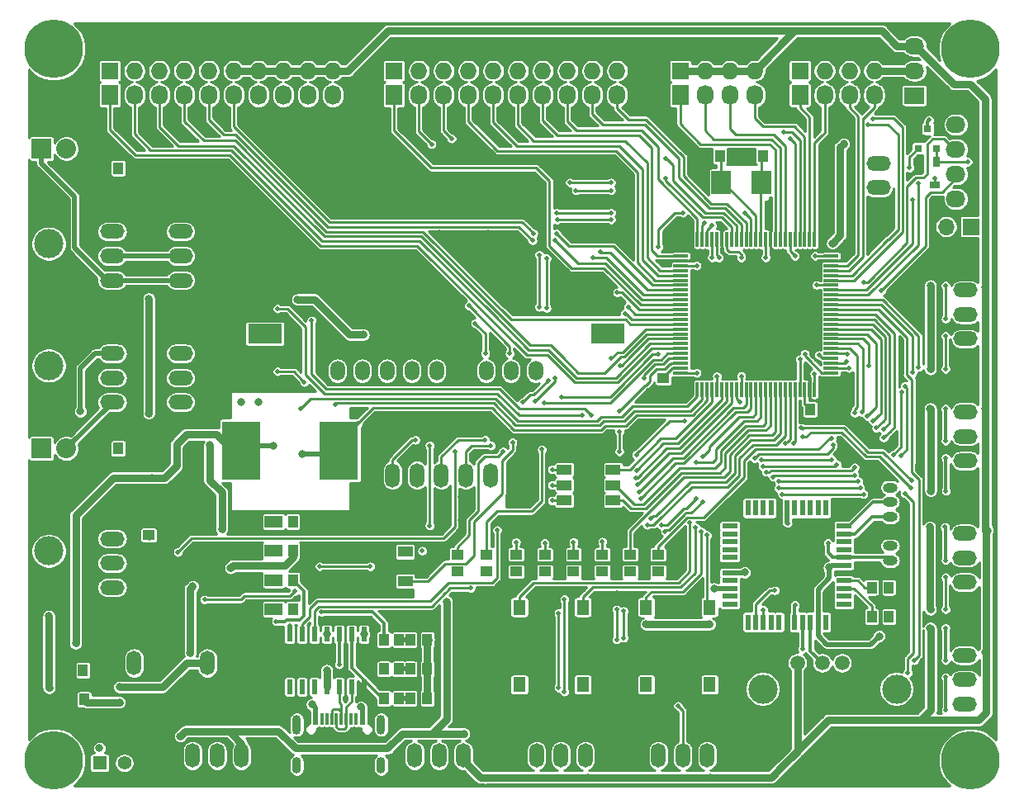
<source format=gbr>
G04 #@! TF.GenerationSoftware,KiCad,Pcbnew,(5.1.5)-3*
G04 #@! TF.CreationDate,2020-03-11T08:07:25+09:00*
G04 #@! TF.ProjectId,stm32f4_Centaurus,73746d33-3266-4345-9f43-656e74617572,rev?*
G04 #@! TF.SameCoordinates,Original*
G04 #@! TF.FileFunction,Copper,L1,Top*
G04 #@! TF.FilePolarity,Positive*
%FSLAX46Y46*%
G04 Gerber Fmt 4.6, Leading zero omitted, Abs format (unit mm)*
G04 Created by KiCad (PCBNEW (5.1.5)-3) date 2020-03-11 08:07:25*
%MOMM*%
%LPD*%
G04 APERTURE LIST*
%ADD10R,1.200000X1.000000*%
%ADD11R,1.300000X1.550000*%
%ADD12R,0.560000X1.600000*%
%ADD13R,1.600000X0.560000*%
%ADD14O,1.727200X1.727200*%
%ADD15R,1.727200X1.727200*%
%ADD16O,2.500000X1.500000*%
%ADD17C,1.501140*%
%ADD18C,2.999740*%
%ADD19O,1.500000X2.000000*%
%ADD20R,3.500000X2.000000*%
%ADD21C,3.000000*%
%ADD22R,1.727200X2.032000*%
%ADD23O,1.727200X2.032000*%
%ADD24O,1.500000X2.500000*%
%ADD25R,0.300000X1.500000*%
%ADD26R,1.500000X0.300000*%
%ADD27R,1.000000X1.200000*%
%ADD28R,1.397000X1.397000*%
%ADD29C,1.397000*%
%ADD30R,2.032000X2.032000*%
%ADD31O,2.032000X2.032000*%
%ADD32O,2.032000X1.727200*%
%ADD33R,2.032000X1.727200*%
%ADD34R,2.000000X2.400000*%
%ADD35O,1.524000X1.000000*%
%ADD36R,0.600000X1.500000*%
%ADD37R,1.500000X1.000000*%
%ADD38R,1.500000X1.100000*%
%ADD39O,0.900000X2.000000*%
%ADD40O,0.900000X1.700000*%
%ADD41R,0.300000X1.160000*%
%ADD42R,0.600000X1.160000*%
%ADD43R,1.700000X1.700000*%
%ADD44O,1.700000X1.700000*%
%ADD45R,0.800100X0.800100*%
%ADD46R,0.800000X1.000000*%
%ADD47R,1.000000X0.800000*%
%ADD48R,4.000000X6.000000*%
%ADD49C,6.000000*%
%ADD50C,0.500000*%
%ADD51C,0.800000*%
%ADD52C,0.350000*%
%ADD53C,0.250000*%
%ADD54C,0.800000*%
%ADD55C,0.500000*%
%ADD56C,0.254000*%
G04 APERTURE END LIST*
D10*
X112250000Y-115630000D03*
X112250000Y-113870000D03*
D11*
X116750000Y-119275000D03*
X112250000Y-119275000D03*
X112250000Y-127225000D03*
X116750000Y-127225000D03*
D12*
X127170000Y-120810000D03*
X127970000Y-120810000D03*
X128770000Y-120810000D03*
X129570000Y-120810000D03*
X130370000Y-120810000D03*
X131170000Y-120810000D03*
X131970000Y-120810000D03*
X132770000Y-120810000D03*
X133570000Y-120810000D03*
X134370000Y-120810000D03*
X135170000Y-120810000D03*
D13*
X137020000Y-118960000D03*
X137020000Y-118160000D03*
X137020000Y-117360000D03*
X137020000Y-116560000D03*
X137020000Y-115760000D03*
X137020000Y-114960000D03*
X137020000Y-114160000D03*
X137020000Y-113360000D03*
X137020000Y-112560000D03*
X137020000Y-111760000D03*
X137020000Y-110960000D03*
D12*
X135170000Y-109110000D03*
X134370000Y-109110000D03*
X133570000Y-109110000D03*
X132770000Y-109110000D03*
X131970000Y-109110000D03*
X131170000Y-109110000D03*
X130370000Y-109110000D03*
X129570000Y-109110000D03*
X128770000Y-109110000D03*
X127970000Y-109110000D03*
X127170000Y-109110000D03*
D13*
X125320000Y-110960000D03*
X125320000Y-111760000D03*
X125320000Y-112560000D03*
X125320000Y-113360000D03*
X125320000Y-114160000D03*
X125320000Y-114960000D03*
X125320000Y-115760000D03*
X125320000Y-116560000D03*
X125320000Y-117360000D03*
X125320000Y-118160000D03*
X125320000Y-118960000D03*
D14*
X140120000Y-61710000D03*
X140120000Y-64250000D03*
X137580000Y-61710000D03*
X137580000Y-64250000D03*
X135040000Y-61710000D03*
X135040000Y-64250000D03*
X132500000Y-61710000D03*
D15*
X132500000Y-64250000D03*
D16*
X149420000Y-109210000D03*
X149420000Y-111710000D03*
X149420000Y-114210000D03*
X149420000Y-116710000D03*
D17*
X139362860Y-124995760D03*
X136822860Y-124995760D03*
X134790860Y-124995760D03*
X132250860Y-124995760D03*
D18*
X142410860Y-127662760D03*
X128694860Y-127662760D03*
D19*
X85090000Y-95035000D03*
X87630000Y-95035000D03*
X90170000Y-95035000D03*
X92710000Y-95035000D03*
X95250000Y-95035000D03*
X97790000Y-95035000D03*
X100330000Y-95035000D03*
X102870000Y-95035000D03*
X105410000Y-95035000D03*
D20*
X77650000Y-91235000D03*
X112850000Y-91235000D03*
D16*
X62000000Y-109750000D03*
X62000000Y-112250000D03*
X62000000Y-114750000D03*
X62000000Y-117250000D03*
D21*
X55500000Y-113500000D03*
D22*
X90890000Y-66750000D03*
D23*
X93430000Y-66750000D03*
X95970000Y-66750000D03*
X98510000Y-66750000D03*
X101050000Y-66750000D03*
X103590000Y-66750000D03*
X106130000Y-66750000D03*
X108670000Y-66750000D03*
X111210000Y-66750000D03*
X113750000Y-66750000D03*
D24*
X77750000Y-134500000D03*
X75250000Y-134500000D03*
X72750000Y-134500000D03*
X70250000Y-134500000D03*
D25*
X134000000Y-81550000D03*
X133500000Y-81550000D03*
X133000000Y-81550000D03*
X132500000Y-81550000D03*
X132000000Y-81550000D03*
X131500000Y-81550000D03*
X131000000Y-81550000D03*
X130500000Y-81550000D03*
X130000000Y-81550000D03*
X129500000Y-81550000D03*
X129000000Y-81550000D03*
X128500000Y-81550000D03*
X128000000Y-81550000D03*
X127500000Y-81550000D03*
X127000000Y-81550000D03*
X126500000Y-81550000D03*
X126000000Y-81550000D03*
X125500000Y-81550000D03*
X125000000Y-81550000D03*
X124500000Y-81550000D03*
X124000000Y-81550000D03*
X123500000Y-81550000D03*
X123000000Y-81550000D03*
X122500000Y-81550000D03*
X122000000Y-81550000D03*
D26*
X120300000Y-83250000D03*
X120300000Y-83750000D03*
X120300000Y-84250000D03*
X120300000Y-84750000D03*
X120300000Y-85250000D03*
X120300000Y-85750000D03*
X120300000Y-86250000D03*
X120300000Y-86750000D03*
X120300000Y-87250000D03*
X120300000Y-87750000D03*
X120300000Y-88250000D03*
X120300000Y-88750000D03*
X120300000Y-89250000D03*
X120300000Y-89750000D03*
X120300000Y-90250000D03*
X120300000Y-90750000D03*
X120300000Y-91250000D03*
X120300000Y-91750000D03*
X120300000Y-92250000D03*
X120300000Y-92750000D03*
X120300000Y-93250000D03*
X120300000Y-93750000D03*
X120300000Y-94250000D03*
X120300000Y-94750000D03*
X120300000Y-95250000D03*
D25*
X122000000Y-96950000D03*
X122500000Y-96950000D03*
X123000000Y-96950000D03*
X123500000Y-96950000D03*
X124000000Y-96950000D03*
X124500000Y-96950000D03*
X125000000Y-96950000D03*
X125500000Y-96950000D03*
X126000000Y-96950000D03*
X126500000Y-96950000D03*
X127000000Y-96950000D03*
X127500000Y-96950000D03*
X128000000Y-96950000D03*
X128500000Y-96950000D03*
X129000000Y-96950000D03*
X129500000Y-96950000D03*
X130000000Y-96950000D03*
X130500000Y-96950000D03*
X131000000Y-96950000D03*
X131500000Y-96950000D03*
X132000000Y-96950000D03*
X132500000Y-96950000D03*
X133000000Y-96950000D03*
X133500000Y-96950000D03*
X134000000Y-96950000D03*
D26*
X135700000Y-95250000D03*
X135700000Y-94750000D03*
X135700000Y-94250000D03*
X135700000Y-93750000D03*
X135700000Y-93250000D03*
X135700000Y-92750000D03*
X135700000Y-92250000D03*
X135700000Y-91750000D03*
X135700000Y-91250000D03*
X135700000Y-90750000D03*
X135700000Y-90250000D03*
X135700000Y-89750000D03*
X135700000Y-89250000D03*
X135700000Y-88750000D03*
X135700000Y-88250000D03*
X135700000Y-87750000D03*
X135700000Y-87250000D03*
X135700000Y-86750000D03*
X135700000Y-86250000D03*
X135700000Y-85750000D03*
X135700000Y-85250000D03*
X135700000Y-84750000D03*
X135700000Y-84250000D03*
X135700000Y-83750000D03*
X135700000Y-83250000D03*
D27*
X89860000Y-122620000D03*
X91420000Y-122620000D03*
D28*
X60710000Y-135250000D03*
D29*
X63250000Y-135250000D03*
X65790000Y-135250000D03*
D27*
X64380000Y-74250000D03*
X62620000Y-74250000D03*
X62620000Y-103000000D03*
X64380000Y-103000000D03*
X59000000Y-125750000D03*
X57240000Y-125750000D03*
X57370000Y-128750000D03*
X59130000Y-128750000D03*
X78130000Y-113500000D03*
X76370000Y-113500000D03*
X76370000Y-116500000D03*
X78130000Y-116500000D03*
D10*
X103400000Y-113870000D03*
X103400000Y-115630000D03*
D27*
X76370000Y-110500000D03*
X78130000Y-110500000D03*
D24*
X66750000Y-125000000D03*
X64250000Y-125000000D03*
X71750000Y-125000000D03*
X74250000Y-125000000D03*
D11*
X110250000Y-127225000D03*
X105750000Y-127225000D03*
X105750000Y-119275000D03*
X110250000Y-119275000D03*
X103750000Y-119275000D03*
X99250000Y-119275000D03*
X99250000Y-127225000D03*
X103750000Y-127225000D03*
X123250000Y-127225000D03*
X118750000Y-127225000D03*
X118750000Y-119275000D03*
X123250000Y-119275000D03*
D30*
X54750000Y-72250000D03*
D31*
X57290000Y-72250000D03*
X57290000Y-103000000D03*
D30*
X54750000Y-103000000D03*
D32*
X148500000Y-77410000D03*
X148500000Y-74870000D03*
X148500000Y-72330000D03*
X148500000Y-69790000D03*
D33*
X148500000Y-67250000D03*
D23*
X84610000Y-66750000D03*
X82070000Y-66750000D03*
X79530000Y-66750000D03*
X76990000Y-66750000D03*
X74450000Y-66750000D03*
X71910000Y-66750000D03*
X69370000Y-66750000D03*
X66830000Y-66750000D03*
X64290000Y-66750000D03*
D22*
X61750000Y-66750000D03*
D14*
X113750000Y-61710000D03*
X113750000Y-64250000D03*
X111210000Y-61710000D03*
X111210000Y-64250000D03*
X108670000Y-61710000D03*
X108670000Y-64250000D03*
X106130000Y-61710000D03*
X106130000Y-64250000D03*
X103590000Y-61710000D03*
X103590000Y-64250000D03*
X101050000Y-61710000D03*
X101050000Y-64250000D03*
X98510000Y-61710000D03*
X98510000Y-64250000D03*
X95970000Y-61710000D03*
X95970000Y-64250000D03*
X93430000Y-61710000D03*
X93430000Y-64250000D03*
X90890000Y-61710000D03*
D15*
X90890000Y-64250000D03*
X61750000Y-64250000D03*
D14*
X61750000Y-61710000D03*
X64290000Y-64250000D03*
X64290000Y-61710000D03*
X66830000Y-64250000D03*
X66830000Y-61710000D03*
X69370000Y-64250000D03*
X69370000Y-61710000D03*
X71910000Y-64250000D03*
X71910000Y-61710000D03*
X74450000Y-64250000D03*
X74450000Y-61710000D03*
X76990000Y-64250000D03*
X76990000Y-61710000D03*
X79530000Y-64250000D03*
X79530000Y-61710000D03*
X82070000Y-64250000D03*
X82070000Y-61710000D03*
X84610000Y-64250000D03*
X84610000Y-61710000D03*
D16*
X149420000Y-129210000D03*
X149420000Y-126710000D03*
X149420000Y-124210000D03*
X149420000Y-121710000D03*
X149500000Y-96750000D03*
X149500000Y-99250000D03*
X149500000Y-101750000D03*
X149500000Y-104250000D03*
X149500000Y-91750000D03*
X149500000Y-89250000D03*
X149500000Y-86750000D03*
X149500000Y-84250000D03*
D24*
X118000000Y-134500000D03*
X120500000Y-134500000D03*
X123000000Y-134500000D03*
X125500000Y-134500000D03*
X113000000Y-134500000D03*
X110500000Y-134500000D03*
X108000000Y-134500000D03*
X105500000Y-134500000D03*
D16*
X69000000Y-78250000D03*
X69000000Y-80750000D03*
X69000000Y-83250000D03*
X69000000Y-85750000D03*
X69000000Y-98250000D03*
X69000000Y-95750000D03*
X69000000Y-93250000D03*
X69000000Y-90750000D03*
D21*
X55500000Y-82000000D03*
D16*
X62000000Y-85750000D03*
X62000000Y-83250000D03*
X62000000Y-80750000D03*
X62000000Y-78250000D03*
X62000000Y-90750000D03*
X62000000Y-93250000D03*
X62000000Y-95750000D03*
X62000000Y-98250000D03*
D21*
X55500000Y-94500000D03*
D24*
X93000000Y-134500000D03*
X95500000Y-134500000D03*
X98000000Y-134500000D03*
X100500000Y-134500000D03*
D22*
X120250000Y-66750000D03*
D23*
X122790000Y-66750000D03*
X125330000Y-66750000D03*
X127870000Y-66750000D03*
X140120000Y-66750000D03*
X137580000Y-66750000D03*
X135040000Y-66750000D03*
D22*
X132500000Y-66750000D03*
D15*
X120250000Y-64250000D03*
D14*
X120250000Y-61710000D03*
X122790000Y-64250000D03*
X122790000Y-61710000D03*
X125330000Y-64250000D03*
X125330000Y-61710000D03*
X127870000Y-64250000D03*
X127870000Y-61710000D03*
D34*
X124450000Y-75750000D03*
X128550000Y-75750000D03*
D27*
X139870000Y-120250000D03*
X141630000Y-120250000D03*
X141630000Y-117250000D03*
X139870000Y-117250000D03*
X92540000Y-128620000D03*
X94300000Y-128620000D03*
X94300000Y-125620000D03*
X92540000Y-125620000D03*
X94300000Y-122620000D03*
X92540000Y-122620000D03*
D10*
X106350000Y-115630000D03*
X106350000Y-113870000D03*
X109300000Y-113870000D03*
X109300000Y-115630000D03*
X115100000Y-115630000D03*
X115100000Y-113870000D03*
X117950000Y-115630000D03*
X117950000Y-113870000D03*
X65750000Y-111880000D03*
X65750000Y-110120000D03*
D35*
X141750000Y-114500000D03*
X141750000Y-113000000D03*
X141750000Y-111500000D03*
X141750000Y-110000000D03*
X141750000Y-108500000D03*
X141750000Y-107000000D03*
D36*
X87810000Y-122050000D03*
X86540000Y-122050000D03*
X85270000Y-122050000D03*
X84000000Y-122050000D03*
X82730000Y-122050000D03*
X81460000Y-122050000D03*
X80190000Y-122050000D03*
X80190000Y-127450000D03*
X81460000Y-127450000D03*
X82730000Y-127450000D03*
X84000000Y-127450000D03*
X85270000Y-127450000D03*
X86540000Y-127450000D03*
X87810000Y-127450000D03*
D37*
X108350000Y-108350000D03*
X108350000Y-106750000D03*
X108350000Y-105150000D03*
X113350000Y-105150000D03*
X113350000Y-106750000D03*
X113350000Y-108350000D03*
D27*
X126180000Y-73000000D03*
X124300000Y-73000000D03*
X128700000Y-73000000D03*
X126820000Y-73000000D03*
D10*
X118500000Y-97680000D03*
X118500000Y-95800000D03*
D27*
X133550000Y-99000000D03*
X135430000Y-99000000D03*
X91420000Y-128620000D03*
X89860000Y-128620000D03*
X91420000Y-125620000D03*
X89860000Y-125620000D03*
X80530000Y-113500000D03*
X78970000Y-113500000D03*
X78970000Y-116500000D03*
X80530000Y-116500000D03*
X78970000Y-110500000D03*
X80530000Y-110500000D03*
X76370000Y-119500000D03*
X78130000Y-119500000D03*
X78970000Y-119500000D03*
X80530000Y-119500000D03*
D32*
X144250000Y-61710000D03*
X144250000Y-64250000D03*
D33*
X144250000Y-66790000D03*
D38*
X92040000Y-116600000D03*
X92040000Y-113600000D03*
X86140000Y-116600000D03*
X86140000Y-113600000D03*
D39*
X80930000Y-131320000D03*
X89570000Y-131320000D03*
D40*
X80930000Y-135490000D03*
X89570000Y-135490000D03*
D41*
X84500000Y-130740000D03*
X85000000Y-130740000D03*
X85500000Y-130740000D03*
X83500000Y-130740000D03*
X84000000Y-130740000D03*
X86500000Y-130740000D03*
X86000000Y-130740000D03*
X87000000Y-130740000D03*
D42*
X82850000Y-130740000D03*
X82850000Y-130740000D03*
X82050000Y-130740000D03*
X82050000Y-130740000D03*
X87650000Y-130740000D03*
X88450000Y-130740000D03*
X87650000Y-130740000D03*
X88450000Y-130740000D03*
D16*
X140550000Y-73750000D03*
X140550000Y-76250000D03*
X140550000Y-78750000D03*
D10*
X100400000Y-113870000D03*
X100400000Y-115630000D03*
X97400000Y-115630000D03*
X97400000Y-113870000D03*
D24*
X90750000Y-105750000D03*
X93250000Y-105750000D03*
X95750000Y-105750000D03*
X98250000Y-105750000D03*
X100750000Y-105750000D03*
X103250000Y-105750000D03*
D43*
X150040000Y-80250000D03*
D44*
X147500000Y-80250000D03*
D45*
X144650000Y-72200760D03*
X146550000Y-72200760D03*
X145600000Y-70201780D03*
D46*
X146500000Y-73600000D03*
X144700000Y-73600000D03*
D47*
X146350000Y-75950000D03*
X146350000Y-77750000D03*
D48*
X75250000Y-103200000D03*
X85250000Y-103200000D03*
D49*
X56000000Y-62000000D03*
X56000000Y-135000000D03*
X150000000Y-135000000D03*
X150000000Y-62000000D03*
D50*
X132000000Y-119050000D03*
X142850000Y-95050000D03*
X126820000Y-73000000D03*
X126180000Y-73000000D03*
D51*
X76000000Y-125250000D03*
X77750000Y-125250000D03*
X89250000Y-124000000D03*
X121500000Y-117750000D03*
X135500000Y-96250000D03*
X130370000Y-116220000D03*
X134310000Y-116220000D03*
X106000000Y-131500000D03*
X109000000Y-132750000D03*
X115000000Y-130250000D03*
X117000000Y-130250000D03*
X112500000Y-129250000D03*
X108500000Y-129250000D03*
X91750000Y-131000000D03*
X65500000Y-130250000D03*
X61500000Y-130500000D03*
X62750000Y-133000000D03*
X60250000Y-137250000D03*
X63500000Y-137250000D03*
X67000000Y-137250000D03*
X146250000Y-137000000D03*
X143250000Y-137000000D03*
X139750000Y-137000000D03*
X136000000Y-137000000D03*
X131750000Y-137000000D03*
X129000000Y-135500000D03*
X136000000Y-132000000D03*
X146500000Y-132000000D03*
X152000000Y-131500000D03*
X136000000Y-129500000D03*
X130500000Y-125500000D03*
X130750000Y-133000000D03*
X117750000Y-125000000D03*
X123000000Y-125000000D03*
X115500000Y-125000000D03*
X112500000Y-125000000D03*
X109250000Y-125000000D03*
X106750000Y-125000000D03*
X87000000Y-99250000D03*
X83500000Y-90000000D03*
X86750000Y-90000000D03*
X81000000Y-86250000D03*
X83500000Y-86250000D03*
X92400000Y-65500000D03*
X94700000Y-65500000D03*
X97200000Y-65500000D03*
X99700000Y-65500000D03*
X102300000Y-65500000D03*
X104900000Y-65500000D03*
X107400000Y-65500000D03*
X109950000Y-65500000D03*
X112500000Y-65500000D03*
X115150000Y-65500000D03*
X115150000Y-67600000D03*
X112500000Y-67900000D03*
X109950000Y-67900000D03*
X107400000Y-67900000D03*
X104900000Y-67900000D03*
X102300000Y-67900000D03*
X99800000Y-67900000D03*
X97200000Y-67900000D03*
X94700000Y-67900000D03*
X92400000Y-68000000D03*
X89100000Y-67900000D03*
X89100000Y-65500000D03*
X87750000Y-64250000D03*
X59500000Y-133250000D03*
X58250000Y-131500000D03*
X56000000Y-131000000D03*
X54000000Y-131500000D03*
X54000000Y-128500000D03*
X54000000Y-125500000D03*
X54000000Y-122500000D03*
X54000000Y-115250000D03*
X54000000Y-111500000D03*
X54000000Y-108000000D03*
X54000000Y-104750000D03*
X54000000Y-100500000D03*
X54000000Y-96750000D03*
X54000000Y-92250000D03*
X54000000Y-88750000D03*
X54000000Y-84750000D03*
X54000000Y-79750000D03*
X54000000Y-75250000D03*
X54000000Y-69500000D03*
X54000000Y-65500000D03*
X56500000Y-66000000D03*
X58750000Y-65500000D03*
X59750000Y-63500000D03*
X59500000Y-60250000D03*
X146500000Y-59750000D03*
X150000000Y-93500000D03*
X150250000Y-106000000D03*
X150250000Y-118750000D03*
X105750000Y-73250000D03*
X101000000Y-73250000D03*
X107750000Y-77750000D03*
X115000000Y-76500000D03*
X113250000Y-73250000D03*
X114750000Y-80750000D03*
X106000000Y-78000000D03*
X105000000Y-75000000D03*
X102750000Y-79000000D03*
X84750000Y-79000000D03*
X75750000Y-69250000D03*
X86000000Y-65500000D03*
X90500000Y-71500000D03*
X95000000Y-73250000D03*
X82000000Y-69250000D03*
X78500000Y-69250000D03*
X73250000Y-69250000D03*
X70750000Y-69250000D03*
X68250000Y-69250000D03*
X65500000Y-69250000D03*
X63000000Y-69250000D03*
X60250000Y-68500000D03*
X73750000Y-73750000D03*
X98250000Y-90000000D03*
X83000000Y-83000000D03*
X78000000Y-72250000D03*
X82000000Y-71500000D03*
X94750000Y-75250000D03*
X92750000Y-79000000D03*
X103500000Y-84750000D03*
X105000000Y-86500000D03*
X104250000Y-89000000D03*
X107500000Y-86000000D03*
X107500000Y-88500000D03*
X113750000Y-88750000D03*
X112250000Y-81500000D03*
X107500000Y-75000000D03*
X120750000Y-72000000D03*
X121500000Y-74750000D03*
X123000000Y-72750000D03*
X118500000Y-67750000D03*
X118500000Y-65500000D03*
X129250000Y-65500000D03*
X129250000Y-67750000D03*
X131000000Y-67750000D03*
X131000000Y-65500000D03*
X142250000Y-65500000D03*
X142250000Y-67750000D03*
X147000000Y-65750000D03*
X135000000Y-76750000D03*
X135000000Y-72750000D03*
X136000000Y-70500000D03*
X136250000Y-68000000D03*
X139000000Y-68000000D03*
X136250000Y-65500000D03*
X138750000Y-65500000D03*
X134000000Y-65500000D03*
X92750000Y-90000000D03*
X83750000Y-111250000D03*
X81750000Y-113250000D03*
X82750000Y-117500000D03*
X71250000Y-111250000D03*
X63250000Y-104500000D03*
X60750000Y-113500000D03*
X60750000Y-116000000D03*
X60250000Y-97000000D03*
X60250000Y-94750000D03*
X67500000Y-94500000D03*
X70500000Y-94500000D03*
X67500000Y-99750000D03*
X70500000Y-99750000D03*
X63750000Y-99750000D03*
X63500000Y-94500000D03*
X63500000Y-84500000D03*
X63500000Y-87000000D03*
X60250000Y-87000000D03*
X67250000Y-87000000D03*
X67250000Y-84500000D03*
X72000000Y-84500000D03*
X63500000Y-82000000D03*
X60250000Y-82000000D03*
X60250000Y-92000000D03*
X67500000Y-92000000D03*
X70500000Y-92000000D03*
X62750000Y-72750000D03*
X56250000Y-73750000D03*
X56250000Y-70500000D03*
X59250000Y-73750000D03*
X58750000Y-104750000D03*
X77000000Y-83250000D03*
X67250000Y-73750000D03*
X132500000Y-84500000D03*
X129250000Y-87500000D03*
X129250000Y-93000000D03*
X130750000Y-95000000D03*
X127000000Y-92000000D03*
X122000000Y-93500000D03*
X119250000Y-81250000D03*
X120250000Y-82250000D03*
X126500000Y-85250000D03*
X129150000Y-84550000D03*
X124250000Y-92000000D03*
X103500000Y-81250000D03*
X100500000Y-81000000D03*
X95500000Y-81000000D03*
X98000000Y-83500000D03*
X100500000Y-84750000D03*
X92750000Y-83000000D03*
X97750000Y-87750000D03*
X89000000Y-59750000D03*
X87250000Y-61750000D03*
X97500000Y-128250000D03*
X105750000Y-128250000D03*
X146750000Y-82750000D03*
X150250000Y-82750000D03*
X146750000Y-85000000D03*
X150000000Y-95000000D03*
X150250000Y-107750000D03*
X150250000Y-120250000D03*
X117500000Y-100500000D03*
X115250000Y-101500000D03*
X73750000Y-80250000D03*
X81250000Y-75500000D03*
X70500000Y-76250000D03*
X67250000Y-76250000D03*
X57250000Y-84750000D03*
X57250000Y-88750000D03*
X57250000Y-92250000D03*
X68250000Y-88000000D03*
X70000000Y-88000000D03*
X70000000Y-89250000D03*
X68250000Y-89250000D03*
X60500000Y-101250000D03*
X66750000Y-104500000D03*
X62100000Y-107600000D03*
X56500000Y-108000000D03*
X56500000Y-111250000D03*
X60750000Y-122500000D03*
X60750000Y-119250000D03*
X63500000Y-119250000D03*
X66500000Y-122500000D03*
X75750000Y-121000000D03*
X78500000Y-129000000D03*
X102250000Y-135500000D03*
X102250000Y-133500000D03*
X103750000Y-133500000D03*
X103750000Y-135500000D03*
X114000000Y-135500000D03*
X114000000Y-133500000D03*
X115750000Y-133500000D03*
X115750000Y-135500000D03*
X127000000Y-135500000D03*
X127000000Y-130250000D03*
X127000000Y-125500000D03*
X127000000Y-122500000D03*
X130500000Y-122500000D03*
X127000000Y-112250000D03*
X130000000Y-110750000D03*
X132750000Y-114000000D03*
X136500000Y-109000000D03*
X135500000Y-118250000D03*
X136500000Y-121750000D03*
X138250000Y-120000000D03*
X129750000Y-119250000D03*
X136000000Y-126500000D03*
X139750000Y-126500000D03*
X143000000Y-123500000D03*
X141000000Y-123500000D03*
X144500000Y-127250000D03*
X148750000Y-106000000D03*
X148750000Y-93500000D03*
X144000000Y-85000000D03*
X144000000Y-88750000D03*
X118500000Y-62750000D03*
X115250000Y-62750000D03*
X86000000Y-67900000D03*
X98250000Y-73250000D03*
X108500000Y-73250000D03*
X112250000Y-77750000D03*
X79500000Y-93500000D03*
X77000000Y-93500000D03*
X67500000Y-102000000D03*
X71250000Y-109000000D03*
X68500000Y-115500000D03*
X68500000Y-117500000D03*
X74250000Y-117000000D03*
X81750000Y-115500000D03*
X101500000Y-128250000D03*
X101500000Y-125000000D03*
X97500000Y-125000000D03*
X123000000Y-130250000D03*
X77000000Y-95750000D03*
X77000000Y-98250000D03*
X75250000Y-98250000D03*
X75250000Y-95750000D03*
X83500000Y-92500000D03*
X83500000Y-95000000D03*
X86250000Y-92500000D03*
X89250000Y-92500000D03*
X94000000Y-92500000D03*
X98750000Y-93000000D03*
X123250000Y-84500000D03*
X134000000Y-89250000D03*
X131500000Y-93000000D03*
X124500000Y-94250000D03*
X127000000Y-94250000D03*
X136500000Y-100000000D03*
X86250000Y-101500000D03*
X148750000Y-95000000D03*
X148750000Y-107750000D03*
X148750000Y-120250000D03*
X148750000Y-118750000D03*
X68500000Y-112500000D03*
X56250000Y-101250000D03*
X72250000Y-91000000D03*
X75000000Y-91000000D03*
X78750000Y-79000000D03*
D50*
X146650000Y-120450000D03*
D51*
X146650000Y-108600000D03*
X146700000Y-97650000D03*
X146700000Y-96150000D03*
X146650000Y-109800000D03*
X121750000Y-132000000D03*
X119500000Y-132000000D03*
X82500000Y-135000000D03*
X88000000Y-135000000D03*
X87000000Y-132500000D03*
X83500000Y-132500000D03*
X82500000Y-137250000D03*
X88000000Y-137250000D03*
X91250000Y-137250000D03*
X91250000Y-135000000D03*
X98500000Y-137250000D03*
X68750000Y-137250000D03*
X68750000Y-135000000D03*
X70500000Y-130250000D03*
X141250000Y-132250000D03*
X137500000Y-82750000D03*
X137750000Y-75000000D03*
D50*
X144675000Y-74575000D03*
D51*
X140600000Y-81175000D03*
D50*
X73700000Y-106700000D03*
D51*
X70500000Y-102700000D03*
X66750000Y-107600000D03*
X113750000Y-118000000D03*
X101500000Y-118500000D03*
X107250000Y-118500000D03*
X102250000Y-113750000D03*
X104750000Y-113750000D03*
X107750000Y-113750000D03*
X110750000Y-113750000D03*
X113750000Y-113750000D03*
X95250000Y-113750000D03*
X97850000Y-110350000D03*
X97850000Y-108000000D03*
X99700000Y-99650000D03*
X89050000Y-99650000D03*
X88850000Y-111400000D03*
X92500000Y-108200000D03*
X88200000Y-104050000D03*
X92250000Y-101400000D03*
X97450000Y-101400000D03*
X107650000Y-101900000D03*
X112850000Y-103650000D03*
X110600000Y-107400000D03*
X151500000Y-123930000D03*
X151750000Y-111430000D03*
X151500000Y-98930000D03*
X151500000Y-86430000D03*
X123720000Y-117360000D03*
X80530000Y-110500000D03*
X68998220Y-132500000D03*
X145920000Y-129850000D03*
X145870000Y-121400000D03*
X145870000Y-98900000D03*
X145890000Y-94850000D03*
X145890000Y-86300000D03*
X145820000Y-111050000D03*
X145890000Y-119500000D03*
X145920000Y-107350000D03*
X110820000Y-136750000D03*
X98070000Y-132250000D03*
X96290000Y-118700000D03*
X123320000Y-136750000D03*
X73250000Y-111250000D03*
X72000000Y-102650000D03*
X58250000Y-122998220D03*
X66115000Y-106000000D03*
X78500000Y-102750000D03*
D50*
X78820000Y-120740000D03*
D51*
X87500000Y-129500000D03*
X82500000Y-129250000D03*
D50*
X117250000Y-110210000D03*
X108360000Y-118460000D03*
X108350000Y-127940000D03*
X116860000Y-110840000D03*
X107770000Y-119890000D03*
X107770000Y-127540000D03*
X132770000Y-123550000D03*
X135390000Y-112710000D03*
X115743413Y-103623413D03*
X120700000Y-100170000D03*
X124000000Y-95580000D03*
X98750000Y-117325000D03*
X115738449Y-105298378D03*
X101460000Y-111370000D03*
X142096587Y-103633413D03*
X120000000Y-129400000D03*
X137358414Y-93325000D03*
X142915000Y-97203782D03*
X130340490Y-107073498D03*
X138680000Y-107060000D03*
X142850000Y-103720000D03*
X143270000Y-96587650D03*
X139550000Y-94470000D03*
X130690000Y-107680000D03*
X139020000Y-107680000D03*
X134220000Y-86250000D03*
D51*
X81500000Y-103550000D03*
D50*
X92040000Y-113600000D03*
X147430000Y-121400000D03*
X147450000Y-124710000D03*
X147450000Y-126460000D03*
X147480000Y-129850000D03*
X147480000Y-107350000D03*
X147450000Y-103960000D03*
X147450000Y-102210000D03*
X147430000Y-98900000D03*
X147450000Y-91460000D03*
X147450000Y-94850000D03*
X147450000Y-89710000D03*
X147450000Y-86300000D03*
X147450000Y-114460000D03*
X147380000Y-111050000D03*
X147450000Y-119500000D03*
X147450000Y-116210000D03*
X133010000Y-93290000D03*
X139090000Y-85950000D03*
X132504999Y-93865001D03*
X140870000Y-86770000D03*
X144240000Y-124710000D03*
X143270000Y-107620000D03*
X143570000Y-126000000D03*
X137545000Y-94750000D03*
X144670000Y-94640000D03*
X144070000Y-95180000D03*
D51*
X84000000Y-122050000D03*
D50*
X143930000Y-106280000D03*
X126500000Y-95570000D03*
X132661587Y-100898413D03*
X143880000Y-107070000D03*
X132770000Y-101820000D03*
X126380000Y-98235000D03*
X122730000Y-79890000D03*
X123490000Y-80140000D03*
X89860000Y-125620000D03*
X85270000Y-125150000D03*
X83470000Y-119770000D03*
X80190000Y-121200000D03*
X100250000Y-93280000D03*
X99210000Y-90170000D03*
X113150000Y-79530003D03*
X107610000Y-79530000D03*
X144055000Y-77500000D03*
X140007131Y-69175000D03*
X102750000Y-93280000D03*
X98580000Y-88370000D03*
X113160000Y-78830000D03*
X107550000Y-78830000D03*
X144650000Y-75800000D03*
X107560000Y-80950000D03*
X105181587Y-80928413D03*
X96790000Y-71215000D03*
X112035023Y-82835000D03*
X94750000Y-71790000D03*
X111270000Y-83410000D03*
X107410000Y-81660000D03*
X105100000Y-81660000D03*
X87180000Y-100410000D03*
X139525010Y-69750000D03*
X78950000Y-88655000D03*
X131020000Y-102500000D03*
X110170000Y-99599037D03*
X82440000Y-89890000D03*
X131886587Y-102446587D03*
X111090000Y-99599037D03*
X81690000Y-96180000D03*
X78950000Y-95095000D03*
X84900000Y-98475000D03*
X81310000Y-98910000D03*
X115870000Y-106720000D03*
X106350000Y-112700000D03*
X131500000Y-71240000D03*
X130840000Y-70580000D03*
X121800000Y-111070000D03*
X139430000Y-99670000D03*
X128534724Y-104120488D03*
X135760000Y-104120000D03*
X110250000Y-119470000D03*
X115730000Y-106000000D03*
X103400000Y-112600000D03*
X116040000Y-107450000D03*
X109300000Y-112600000D03*
X116190000Y-108140000D03*
X112250208Y-112550208D03*
X122380000Y-111510000D03*
X140014999Y-100190000D03*
X128707053Y-104798947D03*
X136300000Y-104640000D03*
X116750000Y-119470000D03*
X122980000Y-111890000D03*
X141095000Y-101910000D03*
X141095000Y-101910000D03*
X129030000Y-105420000D03*
X138131177Y-104935650D03*
X123250000Y-119470000D03*
X118780000Y-73250000D03*
X118780000Y-75250000D03*
X113780000Y-87000000D03*
X114900000Y-88520000D03*
X106050000Y-103100000D03*
X114591551Y-89148380D03*
X93100000Y-102125000D03*
X113140000Y-93780000D03*
X93780000Y-113500000D03*
X94550000Y-102700000D03*
X94550000Y-110900000D03*
X114108413Y-94498413D03*
X102074999Y-103300000D03*
X68740000Y-113620000D03*
X106290000Y-98290000D03*
X97125000Y-103325000D03*
X116550000Y-95810000D03*
X71470000Y-118500000D03*
X80700000Y-117650000D03*
X83260000Y-115090000D03*
X114000000Y-103324999D03*
X114000000Y-99195000D03*
X88460000Y-115090000D03*
X114000000Y-101245020D03*
X122540000Y-108460000D03*
X118690000Y-111490000D03*
X114440000Y-119670000D03*
X114440000Y-122420000D03*
X122542277Y-103840000D03*
X121910000Y-108110000D03*
X121907996Y-104415000D03*
X118310000Y-110870000D03*
X113710000Y-119520000D03*
X113710000Y-122590000D03*
X140340000Y-100900000D03*
X128761587Y-119561587D03*
X141070000Y-101000000D03*
X129936587Y-117566587D03*
X103400000Y-115630000D03*
X106350000Y-115630000D03*
X109300000Y-115630000D03*
X115100000Y-115630000D03*
X112250000Y-115630000D03*
X107100000Y-108350000D03*
X107100000Y-106750000D03*
X107100000Y-105150000D03*
X138120000Y-99370000D03*
X135788413Y-101928413D03*
X121220000Y-110630000D03*
X135900000Y-102630000D03*
X138855000Y-99255741D03*
X127843981Y-103997843D03*
X103750000Y-119470000D03*
D51*
X74140001Y-115250000D03*
X58740000Y-99190000D03*
X65750000Y-87635000D03*
X65750000Y-99385000D03*
X65810000Y-112000000D03*
X62530000Y-74250000D03*
X62620000Y-103000000D03*
D50*
X137307569Y-94063350D03*
X130360000Y-106370000D03*
X138490000Y-106370000D03*
X134470000Y-93430000D03*
X129764719Y-105910210D03*
X138100000Y-105770000D03*
D51*
X55540000Y-127555000D03*
X55500000Y-120180000D03*
X70250000Y-117135000D03*
X70000760Y-123950000D03*
X62750000Y-127470000D03*
D50*
X59000000Y-125750000D03*
D51*
X62750000Y-129030000D03*
D50*
X61250000Y-129030000D03*
D51*
X60700000Y-133741500D03*
D50*
X141630000Y-120250000D03*
X141630000Y-117250000D03*
D51*
X135490000Y-115210000D03*
X140635000Y-122250000D03*
D50*
X132000000Y-83250000D03*
X134070000Y-83250000D03*
X129000000Y-83430000D03*
X123500000Y-83430000D03*
X121930000Y-95250000D03*
X134000000Y-95320000D03*
D51*
X123250000Y-121030000D03*
X116750000Y-121030000D03*
X126850000Y-115710000D03*
D50*
X121930000Y-84250000D03*
X126500000Y-83430000D03*
X124210000Y-83430000D03*
D51*
X80995000Y-87725000D03*
X87750000Y-91320000D03*
D50*
X131250000Y-110640000D03*
D51*
X80530000Y-119500000D03*
X94440740Y-122594980D03*
X135830000Y-81950000D03*
X84000000Y-125750000D03*
X87810000Y-122050000D03*
X137000000Y-71750000D03*
D50*
X126890000Y-78830000D03*
X120510000Y-78830000D03*
X118000000Y-82300000D03*
X118000000Y-93335000D03*
X103050000Y-102370000D03*
X108040914Y-97685913D03*
X92040000Y-116600000D03*
X143750000Y-74200000D03*
X100400000Y-115630000D03*
X97400000Y-115630000D03*
X149725000Y-73600000D03*
X145750000Y-69300000D03*
X146350000Y-75250000D03*
X113128413Y-75718413D03*
X108911587Y-75718413D03*
X105780000Y-83130000D03*
X105770000Y-88480000D03*
X106703413Y-96003413D03*
X104090000Y-98260000D03*
X100225000Y-102125000D03*
X113140000Y-76520000D03*
X109550000Y-76520000D03*
X106540000Y-83490000D03*
X106540000Y-88620000D03*
X105360000Y-98160000D03*
X107400000Y-95780000D03*
X100825000Y-102700000D03*
D52*
X131970000Y-119080000D02*
X132000000Y-119050000D01*
X131970000Y-120810000D02*
X131970000Y-119080000D01*
D53*
X133500000Y-97950000D02*
X133510000Y-97960000D01*
X133500000Y-96950000D02*
X133500000Y-97950000D01*
X133524999Y-97960001D02*
X133604998Y-98040000D01*
X133510000Y-97960000D02*
X133524999Y-97960001D01*
X133604998Y-98040000D02*
X133860000Y-98040000D01*
X133500000Y-96950000D02*
X133500000Y-95780000D01*
X133500000Y-95780000D02*
X133260000Y-95540000D01*
X133260000Y-95540000D02*
X133260000Y-95050000D01*
X121300000Y-83750000D02*
X121480000Y-83570000D01*
X120300000Y-83750000D02*
X121300000Y-83750000D01*
X121480000Y-83570000D02*
X121880000Y-83570000D01*
D54*
X84610000Y-64250000D02*
X82070000Y-64250000D01*
X82070000Y-64250000D02*
X79530000Y-64250000D01*
X79530000Y-64250000D02*
X76990000Y-64250000D01*
X76990000Y-64250000D02*
X74450000Y-64250000D01*
D55*
X125320000Y-117360000D02*
X123720000Y-117360000D01*
D54*
X132000860Y-134299140D02*
X130790000Y-135510000D01*
X86183870Y-64250000D02*
X84610000Y-64250000D01*
X90263870Y-60170000D02*
X86183870Y-64250000D01*
X142434000Y-61710000D02*
X140894000Y-60170000D01*
X144250000Y-61710000D02*
X142434000Y-61710000D01*
X144250000Y-61710000D02*
X144402400Y-61710000D01*
X135430000Y-130870000D02*
X130790000Y-135510000D01*
X151500000Y-68807600D02*
X151500000Y-111480000D01*
X151500000Y-111480000D02*
X151612010Y-111592010D01*
X151612010Y-111592010D02*
X151612010Y-130107990D01*
X151612010Y-130107990D02*
X150850000Y-130870000D01*
X131950000Y-60170000D02*
X127870000Y-64250000D01*
X133750000Y-60170000D02*
X131950000Y-60170000D01*
X133750000Y-60170000D02*
X90263870Y-60170000D01*
X140894000Y-60170000D02*
X133750000Y-60170000D01*
X127870000Y-64250000D02*
X125330000Y-64250000D01*
X125330000Y-64250000D02*
X122790000Y-64250000D01*
X122790000Y-64250000D02*
X120250000Y-64250000D01*
X145890000Y-129850000D02*
X144870000Y-130870000D01*
X145920000Y-129850000D02*
X145890000Y-129850000D01*
X150850000Y-130870000D02*
X144870000Y-130870000D01*
X144870000Y-130870000D02*
X135430000Y-130870000D01*
X145920000Y-129850000D02*
X145920000Y-121450000D01*
X145920000Y-121450000D02*
X145870000Y-121400000D01*
X145920000Y-107350000D02*
X145920000Y-98950000D01*
X145920000Y-98950000D02*
X145870000Y-98900000D01*
X145890000Y-94850000D02*
X145890000Y-86300000D01*
X145820000Y-111050000D02*
X145820000Y-119430000D01*
X145820000Y-119430000D02*
X145890000Y-119500000D01*
X132250860Y-134049140D02*
X130790000Y-135510000D01*
X132250860Y-124995760D02*
X132250860Y-134049140D01*
X129550000Y-136750000D02*
X100270000Y-136750000D01*
X130790000Y-135510000D02*
X129550000Y-136750000D01*
X100270000Y-136750000D02*
X100257530Y-136762470D01*
X68998220Y-132500000D02*
X69498220Y-132000000D01*
X79035062Y-132000000D02*
X80785062Y-133750000D01*
X80785062Y-133750000D02*
X90250000Y-133750000D01*
X90250000Y-133750000D02*
X91750000Y-132250000D01*
X96290000Y-130710000D02*
X94750000Y-132250000D01*
X96290000Y-118700000D02*
X96290000Y-130710000D01*
X91750000Y-132250000D02*
X94750000Y-132250000D01*
X94750000Y-132250000D02*
X98070000Y-132250000D01*
X99750000Y-136750000D02*
X100270000Y-136750000D01*
X98000000Y-135000000D02*
X99750000Y-136750000D01*
X98000000Y-134500000D02*
X98000000Y-135000000D01*
X73750000Y-132000000D02*
X74000000Y-132000000D01*
X73750000Y-132000000D02*
X79035062Y-132000000D01*
X69498220Y-132000000D02*
X73750000Y-132000000D01*
X74000000Y-132000000D02*
X75250000Y-133250000D01*
X75250000Y-133250000D02*
X75250000Y-134500000D01*
X151500000Y-68807600D02*
X151500000Y-67150000D01*
X148292401Y-65600001D02*
X144402400Y-61710000D01*
X151500000Y-67150000D02*
X149950001Y-65600001D01*
X149950001Y-65600001D02*
X148292401Y-65600001D01*
D53*
X124660000Y-75750000D02*
X124450000Y-75750000D01*
X128000000Y-81550000D02*
X128000000Y-79090000D01*
X128000000Y-79090000D02*
X124660000Y-75750000D01*
X124450000Y-73400000D02*
X124050000Y-73000000D01*
X124450000Y-75750000D02*
X124450000Y-73400000D01*
X128500000Y-75800000D02*
X128550000Y-75750000D01*
X128500000Y-81550000D02*
X128500000Y-75800000D01*
X128550000Y-73400000D02*
X128950000Y-73000000D01*
X128550000Y-75750000D02*
X128550000Y-73400000D01*
D54*
X73250000Y-108350000D02*
X73260000Y-108340000D01*
X73250000Y-111250000D02*
X73250000Y-108350000D01*
X73250000Y-108350000D02*
X73250000Y-107500000D01*
X73250000Y-107500000D02*
X72000000Y-106250000D01*
X72000000Y-106250000D02*
X72000000Y-102650000D01*
X58250000Y-121798170D02*
X58260000Y-121788170D01*
X58250000Y-122998220D02*
X58250000Y-121798170D01*
X58260000Y-121788170D02*
X58260000Y-109840000D01*
X58260000Y-109840000D02*
X62100000Y-106000000D01*
X62100000Y-106000000D02*
X66115000Y-106000000D01*
D55*
X75700000Y-102750000D02*
X75250000Y-103200000D01*
X78500000Y-102750000D02*
X75700000Y-102750000D01*
D54*
X72650000Y-101550000D02*
X74300000Y-103200000D01*
X66115000Y-106000000D02*
X67370000Y-106000000D01*
X69600000Y-101550000D02*
X72650000Y-101550000D01*
X67370000Y-106000000D02*
X68600000Y-104770000D01*
X68600000Y-104770000D02*
X68600000Y-102550000D01*
X74300000Y-103200000D02*
X75250000Y-103200000D01*
X68600000Y-102550000D02*
X69600000Y-101550000D01*
D53*
X138070000Y-117360000D02*
X137020000Y-117360000D01*
X139870000Y-119160000D02*
X138070000Y-117360000D01*
X139870000Y-120250000D02*
X139870000Y-119160000D01*
X138070000Y-116560000D02*
X137020000Y-116560000D01*
X138430000Y-116560000D02*
X138070000Y-116560000D01*
X139120000Y-117250000D02*
X138430000Y-116560000D01*
X139870000Y-117250000D02*
X139120000Y-117250000D01*
D52*
X79690000Y-120740000D02*
X78820000Y-120740000D01*
X79855001Y-120574999D02*
X79690000Y-120740000D01*
X81205001Y-120574999D02*
X79855001Y-120574999D01*
X81650000Y-120130000D02*
X81205001Y-120574999D01*
X80530000Y-116500000D02*
X81650000Y-117620000D01*
X81650000Y-117620000D02*
X81650000Y-120130000D01*
D55*
X87650000Y-129650000D02*
X87650000Y-130740000D01*
X87500000Y-129500000D02*
X87650000Y-129650000D01*
X82850000Y-130740000D02*
X82850000Y-129600000D01*
X82850000Y-129600000D02*
X82500000Y-129250000D01*
D53*
X121240000Y-106440000D02*
X117730000Y-109950000D01*
X124930000Y-106440000D02*
X121240000Y-106440000D01*
X130500000Y-101470000D02*
X129840000Y-102130000D01*
X130500000Y-96950000D02*
X130500000Y-101470000D01*
X129840000Y-102130000D02*
X127470000Y-102130000D01*
X127470000Y-102130000D02*
X125840000Y-103760000D01*
X125840000Y-103760000D02*
X125840000Y-105530000D01*
X125840000Y-105530000D02*
X124930000Y-106440000D01*
X117730000Y-109950000D02*
X117510000Y-109950000D01*
X117510000Y-109950000D02*
X117250000Y-110210000D01*
X108360000Y-120151002D02*
X108350000Y-120161002D01*
X108360000Y-118460000D02*
X108360000Y-120151002D01*
X108350000Y-120161002D02*
X108350000Y-127940000D01*
X121420000Y-106930000D02*
X117890000Y-110460000D01*
X131000000Y-96950000D02*
X131000000Y-101670000D01*
X125130000Y-106930000D02*
X121420000Y-106930000D01*
X130060000Y-102610000D02*
X127730000Y-102610000D01*
X127730000Y-102610000D02*
X126310000Y-104030000D01*
X126310000Y-104030000D02*
X126310000Y-105750000D01*
X126310000Y-105750000D02*
X125130000Y-106930000D01*
X117890000Y-110460000D02*
X117680000Y-110670000D01*
X117680000Y-110670000D02*
X117510000Y-110840000D01*
X117510000Y-110840000D02*
X116860000Y-110840000D01*
X107770000Y-119890000D02*
X107770000Y-127540000D01*
X131000000Y-101670000D02*
X130060000Y-102610000D01*
D52*
X132770000Y-122530000D02*
X132770000Y-120810000D01*
X132770000Y-123550000D02*
X132770000Y-122530000D01*
X133570000Y-123774900D02*
X134790860Y-124995760D01*
X133570000Y-120810000D02*
X133570000Y-123774900D01*
X135390000Y-113680000D02*
X135390000Y-112710000D01*
X135870000Y-114160000D02*
X135390000Y-113680000D01*
X137020000Y-114160000D02*
X135870000Y-114160000D01*
X141410000Y-114160000D02*
X141750000Y-114500000D01*
X137020000Y-114160000D02*
X141410000Y-114160000D01*
X139930000Y-110000000D02*
X140340000Y-110000000D01*
X138170000Y-111760000D02*
X139930000Y-110000000D01*
X137020000Y-111760000D02*
X138170000Y-111760000D01*
X140340000Y-110000000D02*
X141750000Y-110000000D01*
X137540000Y-110960000D02*
X140010000Y-108490000D01*
X137020000Y-110960000D02*
X137540000Y-110960000D01*
X140020000Y-108500000D02*
X141750000Y-108500000D01*
X140010000Y-108490000D02*
X140020000Y-108500000D01*
D53*
X82730000Y-119658998D02*
X83198998Y-119190000D01*
X83198998Y-119190000D02*
X94774682Y-119190000D01*
X94774682Y-119190000D02*
X96174682Y-117790000D01*
X124000000Y-96950000D02*
X124000000Y-95580000D01*
X120700000Y-100170000D02*
X119140000Y-100170000D01*
X119140000Y-100170000D02*
X115700000Y-103610000D01*
X82730000Y-119658998D02*
X82730000Y-122050000D01*
X94774682Y-119190000D02*
X96639682Y-117325000D01*
X96639682Y-117325000D02*
X98750000Y-117325000D01*
X83000000Y-118680000D02*
X94560000Y-118680000D01*
X124500000Y-96950000D02*
X124500000Y-98010000D01*
X124500000Y-98010000D02*
X122820000Y-99690000D01*
X122820000Y-99690000D02*
X122500000Y-100010000D01*
X122500000Y-100010000D02*
X120000000Y-102510000D01*
X120000000Y-102510000D02*
X118526827Y-102510000D01*
X118526827Y-102510000D02*
X115738449Y-105298378D01*
X82240000Y-119440000D02*
X83000000Y-118680000D01*
X82240000Y-120270000D02*
X82240000Y-119510000D01*
X81460000Y-121050000D02*
X82240000Y-120270000D01*
X81460000Y-122050000D02*
X81460000Y-121050000D01*
X82240000Y-119510000D02*
X82240000Y-119440000D01*
X94570000Y-118680000D02*
X94560000Y-118680000D01*
X96500000Y-116750000D02*
X94570000Y-118680000D01*
X101000000Y-116750000D02*
X96500000Y-116750000D01*
X101460000Y-116290000D02*
X101000000Y-116750000D01*
X101460000Y-111370000D02*
X101460000Y-116290000D01*
X124320000Y-105480000D02*
X120380000Y-105480000D01*
X129500000Y-96950000D02*
X129500000Y-100650000D01*
X129010000Y-101140000D02*
X127187180Y-101140000D01*
X129500000Y-100650000D02*
X129010000Y-101140000D01*
X127187180Y-101140000D02*
X124867180Y-103460000D01*
X124867180Y-103460000D02*
X124867180Y-104932820D01*
X124867180Y-104932820D02*
X124320000Y-105480000D01*
X114350000Y-108350000D02*
X115165011Y-109165011D01*
X113350000Y-108350000D02*
X114350000Y-108350000D01*
X116694989Y-109165011D02*
X120380000Y-105480000D01*
X115165011Y-109165011D02*
X116694989Y-109165011D01*
X142740000Y-102990000D02*
X142096587Y-103633413D01*
X142864991Y-102865009D02*
X142740000Y-102990000D01*
X142864991Y-97478544D02*
X142864991Y-97174983D01*
X142864991Y-97174983D02*
X142866189Y-97173785D01*
X137283414Y-93250000D02*
X137358414Y-93325000D01*
X135900000Y-93250000D02*
X137283414Y-93250000D01*
X142864991Y-97253791D02*
X142915000Y-97203782D01*
X142864991Y-97640000D02*
X142864991Y-97253791D01*
X142864991Y-97640000D02*
X142864991Y-102865009D01*
X142864991Y-97478544D02*
X142864991Y-97640000D01*
X130694043Y-107073498D02*
X130697541Y-107070000D01*
X130340490Y-107073498D02*
X130694043Y-107073498D01*
X130697541Y-107070000D02*
X138670000Y-107070000D01*
X138670000Y-107070000D02*
X138680000Y-107060000D01*
X120000000Y-129400000D02*
X120500000Y-129900000D01*
X120500000Y-129900000D02*
X120500000Y-134500000D01*
X142850000Y-103720000D02*
X143490000Y-103080000D01*
X143490000Y-96807650D02*
X143362819Y-96680469D01*
X143490000Y-103080000D02*
X143490000Y-96807650D01*
X135900000Y-91750000D02*
X138400000Y-91750000D01*
X143270000Y-96587650D02*
X143362819Y-96680469D01*
X139000000Y-91750000D02*
X138400000Y-91750000D01*
X139550000Y-94470000D02*
X139550000Y-92300000D01*
X139550000Y-92300000D02*
X139000000Y-91750000D01*
X130690000Y-107680000D02*
X131043553Y-107680000D01*
X131043553Y-107680000D02*
X139020000Y-107680000D01*
X135700000Y-86250000D02*
X134220000Y-86250000D01*
X118500000Y-95660000D02*
X118500000Y-95800000D01*
X120300000Y-94750000D02*
X119410000Y-94750000D01*
X119410000Y-94750000D02*
X118500000Y-95660000D01*
X133000000Y-98450000D02*
X133550000Y-99000000D01*
X133000000Y-96950000D02*
X133000000Y-98450000D01*
D55*
X78970000Y-116500000D02*
X78130000Y-116500000D01*
X84900000Y-103550000D02*
X85250000Y-103200000D01*
X81500000Y-103550000D02*
X84900000Y-103550000D01*
X67250000Y-83250000D02*
X62000000Y-83250000D01*
X69000000Y-83250000D02*
X67250000Y-83250000D01*
D52*
X147450000Y-121420000D02*
X147430000Y-121400000D01*
X147450000Y-124710000D02*
X147450000Y-121420000D01*
X147480000Y-126490000D02*
X147450000Y-126460000D01*
X147480000Y-129850000D02*
X147480000Y-126490000D01*
X147480000Y-107350000D02*
X147480000Y-103990000D01*
X147480000Y-103990000D02*
X147450000Y-103960000D01*
X147450000Y-102210000D02*
X147450000Y-98920000D01*
X147450000Y-98920000D02*
X147430000Y-98900000D01*
D53*
X85270000Y-129020000D02*
X85270000Y-127450000D01*
X85500000Y-129250000D02*
X85270000Y-129020000D01*
X84500000Y-129910000D02*
X84660000Y-129750000D01*
X84500000Y-130740000D02*
X84500000Y-129910000D01*
X85250000Y-129750000D02*
X85500000Y-130000000D01*
X84660000Y-129750000D02*
X85250000Y-129750000D01*
X85500000Y-130740000D02*
X85500000Y-130000000D01*
X85500000Y-130000000D02*
X85500000Y-129250000D01*
X86000000Y-130740000D02*
X86000000Y-129500000D01*
X86540000Y-128960000D02*
X86540000Y-127450000D01*
X86000000Y-129500000D02*
X86540000Y-128960000D01*
X86000000Y-131570000D02*
X86000000Y-130740000D01*
X85820000Y-131750000D02*
X86000000Y-131570000D01*
X85180000Y-131750000D02*
X85820000Y-131750000D01*
X85000000Y-131570000D02*
X85180000Y-131750000D01*
X85000000Y-130740000D02*
X85000000Y-131570000D01*
X147450000Y-94850000D02*
X147450000Y-91460000D01*
X147450000Y-86300000D02*
X147450000Y-89710000D01*
D52*
X147450000Y-114460000D02*
X147450000Y-111120000D01*
X147450000Y-111120000D02*
X147380000Y-111050000D01*
D53*
X147450000Y-119500000D02*
X147450000Y-116210000D01*
D55*
X63750000Y-85750000D02*
X69000000Y-85750000D01*
X62000000Y-85750000D02*
X63750000Y-85750000D01*
X61500000Y-85750000D02*
X58150000Y-82400000D01*
X62000000Y-85750000D02*
X61500000Y-85750000D01*
X54750000Y-73766000D02*
X54750000Y-72250000D01*
X58150000Y-77166000D02*
X54750000Y-73766000D01*
X58150000Y-82400000D02*
X58150000Y-77166000D01*
X62000000Y-98290000D02*
X62000000Y-98250000D01*
X57290000Y-103000000D02*
X62000000Y-98290000D01*
D53*
X135700000Y-95250000D02*
X134781002Y-95250000D01*
X133518998Y-93988998D02*
X133010000Y-93480000D01*
X133520000Y-93988998D02*
X133518998Y-93988998D01*
X133520000Y-93988998D02*
X133251002Y-93720000D01*
X134781002Y-95250000D02*
X133520000Y-93988998D01*
X133010000Y-93480000D02*
X133010000Y-93290000D01*
X147940000Y-72330000D02*
X148500000Y-72330000D01*
X148347600Y-72330000D02*
X148500000Y-72330000D01*
X139090000Y-85950000D02*
X139443553Y-85950000D01*
X143480000Y-81910000D02*
X143480000Y-76118998D01*
X145550000Y-74825000D02*
X145550000Y-71815658D01*
X147267600Y-71250000D02*
X148347600Y-72330000D01*
X139443553Y-85950000D02*
X139613553Y-85780000D01*
X139613553Y-85780000D02*
X139613553Y-85776447D01*
X145150001Y-75224999D02*
X145550000Y-74825000D01*
X139613553Y-85776447D02*
X143480000Y-81910000D01*
X143480000Y-76118998D02*
X144373998Y-75225000D01*
X144373998Y-75225000D02*
X145150001Y-75224999D01*
X145550000Y-71815658D02*
X146115658Y-71250000D01*
X146115658Y-71250000D02*
X147267600Y-71250000D01*
X132500000Y-95340000D02*
X132500000Y-94400000D01*
X132500000Y-96950000D02*
X132500000Y-95340000D01*
X132500000Y-95340000D02*
X132500000Y-93921863D01*
X148500000Y-74870000D02*
X148500000Y-75225000D01*
X145370000Y-82270000D02*
X140870000Y-86770000D01*
X145914998Y-76700000D02*
X145370000Y-77244998D01*
X148500000Y-75225000D02*
X148500000Y-75285002D01*
X148500000Y-75285002D02*
X147085002Y-76700000D01*
X145370000Y-77244998D02*
X145370000Y-82270000D01*
X147085002Y-76700000D02*
X145914998Y-76700000D01*
X144710000Y-111560000D02*
X144710000Y-111170000D01*
X144489999Y-124460001D02*
X144710000Y-124240000D01*
X144240000Y-124710000D02*
X144489999Y-124460001D01*
X144710000Y-124240000D02*
X144710000Y-111560000D01*
X144710000Y-110600000D02*
X144710000Y-111560000D01*
X144710000Y-106200000D02*
X144710000Y-110600000D01*
X143980000Y-105470000D02*
X144710000Y-106200000D01*
X143980000Y-104511002D02*
X143980000Y-105470000D01*
X135900000Y-88750000D02*
X140570000Y-88750000D01*
X140570000Y-88750000D02*
X143450000Y-91630000D01*
X143450000Y-91630000D02*
X143450000Y-95410000D01*
X143450000Y-95410000D02*
X144000000Y-95960000D01*
X144000000Y-95960000D02*
X144000000Y-104491002D01*
X144000000Y-104491002D02*
X143980000Y-104511002D01*
X144120000Y-108470000D02*
X143580000Y-107930000D01*
X144120000Y-108470000D02*
X143270000Y-107620000D01*
X143570000Y-124530000D02*
X143570000Y-126000000D01*
X144120000Y-123980000D02*
X143570000Y-124530000D01*
X144120000Y-108470000D02*
X144120000Y-123980000D01*
X135910000Y-94740000D02*
X135900000Y-94750000D01*
X135900000Y-94750000D02*
X137545000Y-94750000D01*
X140976410Y-87750000D02*
X135900000Y-87750000D01*
X144670000Y-91443590D02*
X140976410Y-87750000D01*
X144670000Y-94640000D02*
X144670000Y-91443590D01*
X140840000Y-88250000D02*
X135900000Y-88250000D01*
X144070000Y-95180000D02*
X144070000Y-91480000D01*
X144070000Y-91480000D02*
X140840000Y-88250000D01*
X141020000Y-103370000D02*
X140680000Y-103370000D01*
X143930000Y-106280000D02*
X141020000Y-103370000D01*
X126500000Y-96950000D02*
X126500000Y-95570000D01*
X132783174Y-101020000D02*
X132776587Y-101013413D01*
X132661587Y-100898413D02*
X136478413Y-100898413D01*
X136478413Y-100898413D02*
X137008413Y-100898413D01*
X139480000Y-103370000D02*
X139810000Y-103370000D01*
X137008413Y-100898413D02*
X139480000Y-103370000D01*
X140680000Y-103370000D02*
X139810000Y-103370000D01*
X126000000Y-97855000D02*
X126380000Y-98235000D01*
X126000000Y-96950000D02*
X126000000Y-97855000D01*
X140630010Y-103820010D02*
X143880000Y-107070000D01*
X139280010Y-103820010D02*
X140630010Y-103820010D01*
X136808423Y-101348423D02*
X139280010Y-103820010D01*
X133631577Y-101348423D02*
X136808423Y-101348423D01*
X133160000Y-101820000D02*
X133631577Y-101348423D01*
X132770000Y-101820000D02*
X133160000Y-101820000D01*
X122500000Y-81550000D02*
X122500000Y-80120000D01*
X122500000Y-80120000D02*
X122730000Y-79890000D01*
X123000000Y-81550000D02*
X123000000Y-80630000D01*
X123000000Y-80630000D02*
X123490000Y-80140000D01*
D52*
X86540000Y-123050000D02*
X86540000Y-125270000D01*
X89860000Y-128620000D02*
X89680000Y-128620000D01*
X86540000Y-125480000D02*
X86540000Y-125270000D01*
X89680000Y-128620000D02*
X86540000Y-125480000D01*
X86540000Y-122050000D02*
X86540000Y-125480000D01*
X85270000Y-123050000D02*
X85270000Y-124150000D01*
X85270000Y-124150000D02*
X85270000Y-125150000D01*
X85270000Y-122050000D02*
X85270000Y-125150000D01*
X89860000Y-122620000D02*
X89860000Y-121690000D01*
X89860000Y-121870000D02*
X89860000Y-121690000D01*
X83470000Y-119770000D02*
X88710000Y-119770000D01*
X89860000Y-121690000D02*
X89860000Y-120920000D01*
X89860000Y-120920000D02*
X89120000Y-120180000D01*
X88710000Y-119770000D02*
X89120000Y-120180000D01*
D53*
X80190000Y-122050000D02*
X80190000Y-121200000D01*
X99459999Y-90419999D02*
X100250000Y-91210000D01*
X99210000Y-90170000D02*
X99459999Y-90419999D01*
X100250000Y-93280000D02*
X100250000Y-91210000D01*
X108220003Y-79530003D02*
X108220000Y-79530000D01*
X113150000Y-79530003D02*
X108220003Y-79530003D01*
X107610000Y-79530000D02*
X108220000Y-79530000D01*
X144085000Y-81973998D02*
X144085000Y-77530000D01*
X144085000Y-77530000D02*
X144055000Y-77500000D01*
X135700000Y-86750000D02*
X139308998Y-86750000D01*
X139308998Y-86750000D02*
X144085000Y-81973998D01*
X138050000Y-85750000D02*
X135700000Y-85750000D01*
X143029990Y-80770010D02*
X138050000Y-85750000D01*
X143029990Y-70029990D02*
X143029990Y-80770010D01*
X140870000Y-69140000D02*
X142140000Y-69140000D01*
X142140000Y-69140000D02*
X143029990Y-70029990D01*
X140042131Y-69140000D02*
X140007131Y-69175000D01*
X140870000Y-69140000D02*
X140042131Y-69140000D01*
X98580000Y-88370000D02*
X98829999Y-88619999D01*
X102750000Y-92530000D02*
X102750000Y-93280000D01*
X98839999Y-88619999D02*
X102750000Y-92530000D01*
X98829999Y-88619999D02*
X98839999Y-88619999D01*
X107550000Y-78830000D02*
X108770000Y-78830000D01*
X113160000Y-78830000D02*
X108770000Y-78830000D01*
X108770000Y-78830000D02*
X108350000Y-78830000D01*
X139520000Y-87250000D02*
X135700000Y-87250000D01*
X144660000Y-82110000D02*
X139520000Y-87250000D01*
X144660000Y-82110000D02*
X144660000Y-78160000D01*
X144660000Y-78160000D02*
X144660000Y-76860000D01*
X144660000Y-76860000D02*
X144650000Y-76850000D01*
X144660000Y-75810000D02*
X144650000Y-75800000D01*
X144660000Y-75960000D02*
X144660000Y-75810000D01*
X144660000Y-76860000D02*
X144660000Y-75960000D01*
X127000000Y-79860770D02*
X127000000Y-81550000D01*
X125029230Y-77890000D02*
X127000000Y-79860770D01*
X123420000Y-77890000D02*
X125029230Y-77890000D01*
X123010000Y-77480000D02*
X123420000Y-77890000D01*
X113750000Y-68090000D02*
X114920000Y-69260000D01*
X113750000Y-66750000D02*
X113750000Y-68090000D01*
X114920000Y-69260000D02*
X116736410Y-69260000D01*
X116736410Y-69260000D02*
X120580000Y-73103590D01*
X123000000Y-77480000D02*
X123010000Y-77480000D01*
X120580000Y-73103590D02*
X120580000Y-75060000D01*
X120580000Y-75060000D02*
X123000000Y-77480000D01*
X126500000Y-79997180D02*
X126500000Y-81550000D01*
X124842830Y-78340010D02*
X126500000Y-79997180D01*
X123210010Y-78340010D02*
X124842830Y-78340010D01*
X111210000Y-68660000D02*
X112310000Y-69760000D01*
X111210000Y-66750000D02*
X111210000Y-68660000D01*
X112310000Y-69760000D02*
X116600000Y-69760000D01*
X116600000Y-69760000D02*
X120080000Y-73240000D01*
X120080000Y-73240000D02*
X120080000Y-75210000D01*
X120080000Y-75210000D02*
X123210010Y-78340010D01*
X108670000Y-69440000D02*
X108670000Y-66750000D01*
X116260000Y-70340000D02*
X109570000Y-70340000D01*
X109570000Y-70340000D02*
X108670000Y-69440000D01*
X117960000Y-72040000D02*
X116260000Y-70340000D01*
X117960000Y-75410000D02*
X117960000Y-75280000D01*
X122000000Y-79450000D02*
X117960000Y-75410000D01*
X122000000Y-81550000D02*
X122000000Y-79450000D01*
X117960000Y-75280000D02*
X117960000Y-72040000D01*
X120300000Y-83250000D02*
X119300000Y-83250000D01*
X119300000Y-83250000D02*
X117940000Y-83250000D01*
X117940000Y-83250000D02*
X117910000Y-83220000D01*
X117910000Y-83220000D02*
X117320000Y-82630000D01*
X106130000Y-69360000D02*
X106130000Y-66750000D01*
X107630000Y-70860000D02*
X106130000Y-69360000D01*
X115990000Y-70860000D02*
X107630000Y-70860000D01*
X117310000Y-72180000D02*
X115990000Y-70860000D01*
X117910000Y-83220000D02*
X117310000Y-82620000D01*
X117310000Y-82620000D02*
X117310000Y-72180000D01*
X120300000Y-84750000D02*
X118180000Y-84750000D01*
X118180000Y-84750000D02*
X116850000Y-83420000D01*
X116850000Y-83420000D02*
X116850000Y-73700000D01*
X116850000Y-73700000D02*
X114590000Y-71440000D01*
X114590000Y-71440000D02*
X105220000Y-71440000D01*
X103590000Y-69810000D02*
X103590000Y-66750000D01*
X105220000Y-71440000D02*
X103590000Y-69810000D01*
X74450000Y-66902400D02*
X74450000Y-66750000D01*
X105181587Y-80928413D02*
X104733172Y-80480000D01*
X104730000Y-80480000D02*
X104040000Y-79790000D01*
X104040000Y-79790000D02*
X84300000Y-79790000D01*
X104733172Y-80480000D02*
X104730000Y-80480000D01*
X84300000Y-79790000D02*
X74450000Y-69940000D01*
X74450000Y-69940000D02*
X74450000Y-66902400D01*
X107809999Y-81199999D02*
X107560000Y-80950000D01*
X108869999Y-82259999D02*
X107809999Y-81199999D01*
X113379999Y-82259999D02*
X108869999Y-82259999D01*
X117370000Y-86250000D02*
X113379999Y-82259999D01*
X120300000Y-86250000D02*
X117370000Y-86250000D01*
X96025000Y-70450000D02*
X96790000Y-71215000D01*
X95970000Y-70395000D02*
X96025000Y-70450000D01*
X95970000Y-69860000D02*
X95970000Y-70395000D01*
X95970000Y-66750000D02*
X95970000Y-69860000D01*
X116920000Y-86750000D02*
X120300000Y-86750000D01*
X112110023Y-82910000D02*
X112035023Y-82835000D01*
X113080000Y-82910000D02*
X112110023Y-82910000D01*
X113080000Y-82910000D02*
X116920000Y-86750000D01*
X114760000Y-85550000D02*
X113560000Y-84350000D01*
X116460000Y-87250000D02*
X114760000Y-85550000D01*
X116710000Y-87250000D02*
X116460000Y-87250000D01*
X119360000Y-87250000D02*
X116710000Y-87250000D01*
X93430000Y-70470000D02*
X94750000Y-71790000D01*
X93430000Y-66750000D02*
X93430000Y-70470000D01*
X112606398Y-83410000D02*
X113553199Y-84356801D01*
X120300000Y-87250000D02*
X119360000Y-87250000D01*
X112150000Y-83410000D02*
X112606398Y-83410000D01*
X112150000Y-83410000D02*
X111270000Y-83410000D01*
X112560000Y-84000000D02*
X111690000Y-84000000D01*
X116310000Y-87750000D02*
X112560000Y-84000000D01*
X120100000Y-87750000D02*
X116310000Y-87750000D01*
X111850000Y-84000000D02*
X111690000Y-84000000D01*
X84092820Y-80270000D02*
X103710000Y-80270000D01*
X105100000Y-81660000D02*
X103710000Y-80270000D01*
X71910000Y-66750000D02*
X71910000Y-69250000D01*
X73460000Y-70800000D02*
X74622820Y-70800000D01*
X71910000Y-69250000D02*
X73460000Y-70800000D01*
X74622820Y-70800000D02*
X84092820Y-80270000D01*
X108510000Y-82760000D02*
X107410000Y-81660000D01*
X111690000Y-84000000D02*
X109750000Y-84000000D01*
X109750000Y-84000000D02*
X108510000Y-82760000D01*
X90890000Y-70370000D02*
X90890000Y-66750000D01*
X105480000Y-74210000D02*
X94730000Y-74210000D01*
X120300000Y-88250000D02*
X116173590Y-88250000D01*
X112423590Y-84500000D02*
X109131002Y-84500000D01*
X109131002Y-84500000D02*
X106834999Y-82203997D01*
X94730000Y-74210000D02*
X90890000Y-70370000D01*
X106834999Y-82203997D02*
X106834999Y-75564999D01*
X116173590Y-88250000D02*
X112423590Y-84500000D01*
X106834999Y-75564999D02*
X105480000Y-74210000D01*
X69370000Y-69410000D02*
X69370000Y-66750000D01*
X74616410Y-71430000D02*
X71390000Y-71430000D01*
X115140000Y-90250000D02*
X114640000Y-89750000D01*
X114640000Y-89750000D02*
X102870000Y-89750000D01*
X102870000Y-89750000D02*
X93890000Y-80770000D01*
X71390000Y-71430000D02*
X69370000Y-69410000D01*
X120300000Y-90250000D02*
X115140000Y-90250000D01*
X93890000Y-80770000D02*
X83956410Y-80770000D01*
X83956410Y-80770000D02*
X74616410Y-71430000D01*
X101206410Y-88770000D02*
X93666410Y-81230000D01*
X102326419Y-89879991D02*
X102326410Y-89880000D01*
X108120000Y-93580000D02*
X108120000Y-93570000D01*
X102326410Y-89880000D02*
X101216410Y-88770000D01*
X109780000Y-95240000D02*
X108120000Y-93580000D01*
X104826428Y-92380000D02*
X102326419Y-89879991D01*
X120100000Y-91250000D02*
X116830000Y-91250000D01*
X74500000Y-71950000D02*
X68780000Y-71950000D01*
X112500000Y-95240000D02*
X109780000Y-95240000D01*
X116830000Y-91250000D02*
X114510000Y-93570000D01*
X101216410Y-88770000D02*
X101206410Y-88770000D01*
X106930000Y-92380000D02*
X104826428Y-92380000D01*
X114510000Y-93570000D02*
X114170000Y-93570000D01*
X114170000Y-93570000D02*
X112500000Y-95240000D01*
X108120000Y-93570000D02*
X106930000Y-92380000D01*
X93666410Y-81230000D02*
X83780000Y-81230000D01*
X83780000Y-81230000D02*
X74500000Y-71950000D01*
X68780000Y-71950000D02*
X66830000Y-70000000D01*
X66830000Y-70000000D02*
X66830000Y-66750000D01*
X65950000Y-72420000D02*
X64290000Y-70760000D01*
X104693590Y-92883590D02*
X101100000Y-89290000D01*
X93500000Y-81700000D02*
X83486410Y-81700000D01*
X101100000Y-89290000D02*
X101090000Y-89290000D01*
X101090000Y-89290000D02*
X93500000Y-81700000D01*
X83486410Y-81700000D02*
X74206410Y-72420000D01*
X113680000Y-95740000D02*
X109616410Y-95740000D01*
X109616410Y-95740000D02*
X106760000Y-92883590D01*
X117170000Y-92250000D02*
X113680000Y-95740000D01*
X74206410Y-72420000D02*
X65950000Y-72420000D01*
X64290000Y-70760000D02*
X64290000Y-66750000D01*
X120300000Y-92250000D02*
X117170000Y-92250000D01*
X106760000Y-92883590D02*
X104693590Y-92883590D01*
X113840000Y-96220000D02*
X115549990Y-94510010D01*
X105530000Y-93420000D02*
X106660000Y-93420000D01*
X115549990Y-94510010D02*
X115559990Y-94510010D01*
X115559990Y-94510010D02*
X117310000Y-92760000D01*
X105530000Y-93420000D02*
X105940000Y-93420000D01*
X93290000Y-82200000D02*
X104510000Y-93420000D01*
X117310000Y-92760000D02*
X119380000Y-92760000D01*
X104510000Y-93420000D02*
X105530000Y-93420000D01*
X83350000Y-82200000D02*
X93290000Y-82200000D01*
X74040000Y-72890000D02*
X83350000Y-82200000D01*
X109460000Y-96220000D02*
X113840000Y-96220000D01*
X61750000Y-66750000D02*
X61750000Y-70290000D01*
X61750000Y-70290000D02*
X64350000Y-72890000D01*
X106660000Y-93420000D02*
X109460000Y-96220000D01*
X64350000Y-72890000D02*
X74040000Y-72890000D01*
X119380000Y-92760000D02*
X119390000Y-92750000D01*
X119390000Y-92750000D02*
X120300000Y-92750000D01*
X123000000Y-98086410D02*
X123000000Y-96950000D01*
X121496410Y-99590000D02*
X123000000Y-98086410D01*
X120970000Y-99590000D02*
X120428998Y-99590000D01*
X120970000Y-99590000D02*
X121496410Y-99590000D01*
X120790000Y-99590000D02*
X120310000Y-99590000D01*
X120790000Y-99590000D02*
X120970000Y-99590000D01*
X107339990Y-101080010D02*
X103180010Y-101080010D01*
X103180010Y-101080010D02*
X100930000Y-98830000D01*
X120790000Y-99590000D02*
X115790020Y-99590000D01*
X100930000Y-98830000D02*
X88760000Y-98830000D01*
X88760000Y-98830000D02*
X87180000Y-100410000D01*
X115790020Y-99590000D02*
X114710000Y-100670020D01*
X107340000Y-101080000D02*
X107339990Y-101080010D01*
X112160020Y-101080000D02*
X107340000Y-101080000D01*
X112570000Y-100670020D02*
X112160020Y-101080000D01*
X114710000Y-100670020D02*
X112570000Y-100670020D01*
X123500000Y-98222820D02*
X123500000Y-96950000D01*
X119762820Y-101960000D02*
X123500000Y-98222820D01*
X118257828Y-101960000D02*
X119762820Y-101960000D01*
X115067828Y-105150000D02*
X118257828Y-101960000D01*
X113350000Y-105150000D02*
X115067828Y-105150000D01*
X123830000Y-104990000D02*
X120180000Y-104990000D01*
X129000000Y-100400000D02*
X128730000Y-100670000D01*
X129000000Y-96950000D02*
X129000000Y-100400000D01*
X128730000Y-100670000D02*
X126970000Y-100670000D01*
X126970000Y-100670000D02*
X124390000Y-103250000D01*
X124390000Y-103250000D02*
X124390000Y-104430000D01*
X124390000Y-104430000D02*
X123830000Y-104990000D01*
X116454999Y-108715001D02*
X120180000Y-104990000D01*
X115565001Y-108715001D02*
X116454999Y-108715001D01*
X113600000Y-106750000D02*
X115565001Y-108715001D01*
X113350000Y-106750000D02*
X113600000Y-106750000D01*
X142579980Y-70779980D02*
X141550000Y-69750000D01*
X137836410Y-85250000D02*
X141550000Y-81536410D01*
X141563590Y-81536410D02*
X142579980Y-80520020D01*
X135700000Y-85250000D02*
X137836410Y-85250000D01*
X141550000Y-81536410D02*
X141563590Y-81536410D01*
X142579980Y-80520020D02*
X142579980Y-70779980D01*
X141550000Y-69750000D02*
X140280000Y-69750000D01*
X139525010Y-69750000D02*
X140280000Y-69750000D01*
X131500000Y-96950000D02*
X131500000Y-99280000D01*
X131500000Y-99280000D02*
X131500000Y-100327957D01*
X100530000Y-97380000D02*
X100520000Y-97390000D01*
X131500000Y-102020000D02*
X131230000Y-102290000D01*
X131500000Y-101780000D02*
X131500000Y-102020000D01*
X131500000Y-100327957D02*
X131500000Y-101780000D01*
X131230000Y-102290000D02*
X131020000Y-102500000D01*
X100520000Y-97390000D02*
X100240000Y-97390000D01*
X110169999Y-99599036D02*
X110170000Y-99599037D01*
X109816447Y-99599037D02*
X110170000Y-99599037D01*
X103719036Y-99599036D02*
X109816447Y-99599037D01*
X100240000Y-97390000D02*
X101510000Y-97390000D01*
X101510000Y-97390000D02*
X103719036Y-99599036D01*
X79975000Y-88655000D02*
X78950000Y-88655000D01*
X81810000Y-90490000D02*
X79975000Y-88655000D01*
X81810000Y-95448998D02*
X81810000Y-90490000D01*
X100240000Y-97390000D02*
X83751002Y-97390000D01*
X83751002Y-97390000D02*
X81810000Y-95448998D01*
X132000000Y-96950000D02*
X132000000Y-97950000D01*
X132000000Y-97950000D02*
X132000000Y-98570000D01*
X132000000Y-98790000D02*
X132000000Y-99943174D01*
X132000000Y-98570000D02*
X132000000Y-98790000D01*
X132000000Y-102330000D02*
X132010000Y-102340000D01*
X132000000Y-101140000D02*
X132000000Y-101420000D01*
X132000000Y-99943174D02*
X132000000Y-101140000D01*
X132000000Y-102333174D02*
X131886587Y-102446587D01*
X132000000Y-101880000D02*
X132000000Y-102333174D01*
X132000000Y-101880000D02*
X132000000Y-102330000D01*
X132000000Y-101680000D02*
X132000000Y-102333174D01*
X132000000Y-101680000D02*
X132000000Y-101880000D01*
X132000000Y-101140000D02*
X132000000Y-101680000D01*
X82440000Y-94230000D02*
X82440000Y-89890000D01*
X82440000Y-95390000D02*
X82440000Y-94230000D01*
X83960000Y-96910000D02*
X82440000Y-95390000D01*
X101740000Y-96910000D02*
X83960000Y-96910000D01*
X110440963Y-98950000D02*
X103780000Y-98950000D01*
X103780000Y-98950000D02*
X101740000Y-96910000D01*
X111090000Y-99599037D02*
X110440963Y-98950000D01*
X81440001Y-95930001D02*
X81690000Y-96180000D01*
X80605000Y-95095000D02*
X81440001Y-95930001D01*
X78950000Y-95095000D02*
X80605000Y-95095000D01*
X106860000Y-100630000D02*
X103366410Y-100630000D01*
X114470000Y-100220010D02*
X112360000Y-100220010D01*
X122500000Y-97950000D02*
X121320000Y-99130000D01*
X103366410Y-100630000D02*
X101096410Y-98360000D01*
X85015000Y-98360000D02*
X84900000Y-98475000D01*
X101096410Y-98360000D02*
X85015000Y-98360000D01*
X112360000Y-100220010D02*
X111955964Y-100624046D01*
X121320000Y-99130000D02*
X115560010Y-99130000D01*
X122500000Y-96950000D02*
X122500000Y-97950000D01*
X115560010Y-99130000D02*
X114470000Y-100220010D01*
X106865953Y-100624047D02*
X106860000Y-100630000D01*
X111955964Y-100624046D02*
X106865953Y-100624047D01*
X122000000Y-96950000D02*
X122000000Y-97390000D01*
X91940000Y-97900000D02*
X91950000Y-97890000D01*
X91950000Y-97890000D02*
X101300000Y-97890000D01*
X103584037Y-100174037D02*
X102630000Y-99220000D01*
X104370000Y-100174037D02*
X103584037Y-100174037D01*
X102630000Y-99220000D02*
X102930000Y-99520000D01*
X101300000Y-97890000D02*
X102630000Y-99220000D01*
X103657627Y-100174037D02*
X104370000Y-100174037D01*
X122000000Y-97630000D02*
X120960000Y-98670000D01*
X114276002Y-99770000D02*
X112140000Y-99770000D01*
X112140000Y-99770000D02*
X111735963Y-100174037D01*
X111735963Y-100174037D02*
X104370000Y-100174037D01*
X120960000Y-98670000D02*
X115376002Y-98670000D01*
X115376002Y-98670000D02*
X114276002Y-99770000D01*
X122000000Y-96950000D02*
X122000000Y-97630000D01*
X82320000Y-97900000D02*
X83290000Y-97900000D01*
X83290000Y-97900000D02*
X91940000Y-97900000D01*
X81310000Y-98910000D02*
X82320000Y-97900000D01*
X120250000Y-69110000D02*
X120250000Y-66750000D01*
X120250000Y-69720000D02*
X120250000Y-69110000D01*
X122330000Y-71800000D02*
X120250000Y-69720000D01*
X129435002Y-71800000D02*
X122330000Y-71800000D01*
X130000000Y-81550000D02*
X130000000Y-72364998D01*
X130000000Y-72364998D02*
X129435002Y-71800000D01*
X131000000Y-72806410D02*
X131000000Y-74040000D01*
X125330000Y-66750000D02*
X125330000Y-67136410D01*
X131000000Y-81350000D02*
X131000000Y-74040000D01*
X125330000Y-66750000D02*
X125330000Y-66902400D01*
X125330000Y-68016000D02*
X125330000Y-66750000D01*
X125330000Y-70180000D02*
X125330000Y-68016000D01*
X125940000Y-70790000D02*
X125330000Y-70180000D01*
X129830000Y-70790000D02*
X125940000Y-70790000D01*
X131000000Y-74040000D02*
X131000000Y-71960000D01*
X131000000Y-71960000D02*
X129830000Y-70790000D01*
X125500000Y-98330000D02*
X123120000Y-100710000D01*
X125500000Y-96950000D02*
X125500000Y-98330000D01*
X123120000Y-100710000D02*
X122670000Y-101160000D01*
X122670000Y-101160000D02*
X120340000Y-103490000D01*
X120340000Y-103490000D02*
X119100000Y-103490000D01*
X119100000Y-103490000D02*
X115870000Y-106720000D01*
X106350000Y-113870000D02*
X106350000Y-112700000D01*
X132000000Y-71740000D02*
X131500000Y-71240000D01*
X132000000Y-81350000D02*
X132000000Y-71740000D01*
X132500000Y-81350000D02*
X132500000Y-72340000D01*
X132500000Y-72340000D02*
X132500000Y-71380000D01*
X131700000Y-70580000D02*
X130840000Y-70580000D01*
X132500000Y-71380000D02*
X131700000Y-70580000D01*
X110250000Y-118250000D02*
X110650000Y-117850000D01*
X110250000Y-119275000D02*
X110250000Y-118250000D01*
X110650000Y-117850000D02*
X111010000Y-117490000D01*
X111010000Y-117490000D02*
X111260000Y-117240000D01*
X111260000Y-117240000D02*
X120280000Y-117240000D01*
X120280000Y-117240000D02*
X121800000Y-115720000D01*
X121800000Y-115720000D02*
X121800000Y-111070000D01*
X138630000Y-91250000D02*
X135900000Y-91250000D01*
X139410000Y-91250000D02*
X138630000Y-91250000D01*
X140360000Y-92200000D02*
X139410000Y-91250000D01*
X140360000Y-98740000D02*
X140360000Y-92200000D01*
X139430000Y-99670000D02*
X140360000Y-98740000D01*
X128888277Y-104120488D02*
X128888765Y-104120000D01*
X128534724Y-104120488D02*
X128888277Y-104120488D01*
X128888765Y-104120000D02*
X135760000Y-104120000D01*
X125000000Y-96950000D02*
X125000000Y-97950000D01*
X125000000Y-97950000D02*
X125000000Y-98170000D01*
X125000000Y-98170000D02*
X122990000Y-100180000D01*
X122990000Y-100180000D02*
X122250000Y-100920000D01*
X122250000Y-100920000D02*
X120180000Y-102990000D01*
X120180000Y-102990000D02*
X118860000Y-102990000D01*
X118860000Y-102990000D02*
X115850000Y-106000000D01*
X115850000Y-106000000D02*
X115730000Y-106000000D01*
X103400000Y-113870000D02*
X103400000Y-112600000D01*
X127000000Y-96950000D02*
X127000000Y-97950000D01*
X127000000Y-97950000D02*
X127000000Y-98500000D01*
X127000000Y-98500000D02*
X126690000Y-98810000D01*
X125722588Y-98810000D02*
X120562588Y-103970000D01*
X126690000Y-98810000D02*
X125722588Y-98810000D01*
X120562588Y-103970000D02*
X119520000Y-103970000D01*
X119520000Y-103970000D02*
X116040000Y-107450000D01*
X109300000Y-112600000D02*
X109300000Y-113870000D01*
X127500000Y-98510000D02*
X127500000Y-96950000D01*
X127500000Y-98510000D02*
X127500000Y-98930000D01*
X127500000Y-98930000D02*
X127160000Y-99270000D01*
X127160000Y-99270000D02*
X126060000Y-99270000D01*
X120629008Y-104539990D02*
X119890010Y-104539990D01*
X126060000Y-99270000D02*
X125898998Y-99270000D01*
X125898998Y-99270000D02*
X120629008Y-104539990D01*
X119890010Y-104539990D02*
X119790010Y-104539990D01*
X119790010Y-104539990D02*
X116190000Y-108140000D01*
X112250000Y-113870000D02*
X112250000Y-112550416D01*
X112250000Y-112550416D02*
X112250208Y-112550208D01*
X116750000Y-119275000D02*
X116750000Y-118250000D01*
X116750000Y-118250000D02*
X117300000Y-117700000D01*
X117300000Y-117700000D02*
X120500000Y-117700000D01*
X120500000Y-117700000D02*
X122380000Y-115820000D01*
X122380000Y-115820000D02*
X122380000Y-111510000D01*
X138766410Y-90750000D02*
X135900000Y-90750000D01*
X140610000Y-99594999D02*
X140615001Y-99594999D01*
X140014999Y-100190000D02*
X140610000Y-99594999D01*
X140615001Y-99594999D02*
X140810000Y-99400000D01*
X140810000Y-99400000D02*
X140810000Y-91760000D01*
X140810000Y-91760000D02*
X139800000Y-90750000D01*
X139800000Y-90750000D02*
X138766410Y-90750000D01*
X129060606Y-104798947D02*
X129061659Y-104800000D01*
X128707053Y-104798947D02*
X129060606Y-104798947D01*
X129061659Y-104800000D02*
X136140000Y-104800000D01*
X136140000Y-104800000D02*
X136300000Y-104640000D01*
X122980000Y-119005000D02*
X123250000Y-119275000D01*
X122980000Y-112050000D02*
X122980000Y-111890000D01*
X122980000Y-112050000D02*
X122980000Y-119005000D01*
X141344999Y-101660001D02*
X141344999Y-101655001D01*
X141095000Y-101910000D02*
X141344999Y-101660001D01*
X141344999Y-101655001D02*
X141730000Y-101270000D01*
X141730000Y-101270000D02*
X141730000Y-101260000D01*
X140280000Y-89250000D02*
X135900000Y-89250000D01*
X142210000Y-91180000D02*
X140280000Y-89250000D01*
X141730000Y-101270000D02*
X142210000Y-100790000D01*
X142210000Y-100790000D02*
X142210000Y-91180000D01*
X129403927Y-105420000D02*
X129533927Y-105290000D01*
X129030000Y-105420000D02*
X129403927Y-105420000D01*
X129533927Y-105290000D02*
X137776827Y-105290000D01*
X137776827Y-105290000D02*
X138131177Y-104935650D01*
X140120000Y-66750000D02*
X140120000Y-68016000D01*
X137536410Y-84750000D02*
X138950010Y-83336400D01*
X135700000Y-84750000D02*
X137536410Y-84750000D01*
X138950010Y-69185990D02*
X139068000Y-69068000D01*
X138950010Y-83336400D02*
X138950010Y-69185990D01*
X140120000Y-68016000D02*
X139068000Y-69068000D01*
X139068000Y-69068000D02*
X139000000Y-69136000D01*
X137400000Y-84250000D02*
X135900000Y-84250000D01*
X137580000Y-66750000D02*
X137580000Y-68016000D01*
X137580000Y-68016000D02*
X138500000Y-68936000D01*
X138500000Y-83150000D02*
X137400000Y-84250000D01*
X138500000Y-68936000D02*
X138500000Y-83150000D01*
X122790000Y-68980000D02*
X122790000Y-66750000D01*
X122790000Y-70390000D02*
X122790000Y-68980000D01*
X123680000Y-71280000D02*
X122790000Y-70390000D01*
X129620000Y-71280000D02*
X123680000Y-71280000D01*
X130500000Y-81550000D02*
X130500000Y-72160000D01*
X130500000Y-72160000D02*
X129620000Y-71280000D01*
X134000000Y-81350000D02*
X134000000Y-71640000D01*
X135040000Y-70600000D02*
X134750000Y-70890000D01*
X135040000Y-66750000D02*
X135040000Y-70600000D01*
X134000000Y-71640000D02*
X134750000Y-70890000D01*
X133500000Y-81350000D02*
X133500000Y-71330000D01*
X133500000Y-69016000D02*
X133500000Y-71330000D01*
X132500000Y-68016000D02*
X133500000Y-69016000D01*
X132500000Y-66750000D02*
X132500000Y-68016000D01*
X133000000Y-71020000D02*
X133000000Y-81350000D01*
X131930000Y-69950000D02*
X133000000Y-71020000D01*
X128730000Y-69950000D02*
X131930000Y-69950000D01*
X127870000Y-69090000D02*
X128730000Y-69950000D01*
X127870000Y-66750000D02*
X127870000Y-69090000D01*
X119490000Y-73950000D02*
X118790000Y-73250000D01*
X119490000Y-75520000D02*
X119490000Y-73950000D01*
X122800000Y-78830000D02*
X119490000Y-75520000D01*
X124696410Y-78830000D02*
X122800000Y-78830000D01*
X126000000Y-80133590D02*
X124696410Y-78830000D01*
X118790000Y-73250000D02*
X118780000Y-73250000D01*
X126000000Y-81550000D02*
X126000000Y-80133590D01*
X125500000Y-81550000D02*
X125500000Y-80830000D01*
X125500000Y-80830000D02*
X125475001Y-80805001D01*
X125475001Y-80245001D02*
X124540000Y-79310000D01*
X124540000Y-79310000D02*
X122550000Y-79310000D01*
X118780000Y-75540000D02*
X118780000Y-75250000D01*
X125475001Y-80805001D02*
X125475001Y-80245001D01*
X122550000Y-79310000D02*
X118780000Y-75540000D01*
X117960000Y-85250000D02*
X116370000Y-83660000D01*
X120300000Y-85250000D02*
X117960000Y-85250000D01*
X116370000Y-83660000D02*
X116370000Y-74340000D01*
X116370000Y-74340000D02*
X113980000Y-71950000D01*
X113980000Y-71950000D02*
X103490000Y-71950000D01*
X101050000Y-69510000D02*
X101050000Y-66750000D01*
X103490000Y-71950000D02*
X101050000Y-69510000D01*
X120300000Y-85750000D02*
X117680000Y-85750000D01*
X117680000Y-85750000D02*
X115850000Y-83920000D01*
X115850000Y-83920000D02*
X115850000Y-74660000D01*
X115850000Y-74660000D02*
X113660000Y-72470000D01*
X113660000Y-72470000D02*
X101510000Y-72470000D01*
X98510000Y-69470000D02*
X98510000Y-66750000D01*
X101510000Y-72470000D02*
X98510000Y-69470000D01*
X116130000Y-88750000D02*
X120300000Y-88750000D01*
X116000000Y-88750000D02*
X116130000Y-88750000D01*
X113780000Y-87000000D02*
X114250000Y-87000000D01*
X114250000Y-87000000D02*
X116000000Y-88750000D01*
X120300000Y-89250000D02*
X119300000Y-89250000D01*
X119300000Y-89250000D02*
X117450000Y-89250000D01*
X117450000Y-89250000D02*
X116855262Y-89250000D01*
X116855262Y-89250000D02*
X115950000Y-89250000D01*
X115950000Y-89250000D02*
X115630000Y-89250000D01*
X115630000Y-89250000D02*
X114900000Y-88520000D01*
X100400000Y-113870000D02*
X100400000Y-110500000D01*
X100400000Y-110500000D02*
X101450000Y-109450000D01*
X101450000Y-109450000D02*
X103800000Y-109450000D01*
X103800000Y-109450000D02*
X105000000Y-109450000D01*
X105000000Y-109450000D02*
X106050000Y-108400000D01*
X106050000Y-108400000D02*
X106050000Y-103100000D01*
X120300000Y-89750000D02*
X119300000Y-89750000D01*
X119300000Y-89750000D02*
X119000000Y-89750000D01*
X119000000Y-89750000D02*
X118600000Y-89750000D01*
X118600000Y-89750000D02*
X117300000Y-89750000D01*
X117300000Y-89750000D02*
X117300000Y-89750000D01*
X114674790Y-89148380D02*
X114591551Y-89148380D01*
X117300000Y-89750000D02*
X115276410Y-89750000D01*
X115276410Y-89750000D02*
X114674790Y-89148380D01*
X90750000Y-104250000D02*
X90750000Y-105750000D01*
X92746447Y-102125000D02*
X90750000Y-104121447D01*
X90750000Y-104121447D02*
X90750000Y-104250000D01*
X93100000Y-102125000D02*
X92746447Y-102125000D01*
X119460000Y-90750000D02*
X120300000Y-90750000D01*
X116680000Y-90750000D02*
X119460000Y-90750000D01*
X114311308Y-93118692D02*
X116680000Y-90750000D01*
X113801308Y-93118692D02*
X114311308Y-93118692D01*
X113140000Y-93780000D02*
X113801308Y-93118692D01*
X94550000Y-108350000D02*
X94550000Y-102700000D01*
X94550000Y-108350000D02*
X94550000Y-110900000D01*
X117570000Y-91750000D02*
X120100000Y-91750000D01*
X116980000Y-91750000D02*
X117570000Y-91750000D01*
X115120000Y-93610000D02*
X116980000Y-91750000D01*
X115120000Y-93610000D02*
X115120000Y-93620000D01*
X114231587Y-94498413D02*
X114108413Y-94498413D01*
X115120000Y-93610000D02*
X114231587Y-94498413D01*
X102075000Y-103300001D02*
X102074999Y-103300000D01*
X102074999Y-103300000D02*
X101549999Y-103825000D01*
X101549999Y-103825000D02*
X100175000Y-103825000D01*
X100175000Y-103825000D02*
X99525000Y-104475000D01*
X99525000Y-104475000D02*
X99525000Y-109438590D01*
X98624991Y-110338599D02*
X99519295Y-109444295D01*
X98624990Y-111895010D02*
X98624991Y-110338599D01*
X97400000Y-113870000D02*
X97400000Y-113120000D01*
X97400000Y-113120000D02*
X98624990Y-111895010D01*
X120300000Y-93250000D02*
X119300000Y-93250000D01*
X118936002Y-93250000D02*
X118276002Y-93910000D01*
X119300000Y-93250000D02*
X118936002Y-93250000D01*
X118276002Y-93910000D02*
X117480000Y-93910000D01*
X114249990Y-97140010D02*
X114242810Y-97140010D01*
X117480000Y-93910000D02*
X114249990Y-97140010D01*
X114090000Y-97300000D02*
X114249990Y-97140010D01*
X113100000Y-98290000D02*
X113000000Y-98290000D01*
X114090000Y-97300000D02*
X113100000Y-98290000D01*
X106290000Y-98290000D02*
X113000000Y-98290000D01*
X68740000Y-113620000D02*
X70160000Y-112200000D01*
X70160000Y-112200000D02*
X95975000Y-112200000D01*
X97125000Y-111050000D02*
X95975000Y-112200000D01*
X97125000Y-103325000D02*
X97125000Y-111050000D01*
X120300000Y-93750000D02*
X119072412Y-93750000D01*
X119072412Y-93750000D02*
X118452412Y-94370000D01*
X118452412Y-94370000D02*
X117660000Y-94370000D01*
X117610000Y-94420000D02*
X117606410Y-94420000D01*
X117660000Y-94370000D02*
X117610000Y-94420000D01*
X117656410Y-94370000D02*
X117660000Y-94370000D01*
X116550000Y-95810000D02*
X116550000Y-95476410D01*
X116550000Y-95476410D02*
X117656410Y-94370000D01*
X71470000Y-118500000D02*
X75190000Y-118500000D01*
X75190000Y-118500000D02*
X75580000Y-118110000D01*
X119250010Y-94299990D02*
X119190010Y-94299990D01*
X120300000Y-94250000D02*
X119300000Y-94250000D01*
X119300000Y-94250000D02*
X119250010Y-94299990D01*
X118669991Y-94820009D02*
X118149991Y-94820009D01*
X119190010Y-94299990D02*
X118669991Y-94820009D01*
X118149991Y-94820009D02*
X118149982Y-94820000D01*
X75580000Y-118110000D02*
X80240000Y-118110000D01*
X80240000Y-118110000D02*
X80700000Y-117650000D01*
X83260000Y-115090000D02*
X88460000Y-115090000D01*
X118149991Y-94820009D02*
X117842811Y-94820009D01*
X114005000Y-99195000D02*
X114000000Y-99195000D01*
X116671002Y-96540000D02*
X116660000Y-96540000D01*
X117130000Y-96081002D02*
X116671002Y-96540000D01*
X117842811Y-94820009D02*
X117130000Y-95532820D01*
X116660000Y-96540000D02*
X114005000Y-99195000D01*
X117130000Y-95532820D02*
X117130000Y-96000000D01*
X117130000Y-96000000D02*
X117130000Y-96081002D01*
X114000000Y-102150000D02*
X114000000Y-101598573D01*
X114000000Y-102150000D02*
X114000000Y-103324999D01*
X114000000Y-101245020D02*
X114000000Y-101598573D01*
X128000000Y-96950000D02*
X128000000Y-98830000D01*
X128000000Y-98830000D02*
X128000000Y-99430000D01*
X128000000Y-99430000D02*
X127700000Y-99730000D01*
X127700000Y-99730000D02*
X126290000Y-99730000D01*
X126290000Y-99730000D02*
X123250000Y-102770000D01*
X114440000Y-119670000D02*
X114440000Y-122420000D01*
X122792276Y-103587724D02*
X123250000Y-103130000D01*
X122792276Y-103590001D02*
X122792276Y-103587724D01*
X122542277Y-103840000D02*
X122792276Y-103590001D01*
X123250000Y-103130000D02*
X123250000Y-102770000D01*
X119070009Y-111326401D02*
X118853599Y-111326401D01*
X122540000Y-108460000D02*
X121400010Y-109599990D01*
X118853599Y-111326401D02*
X118690000Y-111490000D01*
X120796418Y-109599990D02*
X120676408Y-109720000D01*
X121400010Y-109599990D02*
X120796418Y-109599990D01*
X120676408Y-109720000D02*
X119070009Y-111326401D01*
X122535000Y-104415000D02*
X121907996Y-104415000D01*
X123545000Y-104415000D02*
X122535000Y-104415000D01*
X128500000Y-99800000D02*
X128110000Y-100190000D01*
X128500000Y-96950000D02*
X128500000Y-99800000D01*
X128110000Y-100190000D02*
X126760000Y-100190000D01*
X126760000Y-100190000D02*
X123920000Y-103030000D01*
X123920000Y-103030000D02*
X123920000Y-104040000D01*
X123920000Y-104040000D02*
X123545000Y-104415000D01*
X113710000Y-119520000D02*
X113710000Y-122590000D01*
X120890000Y-109130000D02*
X120629998Y-109130000D01*
X121910000Y-108110000D02*
X121660001Y-108359999D01*
X118890000Y-110870000D02*
X118310000Y-110870000D01*
X120629998Y-109130000D02*
X119210000Y-110549998D01*
X119210000Y-110549998D02*
X119210000Y-110550000D01*
X119210000Y-110550000D02*
X118890000Y-110870000D01*
X121660001Y-108359999D02*
X120890000Y-109130000D01*
X141090000Y-100150000D02*
X141090000Y-100140000D01*
X140340000Y-100900000D02*
X141090000Y-100150000D01*
X141090000Y-100140000D02*
X141270000Y-99960000D01*
X141270000Y-99960000D02*
X141270000Y-91540000D01*
X141270000Y-91540000D02*
X139980000Y-90250000D01*
X139020000Y-90250000D02*
X135900000Y-90250000D01*
X139980000Y-90250000D02*
X139020000Y-90250000D01*
X128770000Y-119570000D02*
X128761587Y-119561587D01*
X128770000Y-120810000D02*
X128770000Y-119570000D01*
X139162818Y-89750000D02*
X135900000Y-89750000D01*
X140130000Y-89750000D02*
X139162818Y-89750000D01*
X141720000Y-91340000D02*
X140130000Y-89750000D01*
X141070000Y-101000000D02*
X141720000Y-100350000D01*
X141720000Y-100350000D02*
X141720000Y-91340000D01*
X129403413Y-117566587D02*
X127970000Y-119000000D01*
X129936587Y-117566587D02*
X129403413Y-117566587D01*
X127970000Y-119000000D02*
X127970000Y-120810000D01*
X124720000Y-105980000D02*
X120630000Y-105980000D01*
X130000000Y-101270000D02*
X129630000Y-101640000D01*
X129630000Y-101640000D02*
X127323590Y-101640000D01*
X127323590Y-101640000D02*
X125343590Y-103620000D01*
X130000000Y-96950000D02*
X130000000Y-101270000D01*
X125343590Y-103620000D02*
X125343590Y-105356410D01*
X125343590Y-105356410D02*
X124720000Y-105980000D01*
X115130000Y-111480000D02*
X115100000Y-111510000D01*
X115100000Y-111510000D02*
X115100000Y-113870000D01*
X120630000Y-105980000D02*
X115130000Y-111480000D01*
X108350000Y-108350000D02*
X107100000Y-108350000D01*
X108350000Y-106750000D02*
X107100000Y-106750000D01*
X108350000Y-105150000D02*
X107100000Y-105150000D01*
X138120000Y-99016447D02*
X138120000Y-99370000D01*
X135900000Y-92750000D02*
X137630000Y-92750000D01*
X138120000Y-99016447D02*
X138370000Y-98766447D01*
X138370000Y-93490000D02*
X137630000Y-92750000D01*
X138370000Y-98766447D02*
X138370000Y-93490000D01*
X120982818Y-110050000D02*
X118960000Y-112072818D01*
X122646410Y-110050000D02*
X120982818Y-110050000D01*
X126780000Y-105916410D02*
X122646410Y-110050000D01*
X126780000Y-104230000D02*
X126780000Y-105916410D01*
X135560000Y-101930000D02*
X134410000Y-103080000D01*
X127930000Y-103080000D02*
X126780000Y-104230000D01*
X135786826Y-101930000D02*
X135560000Y-101930000D01*
X134410000Y-103080000D02*
X127930000Y-103080000D01*
X135788413Y-101928413D02*
X135786826Y-101930000D01*
X117950000Y-113082818D02*
X120982818Y-110050000D01*
X117950000Y-113870000D02*
X117950000Y-113082818D01*
X103750000Y-118250000D02*
X105230000Y-116770000D01*
X103750000Y-119275000D02*
X103750000Y-118250000D01*
X105230000Y-116770000D02*
X120060000Y-116770000D01*
X120060000Y-116770000D02*
X121220000Y-115610000D01*
X121220000Y-115610000D02*
X121220000Y-110630000D01*
X127843981Y-103997843D02*
X128311824Y-103530000D01*
X135353553Y-103530000D02*
X135210000Y-103530000D01*
X135900000Y-102983553D02*
X135353553Y-103530000D01*
X135900000Y-102630000D02*
X135900000Y-102983553D01*
X128311824Y-103530000D02*
X135210000Y-103530000D01*
X138440000Y-92250000D02*
X135900000Y-92250000D01*
X138974999Y-92784999D02*
X138440000Y-92250000D01*
X138974999Y-99125001D02*
X138974999Y-92784999D01*
X138855000Y-99255741D02*
X138855000Y-99245000D01*
X138855000Y-99245000D02*
X138974999Y-99125001D01*
D55*
X91420000Y-128620000D02*
X92540000Y-128620000D01*
X92540000Y-125620000D02*
X91420000Y-125620000D01*
X91420000Y-122620000D02*
X92540000Y-122620000D01*
D54*
X74140001Y-115249999D02*
X74140001Y-115250000D01*
X74380000Y-115010000D02*
X74140001Y-115249999D01*
X79690000Y-115010000D02*
X74380000Y-115010000D01*
X80530000Y-113500000D02*
X80530000Y-114170000D01*
X80530000Y-114170000D02*
X79690000Y-115010000D01*
X62000000Y-80750000D02*
X61240000Y-80750000D01*
D55*
X60250000Y-93250000D02*
X58740000Y-94760000D01*
X62000000Y-93250000D02*
X60250000Y-93250000D01*
X58740000Y-94760000D02*
X58740000Y-99190000D01*
D54*
X65750000Y-98130000D02*
X65760000Y-98120000D01*
X65750000Y-99385000D02*
X65750000Y-98130000D01*
X65750000Y-98110000D02*
X65750000Y-87635000D01*
X65760000Y-98120000D02*
X65750000Y-98110000D01*
D53*
X137120919Y-94250000D02*
X135900000Y-94250000D01*
X137307569Y-94063350D02*
X137120919Y-94250000D01*
X130360000Y-106370000D02*
X138490000Y-106370000D01*
X135900000Y-93750000D02*
X134790000Y-93750000D01*
X134790000Y-93750000D02*
X134470000Y-93430000D01*
X129764719Y-105910210D02*
X129764719Y-105835281D01*
X129764719Y-105835281D02*
X129830000Y-105770000D01*
X129830000Y-105770000D02*
X138100000Y-105770000D01*
D54*
X55500000Y-127515000D02*
X55540000Y-127555000D01*
X55500000Y-120970000D02*
X55500000Y-127515000D01*
X55500000Y-120180000D02*
X55500000Y-120970000D01*
X70000760Y-117384240D02*
X70250000Y-117135000D01*
X70000760Y-123950000D02*
X70000760Y-117384240D01*
X69650000Y-125000000D02*
X71750000Y-125000000D01*
X62750000Y-127470000D02*
X67180000Y-127470000D01*
X67180000Y-127470000D02*
X69650000Y-125000000D01*
X59410000Y-129030000D02*
X59130000Y-128750000D01*
X62750000Y-129030000D02*
X61250000Y-129030000D01*
X61250000Y-129030000D02*
X59410000Y-129030000D01*
D55*
X78130000Y-113500000D02*
X78970000Y-113500000D01*
X78970000Y-110500000D02*
X78130000Y-110500000D01*
X78970000Y-119500000D02*
X78130000Y-119500000D01*
D53*
X113080000Y-91000000D02*
X112720000Y-91360000D01*
D54*
X144250000Y-64250000D02*
X140120000Y-64250000D01*
D55*
X135740000Y-114960000D02*
X135490000Y-115210000D01*
X137020000Y-114960000D02*
X135740000Y-114960000D01*
X140635000Y-122250000D02*
X140630000Y-122250000D01*
X140630000Y-122250000D02*
X139780000Y-123100000D01*
X139780000Y-123100000D02*
X135280000Y-123100000D01*
X134370000Y-122190000D02*
X134370000Y-120810000D01*
X135280000Y-123100000D02*
X134370000Y-122190000D01*
X134370000Y-119510000D02*
X134370000Y-120810000D01*
X134370000Y-117430000D02*
X134370000Y-119510000D01*
X135490000Y-116310000D02*
X134370000Y-117430000D01*
X135490000Y-115210000D02*
X135490000Y-116310000D01*
D53*
X131500000Y-82750000D02*
X132000000Y-83250000D01*
X131500000Y-81550000D02*
X131500000Y-82750000D01*
X135700000Y-83250000D02*
X134070000Y-83250000D01*
X129000000Y-81550000D02*
X129000000Y-83430000D01*
X123500000Y-81550000D02*
X123500000Y-83430000D01*
X120300000Y-95250000D02*
X121930000Y-95250000D01*
X134000000Y-96950000D02*
X134000000Y-95320000D01*
D54*
X116750000Y-121030000D02*
X123250000Y-121030000D01*
D55*
X126800000Y-115760000D02*
X126850000Y-115710000D01*
X125320000Y-115760000D02*
X126800000Y-115760000D01*
D53*
X120300000Y-84250000D02*
X121930000Y-84250000D01*
X125000000Y-82550000D02*
X125240000Y-82790000D01*
X125000000Y-81550000D02*
X125000000Y-82550000D01*
X125240000Y-82790000D02*
X126180000Y-82790000D01*
X126500000Y-83110000D02*
X126500000Y-83430000D01*
X126180000Y-82790000D02*
X126500000Y-83110000D01*
X124000000Y-81550000D02*
X124000000Y-83180000D01*
X124210000Y-83390000D02*
X124210000Y-83430000D01*
X124000000Y-83180000D02*
X124210000Y-83390000D01*
D55*
X131170000Y-110560000D02*
X131250000Y-110640000D01*
X131170000Y-109110000D02*
X131170000Y-110560000D01*
D54*
X82395000Y-87725000D02*
X80995000Y-87725000D01*
X82755000Y-87725000D02*
X82395000Y-87725000D01*
X86350000Y-91320000D02*
X82755000Y-87725000D01*
X87750000Y-91320000D02*
X86350000Y-91320000D01*
X94300000Y-122735720D02*
X94440740Y-122594980D01*
X94300000Y-125620000D02*
X94300000Y-122735720D01*
X94300000Y-128620000D02*
X94300000Y-125620000D01*
X84000000Y-125750000D02*
X84000000Y-127450000D01*
X136640000Y-72110000D02*
X137000000Y-71750000D01*
X136640000Y-81140000D02*
X136640000Y-72110000D01*
X135830000Y-81950000D02*
X136640000Y-81140000D01*
D53*
X127500000Y-79440000D02*
X126890000Y-78830000D01*
X127500000Y-79570000D02*
X127500000Y-79440000D01*
X127500000Y-81550000D02*
X127500000Y-79570000D01*
X117401410Y-93335000D02*
X118000000Y-93335000D01*
X116880009Y-93856401D02*
X117401410Y-93335000D01*
X116880009Y-93866401D02*
X116880009Y-93856401D01*
X114056410Y-96690000D02*
X116880009Y-93866401D01*
X108394467Y-97685913D02*
X108398554Y-97690000D01*
X108040914Y-97685913D02*
X108394467Y-97685913D01*
X113056410Y-97690000D02*
X114056410Y-96690000D01*
X108398554Y-97690000D02*
X113056410Y-97690000D01*
X118000000Y-82300000D02*
X118000000Y-80530000D01*
X119700000Y-78830000D02*
X118000000Y-80530000D01*
X120510000Y-78830000D02*
X119700000Y-78830000D01*
X94350000Y-116600000D02*
X92040000Y-116600000D01*
X98250000Y-114800000D02*
X96150000Y-114800000D01*
X103050000Y-103176001D02*
X102000000Y-104226001D01*
X99075000Y-110525000D02*
X99075000Y-113975000D01*
X103050000Y-102370000D02*
X103050000Y-103176001D01*
X96150000Y-114800000D02*
X94350000Y-116600000D01*
X102000000Y-107600000D02*
X99075000Y-110525000D01*
X99075000Y-113975000D02*
X98250000Y-114800000D01*
X102000000Y-104226001D02*
X102000000Y-107600000D01*
X144650000Y-72200760D02*
X144650000Y-72225000D01*
X144650000Y-72225000D02*
X143750000Y-73125000D01*
X143750000Y-73125000D02*
X143750000Y-74200000D01*
X146550000Y-73550000D02*
X146500000Y-73600000D01*
X146550000Y-72200760D02*
X146550000Y-73550000D01*
X149725000Y-73600000D02*
X146500000Y-73600000D01*
D52*
X145600000Y-69450000D02*
X145750000Y-69300000D01*
X145600000Y-70201780D02*
X145600000Y-69450000D01*
D53*
X146350000Y-75250000D02*
X146350000Y-75950000D01*
X113128413Y-75718413D02*
X108911587Y-75718413D01*
X105780000Y-83130000D02*
X105780000Y-88470000D01*
X105780000Y-88470000D02*
X105770000Y-88480000D01*
X106703413Y-96003413D02*
X105196826Y-97510000D01*
X105196826Y-97510000D02*
X104840000Y-97510000D01*
X104840000Y-97510000D02*
X104090000Y-98260000D01*
X95750000Y-104250000D02*
X95750000Y-105750000D01*
X97473998Y-102125000D02*
X95750000Y-103848998D01*
X95750000Y-103848998D02*
X95750000Y-104250000D01*
X100225000Y-102125000D02*
X97473998Y-102125000D01*
X113140000Y-76520000D02*
X112786447Y-76520000D01*
X112786447Y-76520000D02*
X109550000Y-76520000D01*
X106540000Y-83490000D02*
X106540000Y-88620000D01*
X105360000Y-98160000D02*
X107400000Y-96120000D01*
X107400000Y-96120000D02*
X107400000Y-95780000D01*
X100825000Y-102700000D02*
X98875000Y-102700000D01*
X98250000Y-103325000D02*
X98250000Y-105750000D01*
X98875000Y-102700000D02*
X98250000Y-103325000D01*
D56*
G36*
X147879161Y-59415750D02*
G01*
X147415750Y-59879161D01*
X147051651Y-60424075D01*
X146800855Y-61029550D01*
X146673000Y-61672319D01*
X146673000Y-62327681D01*
X146800855Y-62970450D01*
X146878547Y-63158014D01*
X145583676Y-61863144D01*
X145598760Y-61710000D01*
X145575772Y-61476602D01*
X145507693Y-61252173D01*
X145397137Y-61045338D01*
X145248354Y-60864046D01*
X145067062Y-60715263D01*
X144860227Y-60604707D01*
X144635798Y-60536628D01*
X144460881Y-60519400D01*
X144039119Y-60519400D01*
X143864202Y-60536628D01*
X143639773Y-60604707D01*
X143432938Y-60715263D01*
X143251646Y-60864046D01*
X143154023Y-60983000D01*
X142735134Y-60983000D01*
X141433325Y-59681193D01*
X141410554Y-59653446D01*
X141299853Y-59562597D01*
X141173557Y-59495090D01*
X141036517Y-59453520D01*
X140929708Y-59443000D01*
X140894000Y-59439483D01*
X140858292Y-59443000D01*
X131985705Y-59443000D01*
X131949999Y-59439483D01*
X131914294Y-59443000D01*
X90299575Y-59443000D01*
X90263869Y-59439483D01*
X90228164Y-59443000D01*
X90228162Y-59443000D01*
X90121353Y-59453520D01*
X89984313Y-59495090D01*
X89858017Y-59562597D01*
X89747316Y-59653446D01*
X89724549Y-59681188D01*
X85882738Y-63523000D01*
X85556157Y-63523000D01*
X85534800Y-63491037D01*
X85368963Y-63325200D01*
X85173961Y-63194904D01*
X84957285Y-63105154D01*
X84727264Y-63059400D01*
X84492736Y-63059400D01*
X84262715Y-63105154D01*
X84046039Y-63194904D01*
X83851037Y-63325200D01*
X83685200Y-63491037D01*
X83663843Y-63523000D01*
X83016157Y-63523000D01*
X82994800Y-63491037D01*
X82828963Y-63325200D01*
X82633961Y-63194904D01*
X82417285Y-63105154D01*
X82187264Y-63059400D01*
X81952736Y-63059400D01*
X81722715Y-63105154D01*
X81506039Y-63194904D01*
X81311037Y-63325200D01*
X81145200Y-63491037D01*
X81123843Y-63523000D01*
X80476157Y-63523000D01*
X80454800Y-63491037D01*
X80288963Y-63325200D01*
X80093961Y-63194904D01*
X79877285Y-63105154D01*
X79647264Y-63059400D01*
X79412736Y-63059400D01*
X79182715Y-63105154D01*
X78966039Y-63194904D01*
X78771037Y-63325200D01*
X78605200Y-63491037D01*
X78583843Y-63523000D01*
X77936157Y-63523000D01*
X77914800Y-63491037D01*
X77748963Y-63325200D01*
X77553961Y-63194904D01*
X77337285Y-63105154D01*
X77107264Y-63059400D01*
X76872736Y-63059400D01*
X76642715Y-63105154D01*
X76426039Y-63194904D01*
X76231037Y-63325200D01*
X76065200Y-63491037D01*
X76043843Y-63523000D01*
X75396157Y-63523000D01*
X75374800Y-63491037D01*
X75208963Y-63325200D01*
X75013961Y-63194904D01*
X74797285Y-63105154D01*
X74567264Y-63059400D01*
X74332736Y-63059400D01*
X74102715Y-63105154D01*
X73886039Y-63194904D01*
X73691037Y-63325200D01*
X73525200Y-63491037D01*
X73394904Y-63686039D01*
X73305154Y-63902715D01*
X73259400Y-64132736D01*
X73259400Y-64367264D01*
X73305154Y-64597285D01*
X73394904Y-64813961D01*
X73525200Y-65008963D01*
X73691037Y-65174800D01*
X73886039Y-65305096D01*
X74102715Y-65394846D01*
X74239226Y-65422000D01*
X74216602Y-65424228D01*
X73992173Y-65492307D01*
X73785338Y-65602863D01*
X73604046Y-65751646D01*
X73455263Y-65932939D01*
X73344707Y-66139774D01*
X73276628Y-66364203D01*
X73259400Y-66539120D01*
X73259400Y-66960881D01*
X73276628Y-67135798D01*
X73344707Y-67360227D01*
X73455264Y-67567062D01*
X73604047Y-67748354D01*
X73785339Y-67897137D01*
X73992174Y-68007693D01*
X73998001Y-68009460D01*
X73998000Y-69917795D01*
X73995813Y-69940000D01*
X74004540Y-70028607D01*
X74014771Y-70062333D01*
X74030386Y-70113809D01*
X74072357Y-70192332D01*
X74128841Y-70261159D01*
X74146100Y-70275323D01*
X74218777Y-70348000D01*
X73647224Y-70348000D01*
X72362000Y-69062777D01*
X72362000Y-68009461D01*
X72367827Y-68007693D01*
X72574662Y-67897137D01*
X72755954Y-67748354D01*
X72904737Y-67567061D01*
X73015293Y-67360226D01*
X73083372Y-67135797D01*
X73100600Y-66960880D01*
X73100600Y-66539119D01*
X73083372Y-66364202D01*
X73015293Y-66139773D01*
X72904737Y-65932938D01*
X72755954Y-65751646D01*
X72574661Y-65602863D01*
X72367826Y-65492307D01*
X72143397Y-65424228D01*
X72120774Y-65422000D01*
X72257285Y-65394846D01*
X72473961Y-65305096D01*
X72668963Y-65174800D01*
X72834800Y-65008963D01*
X72965096Y-64813961D01*
X73054846Y-64597285D01*
X73100600Y-64367264D01*
X73100600Y-64132736D01*
X73054846Y-63902715D01*
X72965096Y-63686039D01*
X72834800Y-63491037D01*
X72668963Y-63325200D01*
X72473961Y-63194904D01*
X72257285Y-63105154D01*
X72027264Y-63059400D01*
X71792736Y-63059400D01*
X71562715Y-63105154D01*
X71346039Y-63194904D01*
X71151037Y-63325200D01*
X70985200Y-63491037D01*
X70854904Y-63686039D01*
X70765154Y-63902715D01*
X70719400Y-64132736D01*
X70719400Y-64367264D01*
X70765154Y-64597285D01*
X70854904Y-64813961D01*
X70985200Y-65008963D01*
X71151037Y-65174800D01*
X71346039Y-65305096D01*
X71562715Y-65394846D01*
X71699226Y-65422000D01*
X71676602Y-65424228D01*
X71452173Y-65492307D01*
X71245338Y-65602863D01*
X71064046Y-65751646D01*
X70915263Y-65932939D01*
X70804707Y-66139774D01*
X70736628Y-66364203D01*
X70719400Y-66539120D01*
X70719400Y-66960881D01*
X70736628Y-67135798D01*
X70804707Y-67360227D01*
X70915264Y-67567062D01*
X71064047Y-67748354D01*
X71245339Y-67897137D01*
X71452174Y-68007693D01*
X71458001Y-68009460D01*
X71458001Y-69227785D01*
X71455813Y-69250000D01*
X71464540Y-69338607D01*
X71490386Y-69423809D01*
X71530366Y-69498606D01*
X71532358Y-69502333D01*
X71588842Y-69571159D01*
X71606096Y-69585319D01*
X72998776Y-70978000D01*
X71577225Y-70978000D01*
X69822000Y-69222777D01*
X69822000Y-68009461D01*
X69827827Y-68007693D01*
X70034662Y-67897137D01*
X70215954Y-67748354D01*
X70364737Y-67567061D01*
X70475293Y-67360226D01*
X70543372Y-67135797D01*
X70560600Y-66960880D01*
X70560600Y-66539119D01*
X70543372Y-66364202D01*
X70475293Y-66139773D01*
X70364737Y-65932938D01*
X70215954Y-65751646D01*
X70034661Y-65602863D01*
X69827826Y-65492307D01*
X69603397Y-65424228D01*
X69580774Y-65422000D01*
X69717285Y-65394846D01*
X69933961Y-65305096D01*
X70128963Y-65174800D01*
X70294800Y-65008963D01*
X70425096Y-64813961D01*
X70514846Y-64597285D01*
X70560600Y-64367264D01*
X70560600Y-64132736D01*
X70514846Y-63902715D01*
X70425096Y-63686039D01*
X70294800Y-63491037D01*
X70128963Y-63325200D01*
X69933961Y-63194904D01*
X69717285Y-63105154D01*
X69487264Y-63059400D01*
X69252736Y-63059400D01*
X69022715Y-63105154D01*
X68806039Y-63194904D01*
X68611037Y-63325200D01*
X68445200Y-63491037D01*
X68314904Y-63686039D01*
X68225154Y-63902715D01*
X68179400Y-64132736D01*
X68179400Y-64367264D01*
X68225154Y-64597285D01*
X68314904Y-64813961D01*
X68445200Y-65008963D01*
X68611037Y-65174800D01*
X68806039Y-65305096D01*
X69022715Y-65394846D01*
X69159226Y-65422000D01*
X69136602Y-65424228D01*
X68912173Y-65492307D01*
X68705338Y-65602863D01*
X68524046Y-65751646D01*
X68375263Y-65932939D01*
X68264707Y-66139774D01*
X68196628Y-66364203D01*
X68179400Y-66539120D01*
X68179400Y-66960881D01*
X68196628Y-67135798D01*
X68264707Y-67360227D01*
X68375264Y-67567062D01*
X68524047Y-67748354D01*
X68705339Y-67897137D01*
X68912174Y-68007693D01*
X68918001Y-68009460D01*
X68918000Y-69387795D01*
X68915813Y-69410000D01*
X68924540Y-69498607D01*
X68943879Y-69562358D01*
X68950386Y-69583809D01*
X68992357Y-69662332D01*
X69048841Y-69731159D01*
X69066100Y-69745323D01*
X70818775Y-71498000D01*
X68967225Y-71498000D01*
X67282000Y-69812777D01*
X67282000Y-68009461D01*
X67287827Y-68007693D01*
X67494662Y-67897137D01*
X67675954Y-67748354D01*
X67824737Y-67567061D01*
X67935293Y-67360226D01*
X68003372Y-67135797D01*
X68020600Y-66960880D01*
X68020600Y-66539119D01*
X68003372Y-66364202D01*
X67935293Y-66139773D01*
X67824737Y-65932938D01*
X67675954Y-65751646D01*
X67494661Y-65602863D01*
X67287826Y-65492307D01*
X67063397Y-65424228D01*
X67040774Y-65422000D01*
X67177285Y-65394846D01*
X67393961Y-65305096D01*
X67588963Y-65174800D01*
X67754800Y-65008963D01*
X67885096Y-64813961D01*
X67974846Y-64597285D01*
X68020600Y-64367264D01*
X68020600Y-64132736D01*
X67974846Y-63902715D01*
X67885096Y-63686039D01*
X67754800Y-63491037D01*
X67588963Y-63325200D01*
X67393961Y-63194904D01*
X67177285Y-63105154D01*
X66947264Y-63059400D01*
X66712736Y-63059400D01*
X66482715Y-63105154D01*
X66266039Y-63194904D01*
X66071037Y-63325200D01*
X65905200Y-63491037D01*
X65774904Y-63686039D01*
X65685154Y-63902715D01*
X65639400Y-64132736D01*
X65639400Y-64367264D01*
X65685154Y-64597285D01*
X65774904Y-64813961D01*
X65905200Y-65008963D01*
X66071037Y-65174800D01*
X66266039Y-65305096D01*
X66482715Y-65394846D01*
X66619226Y-65422000D01*
X66596602Y-65424228D01*
X66372173Y-65492307D01*
X66165338Y-65602863D01*
X65984046Y-65751646D01*
X65835263Y-65932939D01*
X65724707Y-66139774D01*
X65656628Y-66364203D01*
X65639400Y-66539120D01*
X65639400Y-66960881D01*
X65656628Y-67135798D01*
X65724707Y-67360227D01*
X65835264Y-67567062D01*
X65984047Y-67748354D01*
X66165339Y-67897137D01*
X66372174Y-68007693D01*
X66378001Y-68009460D01*
X66378000Y-69977795D01*
X66375813Y-70000000D01*
X66384540Y-70088607D01*
X66402812Y-70148842D01*
X66410386Y-70173809D01*
X66452357Y-70252332D01*
X66508841Y-70321159D01*
X66526100Y-70335323D01*
X68158775Y-71968000D01*
X66137224Y-71968000D01*
X64742000Y-70572777D01*
X64742000Y-68009461D01*
X64747827Y-68007693D01*
X64954662Y-67897137D01*
X65135954Y-67748354D01*
X65284737Y-67567061D01*
X65395293Y-67360226D01*
X65463372Y-67135797D01*
X65480600Y-66960880D01*
X65480600Y-66539119D01*
X65463372Y-66364202D01*
X65395293Y-66139773D01*
X65284737Y-65932938D01*
X65135954Y-65751646D01*
X64954661Y-65602863D01*
X64747826Y-65492307D01*
X64523397Y-65424228D01*
X64500774Y-65422000D01*
X64637285Y-65394846D01*
X64853961Y-65305096D01*
X65048963Y-65174800D01*
X65214800Y-65008963D01*
X65345096Y-64813961D01*
X65434846Y-64597285D01*
X65480600Y-64367264D01*
X65480600Y-64132736D01*
X65434846Y-63902715D01*
X65345096Y-63686039D01*
X65214800Y-63491037D01*
X65048963Y-63325200D01*
X64853961Y-63194904D01*
X64637285Y-63105154D01*
X64407264Y-63059400D01*
X64172736Y-63059400D01*
X63942715Y-63105154D01*
X63726039Y-63194904D01*
X63531037Y-63325200D01*
X63365200Y-63491037D01*
X63234904Y-63686039D01*
X63145154Y-63902715D01*
X63099400Y-64132736D01*
X63099400Y-64367264D01*
X63145154Y-64597285D01*
X63234904Y-64813961D01*
X63365200Y-65008963D01*
X63531037Y-65174800D01*
X63726039Y-65305096D01*
X63942715Y-65394846D01*
X64079226Y-65422000D01*
X64056602Y-65424228D01*
X63832173Y-65492307D01*
X63625338Y-65602863D01*
X63444046Y-65751646D01*
X63295263Y-65932939D01*
X63184707Y-66139774D01*
X63116628Y-66364203D01*
X63099400Y-66539120D01*
X63099400Y-66960881D01*
X63116628Y-67135798D01*
X63184707Y-67360227D01*
X63295264Y-67567062D01*
X63444047Y-67748354D01*
X63625339Y-67897137D01*
X63832174Y-68007693D01*
X63838001Y-68009460D01*
X63838000Y-70737795D01*
X63835813Y-70760000D01*
X63844540Y-70848607D01*
X63863281Y-70910386D01*
X63870386Y-70933809D01*
X63912357Y-71012332D01*
X63968841Y-71081159D01*
X63986100Y-71095323D01*
X65328776Y-72438000D01*
X64537225Y-72438000D01*
X62202000Y-70102777D01*
X62202000Y-68094582D01*
X62613600Y-68094582D01*
X62677703Y-68088268D01*
X62739343Y-68069570D01*
X62796150Y-68039206D01*
X62845943Y-67998343D01*
X62886806Y-67948550D01*
X62917170Y-67891743D01*
X62935868Y-67830103D01*
X62942182Y-67766000D01*
X62942182Y-65734000D01*
X62935868Y-65669897D01*
X62917170Y-65608257D01*
X62886806Y-65551450D01*
X62845943Y-65501657D01*
X62796150Y-65460794D01*
X62739343Y-65430430D01*
X62717486Y-65423800D01*
X62739343Y-65417170D01*
X62796150Y-65386806D01*
X62845943Y-65345943D01*
X62886806Y-65296150D01*
X62917170Y-65239343D01*
X62935868Y-65177703D01*
X62942182Y-65113600D01*
X62942182Y-63386400D01*
X62935868Y-63322297D01*
X62917170Y-63260657D01*
X62886806Y-63203850D01*
X62845943Y-63154057D01*
X62796150Y-63113194D01*
X62739343Y-63082830D01*
X62677703Y-63064132D01*
X62613600Y-63057818D01*
X60886400Y-63057818D01*
X60822297Y-63064132D01*
X60760657Y-63082830D01*
X60703850Y-63113194D01*
X60654057Y-63154057D01*
X60613194Y-63203850D01*
X60582830Y-63260657D01*
X60564132Y-63322297D01*
X60557818Y-63386400D01*
X60557818Y-65113600D01*
X60564132Y-65177703D01*
X60582830Y-65239343D01*
X60613194Y-65296150D01*
X60654057Y-65345943D01*
X60703850Y-65386806D01*
X60760657Y-65417170D01*
X60782514Y-65423800D01*
X60760657Y-65430430D01*
X60703850Y-65460794D01*
X60654057Y-65501657D01*
X60613194Y-65551450D01*
X60582830Y-65608257D01*
X60564132Y-65669897D01*
X60557818Y-65734000D01*
X60557818Y-67766000D01*
X60564132Y-67830103D01*
X60582830Y-67891743D01*
X60613194Y-67948550D01*
X60654057Y-67998343D01*
X60703850Y-68039206D01*
X60760657Y-68069570D01*
X60822297Y-68088268D01*
X60886400Y-68094582D01*
X61298000Y-68094582D01*
X61298001Y-70267785D01*
X61295813Y-70290000D01*
X61304540Y-70378607D01*
X61330386Y-70463809D01*
X61370492Y-70538842D01*
X61372358Y-70542333D01*
X61428842Y-70611159D01*
X61446096Y-70625319D01*
X64014685Y-73193910D01*
X64028841Y-73211159D01*
X64097667Y-73267643D01*
X64176190Y-73309614D01*
X64232476Y-73326688D01*
X64261392Y-73335460D01*
X64349999Y-73344187D01*
X64372204Y-73342000D01*
X73852777Y-73342000D01*
X83014685Y-82503910D01*
X83028841Y-82521159D01*
X83097667Y-82577643D01*
X83176190Y-82619614D01*
X83238802Y-82638607D01*
X83261392Y-82645460D01*
X83349999Y-82654187D01*
X83372204Y-82652000D01*
X93102777Y-82652000D01*
X98308638Y-87857861D01*
X98306688Y-87858669D01*
X98212184Y-87921815D01*
X98131815Y-88002184D01*
X98068669Y-88096688D01*
X98025174Y-88201695D01*
X98003000Y-88313170D01*
X98003000Y-88426830D01*
X98025174Y-88538305D01*
X98068669Y-88643312D01*
X98131815Y-88737816D01*
X98212184Y-88818185D01*
X98306688Y-88881331D01*
X98411695Y-88924826D01*
X98513651Y-88945107D01*
X98577666Y-88997642D01*
X98579284Y-88998507D01*
X99173777Y-89593000D01*
X99153170Y-89593000D01*
X99041695Y-89615174D01*
X98936688Y-89658669D01*
X98842184Y-89721815D01*
X98761815Y-89802184D01*
X98698669Y-89896688D01*
X98655174Y-90001695D01*
X98633000Y-90113170D01*
X98633000Y-90226830D01*
X98655174Y-90338305D01*
X98698669Y-90443312D01*
X98761815Y-90537816D01*
X98842184Y-90618185D01*
X98936688Y-90681331D01*
X99041695Y-90724826D01*
X99146438Y-90745661D01*
X99798001Y-91397226D01*
X99798000Y-92917893D01*
X99738669Y-93006688D01*
X99695174Y-93111695D01*
X99673000Y-93223170D01*
X99673000Y-93336830D01*
X99695174Y-93448305D01*
X99738669Y-93553312D01*
X99801815Y-93647816D01*
X99882184Y-93728185D01*
X99951349Y-93774400D01*
X99915856Y-93785167D01*
X99728756Y-93885174D01*
X99564761Y-94019761D01*
X99430174Y-94183756D01*
X99330167Y-94370857D01*
X99268583Y-94573872D01*
X99253000Y-94732092D01*
X99253000Y-95337909D01*
X99268583Y-95496129D01*
X99330167Y-95699144D01*
X99430175Y-95886244D01*
X99564762Y-96050239D01*
X99728757Y-96184826D01*
X99915857Y-96284833D01*
X100118872Y-96346417D01*
X100330000Y-96367211D01*
X100541129Y-96346417D01*
X100744144Y-96284833D01*
X100931244Y-96184826D01*
X101095239Y-96050239D01*
X101229826Y-95886244D01*
X101329833Y-95699143D01*
X101391417Y-95496128D01*
X101407000Y-95337908D01*
X101407000Y-94732091D01*
X101391417Y-94573871D01*
X101329833Y-94370856D01*
X101229826Y-94183756D01*
X101095239Y-94019761D01*
X100931244Y-93885174D01*
X100744143Y-93785167D01*
X100598608Y-93741019D01*
X100617816Y-93728185D01*
X100698185Y-93647816D01*
X100761331Y-93553312D01*
X100804826Y-93448305D01*
X100827000Y-93336830D01*
X100827000Y-93223170D01*
X100804826Y-93111695D01*
X100761331Y-93006688D01*
X100702000Y-92917894D01*
X100702000Y-91232204D01*
X100704187Y-91209999D01*
X100695460Y-91121392D01*
X100692539Y-91111763D01*
X102298000Y-92717225D01*
X102298001Y-92917893D01*
X102238669Y-93006688D01*
X102195174Y-93111695D01*
X102173000Y-93223170D01*
X102173000Y-93336830D01*
X102195174Y-93448305D01*
X102238669Y-93553312D01*
X102301815Y-93647816D01*
X102382184Y-93728185D01*
X102463839Y-93782745D01*
X102455856Y-93785167D01*
X102268756Y-93885174D01*
X102104761Y-94019761D01*
X101970174Y-94183756D01*
X101870167Y-94370857D01*
X101808583Y-94573872D01*
X101793000Y-94732092D01*
X101793000Y-95337909D01*
X101808583Y-95496129D01*
X101870167Y-95699144D01*
X101970175Y-95886244D01*
X102104762Y-96050239D01*
X102268757Y-96184826D01*
X102455857Y-96284833D01*
X102658872Y-96346417D01*
X102870000Y-96367211D01*
X103081129Y-96346417D01*
X103284144Y-96284833D01*
X103471244Y-96184826D01*
X103635239Y-96050239D01*
X103769826Y-95886244D01*
X103869833Y-95699143D01*
X103931417Y-95496128D01*
X103947000Y-95337908D01*
X103947000Y-94732091D01*
X103931417Y-94573871D01*
X103869833Y-94370856D01*
X103769826Y-94183756D01*
X103635239Y-94019761D01*
X103471244Y-93885174D01*
X103284143Y-93785167D01*
X103111098Y-93732674D01*
X103117816Y-93728185D01*
X103198185Y-93647816D01*
X103261331Y-93553312D01*
X103304826Y-93448305D01*
X103327000Y-93336830D01*
X103327000Y-93223170D01*
X103304826Y-93111695D01*
X103261331Y-93006688D01*
X103202000Y-92917894D01*
X103202000Y-92751225D01*
X104174685Y-93723910D01*
X104188841Y-93741159D01*
X104257667Y-93797643D01*
X104334306Y-93838607D01*
X104336190Y-93839614D01*
X104421392Y-93865460D01*
X104509999Y-93874187D01*
X104532204Y-93872000D01*
X104833403Y-93872000D01*
X104808756Y-93885174D01*
X104644761Y-94019761D01*
X104510174Y-94183756D01*
X104410167Y-94370857D01*
X104348583Y-94573872D01*
X104333000Y-94732092D01*
X104333000Y-95337909D01*
X104348583Y-95496129D01*
X104410167Y-95699144D01*
X104510175Y-95886244D01*
X104644762Y-96050239D01*
X104808757Y-96184826D01*
X104995857Y-96284833D01*
X105198872Y-96346417D01*
X105410000Y-96367211D01*
X105621129Y-96346417D01*
X105764753Y-96302849D01*
X105009603Y-97058000D01*
X104862204Y-97058000D01*
X104839999Y-97055813D01*
X104751392Y-97064540D01*
X104680352Y-97086090D01*
X104666190Y-97090386D01*
X104587667Y-97132357D01*
X104518841Y-97188841D01*
X104504685Y-97206090D01*
X104026437Y-97684339D01*
X103921695Y-97705174D01*
X103816688Y-97748669D01*
X103722184Y-97811815D01*
X103641815Y-97892184D01*
X103578669Y-97986688D01*
X103542714Y-98073491D01*
X102075323Y-96606100D01*
X102061159Y-96588841D01*
X101992333Y-96532357D01*
X101913810Y-96490386D01*
X101828607Y-96464540D01*
X101762205Y-96458000D01*
X101740000Y-96455813D01*
X101717795Y-96458000D01*
X84147224Y-96458000D01*
X82892000Y-95202777D01*
X82892000Y-94732092D01*
X84013000Y-94732092D01*
X84013000Y-95337909D01*
X84028583Y-95496129D01*
X84090167Y-95699144D01*
X84190175Y-95886244D01*
X84324762Y-96050239D01*
X84488757Y-96184826D01*
X84675857Y-96284833D01*
X84878872Y-96346417D01*
X85090000Y-96367211D01*
X85301129Y-96346417D01*
X85504144Y-96284833D01*
X85691244Y-96184826D01*
X85855239Y-96050239D01*
X85989826Y-95886244D01*
X86089833Y-95699143D01*
X86151417Y-95496128D01*
X86167000Y-95337908D01*
X86167000Y-94732092D01*
X86553000Y-94732092D01*
X86553000Y-95337909D01*
X86568583Y-95496129D01*
X86630167Y-95699144D01*
X86730175Y-95886244D01*
X86864762Y-96050239D01*
X87028757Y-96184826D01*
X87215857Y-96284833D01*
X87418872Y-96346417D01*
X87630000Y-96367211D01*
X87841129Y-96346417D01*
X88044144Y-96284833D01*
X88231244Y-96184826D01*
X88395239Y-96050239D01*
X88529826Y-95886244D01*
X88629833Y-95699143D01*
X88691417Y-95496128D01*
X88707000Y-95337908D01*
X88707000Y-94732092D01*
X89093000Y-94732092D01*
X89093000Y-95337909D01*
X89108583Y-95496129D01*
X89170167Y-95699144D01*
X89270175Y-95886244D01*
X89404762Y-96050239D01*
X89568757Y-96184826D01*
X89755857Y-96284833D01*
X89958872Y-96346417D01*
X90170000Y-96367211D01*
X90381129Y-96346417D01*
X90584144Y-96284833D01*
X90771244Y-96184826D01*
X90935239Y-96050239D01*
X91069826Y-95886244D01*
X91169833Y-95699143D01*
X91231417Y-95496128D01*
X91247000Y-95337908D01*
X91247000Y-94732092D01*
X91633000Y-94732092D01*
X91633000Y-95337909D01*
X91648583Y-95496129D01*
X91710167Y-95699144D01*
X91810175Y-95886244D01*
X91944762Y-96050239D01*
X92108757Y-96184826D01*
X92295857Y-96284833D01*
X92498872Y-96346417D01*
X92710000Y-96367211D01*
X92921129Y-96346417D01*
X93124144Y-96284833D01*
X93311244Y-96184826D01*
X93475239Y-96050239D01*
X93609826Y-95886244D01*
X93709833Y-95699143D01*
X93771417Y-95496128D01*
X93787000Y-95337908D01*
X93787000Y-94732092D01*
X94173000Y-94732092D01*
X94173000Y-95337909D01*
X94188583Y-95496129D01*
X94250167Y-95699144D01*
X94350175Y-95886244D01*
X94484762Y-96050239D01*
X94648757Y-96184826D01*
X94835857Y-96284833D01*
X95038872Y-96346417D01*
X95250000Y-96367211D01*
X95461129Y-96346417D01*
X95664144Y-96284833D01*
X95851244Y-96184826D01*
X96015239Y-96050239D01*
X96149826Y-95886244D01*
X96249833Y-95699143D01*
X96311417Y-95496128D01*
X96327000Y-95337908D01*
X96327000Y-94732091D01*
X96311417Y-94573871D01*
X96249833Y-94370856D01*
X96149826Y-94183756D01*
X96015239Y-94019761D01*
X95851244Y-93885174D01*
X95664143Y-93785167D01*
X95461128Y-93723583D01*
X95250000Y-93702789D01*
X95038871Y-93723583D01*
X94835856Y-93785167D01*
X94648756Y-93885174D01*
X94484761Y-94019761D01*
X94350174Y-94183756D01*
X94250167Y-94370857D01*
X94188583Y-94573872D01*
X94173000Y-94732092D01*
X93787000Y-94732092D01*
X93787000Y-94732091D01*
X93771417Y-94573871D01*
X93709833Y-94370856D01*
X93609826Y-94183756D01*
X93475239Y-94019761D01*
X93311244Y-93885174D01*
X93124143Y-93785167D01*
X92921128Y-93723583D01*
X92710000Y-93702789D01*
X92498871Y-93723583D01*
X92295856Y-93785167D01*
X92108756Y-93885174D01*
X91944761Y-94019761D01*
X91810174Y-94183756D01*
X91710167Y-94370857D01*
X91648583Y-94573872D01*
X91633000Y-94732092D01*
X91247000Y-94732092D01*
X91247000Y-94732091D01*
X91231417Y-94573871D01*
X91169833Y-94370856D01*
X91069826Y-94183756D01*
X90935239Y-94019761D01*
X90771244Y-93885174D01*
X90584143Y-93785167D01*
X90381128Y-93723583D01*
X90170000Y-93702789D01*
X89958871Y-93723583D01*
X89755856Y-93785167D01*
X89568756Y-93885174D01*
X89404761Y-94019761D01*
X89270174Y-94183756D01*
X89170167Y-94370857D01*
X89108583Y-94573872D01*
X89093000Y-94732092D01*
X88707000Y-94732092D01*
X88707000Y-94732091D01*
X88691417Y-94573871D01*
X88629833Y-94370856D01*
X88529826Y-94183756D01*
X88395239Y-94019761D01*
X88231244Y-93885174D01*
X88044143Y-93785167D01*
X87841128Y-93723583D01*
X87630000Y-93702789D01*
X87418871Y-93723583D01*
X87215856Y-93785167D01*
X87028756Y-93885174D01*
X86864761Y-94019761D01*
X86730174Y-94183756D01*
X86630167Y-94370857D01*
X86568583Y-94573872D01*
X86553000Y-94732092D01*
X86167000Y-94732092D01*
X86167000Y-94732091D01*
X86151417Y-94573871D01*
X86089833Y-94370856D01*
X85989826Y-94183756D01*
X85855239Y-94019761D01*
X85691244Y-93885174D01*
X85504143Y-93785167D01*
X85301128Y-93723583D01*
X85090000Y-93702789D01*
X84878871Y-93723583D01*
X84675856Y-93785167D01*
X84488756Y-93885174D01*
X84324761Y-94019761D01*
X84190174Y-94183756D01*
X84090167Y-94370857D01*
X84028583Y-94573872D01*
X84013000Y-94732092D01*
X82892000Y-94732092D01*
X82892000Y-90252106D01*
X82951331Y-90163312D01*
X82994826Y-90058305D01*
X83017000Y-89946830D01*
X83017000Y-89833170D01*
X82994826Y-89721695D01*
X82951331Y-89616688D01*
X82888185Y-89522184D01*
X82807816Y-89441815D01*
X82713312Y-89378669D01*
X82608305Y-89335174D01*
X82496830Y-89313000D01*
X82383170Y-89313000D01*
X82271695Y-89335174D01*
X82166688Y-89378669D01*
X82072184Y-89441815D01*
X81991815Y-89522184D01*
X81928669Y-89616688D01*
X81885174Y-89721695D01*
X81863000Y-89833170D01*
X81863000Y-89903776D01*
X80310323Y-88351100D01*
X80296159Y-88333841D01*
X80227333Y-88277357D01*
X80148810Y-88235386D01*
X80063607Y-88209540D01*
X79975000Y-88200813D01*
X79952795Y-88203000D01*
X79312106Y-88203000D01*
X79223312Y-88143669D01*
X79118305Y-88100174D01*
X79006830Y-88078000D01*
X78893170Y-88078000D01*
X78781695Y-88100174D01*
X78676688Y-88143669D01*
X78582184Y-88206815D01*
X78501815Y-88287184D01*
X78438669Y-88381688D01*
X78395174Y-88486695D01*
X78373000Y-88598170D01*
X78373000Y-88711830D01*
X78395174Y-88823305D01*
X78438669Y-88928312D01*
X78501815Y-89022816D01*
X78582184Y-89103185D01*
X78676688Y-89166331D01*
X78781695Y-89209826D01*
X78893170Y-89232000D01*
X79006830Y-89232000D01*
X79118305Y-89209826D01*
X79223312Y-89166331D01*
X79312106Y-89107000D01*
X79787777Y-89107000D01*
X81358001Y-90677225D01*
X81358000Y-95208777D01*
X80940323Y-94791100D01*
X80926159Y-94773841D01*
X80857333Y-94717357D01*
X80778810Y-94675386D01*
X80693607Y-94649540D01*
X80666681Y-94646888D01*
X80605000Y-94640813D01*
X80582795Y-94643000D01*
X79312106Y-94643000D01*
X79223312Y-94583669D01*
X79118305Y-94540174D01*
X79006830Y-94518000D01*
X78893170Y-94518000D01*
X78781695Y-94540174D01*
X78676688Y-94583669D01*
X78582184Y-94646815D01*
X78501815Y-94727184D01*
X78438669Y-94821688D01*
X78395174Y-94926695D01*
X78373000Y-95038170D01*
X78373000Y-95151830D01*
X78395174Y-95263305D01*
X78438669Y-95368312D01*
X78501815Y-95462816D01*
X78582184Y-95543185D01*
X78676688Y-95606331D01*
X78781695Y-95649826D01*
X78893170Y-95672000D01*
X79006830Y-95672000D01*
X79118305Y-95649826D01*
X79223312Y-95606331D01*
X79312106Y-95547000D01*
X80417777Y-95547000D01*
X81114339Y-96243563D01*
X81135174Y-96348305D01*
X81178669Y-96453312D01*
X81241815Y-96547816D01*
X81322184Y-96628185D01*
X81416688Y-96691331D01*
X81521695Y-96734826D01*
X81633170Y-96757000D01*
X81746830Y-96757000D01*
X81858305Y-96734826D01*
X81963312Y-96691331D01*
X82057816Y-96628185D01*
X82138185Y-96547816D01*
X82190820Y-96469042D01*
X82844778Y-97123000D01*
X74250000Y-97123000D01*
X74225224Y-97125440D01*
X74201399Y-97132667D01*
X74179443Y-97144403D01*
X74160197Y-97160197D01*
X74144403Y-97179443D01*
X74132667Y-97201399D01*
X74125440Y-97225224D01*
X74123000Y-97250000D01*
X74123000Y-99871418D01*
X73250000Y-99871418D01*
X73185897Y-99877732D01*
X73124257Y-99896430D01*
X73067450Y-99926794D01*
X73017657Y-99967657D01*
X72976794Y-100017450D01*
X72946430Y-100074257D01*
X72927732Y-100135897D01*
X72921418Y-100200000D01*
X72921418Y-100872621D01*
X72792517Y-100833520D01*
X72685708Y-100823000D01*
X72650000Y-100819483D01*
X72614292Y-100823000D01*
X69635708Y-100823000D01*
X69600000Y-100819483D01*
X69457482Y-100833520D01*
X69376172Y-100858185D01*
X69320443Y-100875090D01*
X69194147Y-100942597D01*
X69083446Y-101033446D01*
X69060679Y-101061188D01*
X68111189Y-102010679D01*
X68083447Y-102033446D01*
X68002274Y-102132357D01*
X67992598Y-102144147D01*
X67925090Y-102270444D01*
X67883520Y-102407483D01*
X67869483Y-102550000D01*
X67873001Y-102585718D01*
X67873000Y-104468866D01*
X67068868Y-105273000D01*
X62135707Y-105273000D01*
X62099999Y-105269483D01*
X61957482Y-105283520D01*
X61843816Y-105318000D01*
X61820443Y-105325090D01*
X61694147Y-105392597D01*
X61583446Y-105483446D01*
X61560679Y-105511188D01*
X57771189Y-109300679D01*
X57743447Y-109323446D01*
X57652791Y-109433912D01*
X57652598Y-109434147D01*
X57585090Y-109560444D01*
X57543520Y-109697483D01*
X57529483Y-109840000D01*
X57533001Y-109875718D01*
X57533000Y-121660932D01*
X57519483Y-121798170D01*
X57523001Y-121833888D01*
X57523000Y-122926617D01*
X57523000Y-123069823D01*
X57530003Y-123105031D01*
X57533520Y-123140736D01*
X57543934Y-123175068D01*
X57550938Y-123210278D01*
X57564675Y-123243443D01*
X57575090Y-123277776D01*
X57592003Y-123309419D01*
X57605741Y-123342584D01*
X57625686Y-123372434D01*
X57642597Y-123404072D01*
X57665355Y-123431803D01*
X57685302Y-123461656D01*
X57710688Y-123487042D01*
X57733446Y-123514773D01*
X57761178Y-123537532D01*
X57786564Y-123562918D01*
X57816414Y-123582863D01*
X57844147Y-123605623D01*
X57875790Y-123622537D01*
X57905636Y-123642479D01*
X57938797Y-123656215D01*
X57970443Y-123673130D01*
X58004780Y-123683546D01*
X58037942Y-123697282D01*
X58073149Y-123704285D01*
X58107483Y-123714700D01*
X58143190Y-123718217D01*
X58178397Y-123725220D01*
X58214292Y-123725220D01*
X58250000Y-123728737D01*
X58285708Y-123725220D01*
X58321603Y-123725220D01*
X58356811Y-123718217D01*
X58392516Y-123714700D01*
X58426848Y-123704286D01*
X58462058Y-123697282D01*
X58495223Y-123683545D01*
X58529556Y-123673130D01*
X58561199Y-123656217D01*
X58594364Y-123642479D01*
X58624214Y-123622534D01*
X58655852Y-123605623D01*
X58683583Y-123582865D01*
X58713436Y-123562918D01*
X58738822Y-123537532D01*
X58766553Y-123514774D01*
X58789312Y-123487042D01*
X58814698Y-123461656D01*
X58834643Y-123431806D01*
X58857403Y-123404073D01*
X58874317Y-123372430D01*
X58894259Y-123342584D01*
X58907995Y-123309423D01*
X58924910Y-123277777D01*
X58935326Y-123243440D01*
X58949062Y-123210278D01*
X58956065Y-123175071D01*
X58966480Y-123140737D01*
X58969997Y-123105030D01*
X58977000Y-123069823D01*
X58977000Y-121925407D01*
X58982656Y-121867980D01*
X58990517Y-121788171D01*
X58987000Y-121752463D01*
X58987000Y-117250000D01*
X60417789Y-117250000D01*
X60438583Y-117461129D01*
X60500167Y-117664144D01*
X60600174Y-117851244D01*
X60734761Y-118015239D01*
X60898756Y-118149826D01*
X61085856Y-118249833D01*
X61288871Y-118311417D01*
X61447091Y-118327000D01*
X62552909Y-118327000D01*
X62711129Y-118311417D01*
X62914144Y-118249833D01*
X63101244Y-118149826D01*
X63265239Y-118015239D01*
X63399826Y-117851244D01*
X63499833Y-117664144D01*
X63561417Y-117461129D01*
X63582211Y-117250000D01*
X63561417Y-117038871D01*
X63499833Y-116835856D01*
X63399826Y-116648756D01*
X63265239Y-116484761D01*
X63101244Y-116350174D01*
X62914144Y-116250167D01*
X62711129Y-116188583D01*
X62552909Y-116173000D01*
X61447091Y-116173000D01*
X61288871Y-116188583D01*
X61085856Y-116250167D01*
X60898756Y-116350174D01*
X60734761Y-116484761D01*
X60600174Y-116648756D01*
X60500167Y-116835856D01*
X60438583Y-117038871D01*
X60417789Y-117250000D01*
X58987000Y-117250000D01*
X58987000Y-114750000D01*
X60417789Y-114750000D01*
X60438583Y-114961129D01*
X60500167Y-115164144D01*
X60600174Y-115351244D01*
X60734761Y-115515239D01*
X60898756Y-115649826D01*
X61085856Y-115749833D01*
X61288871Y-115811417D01*
X61447091Y-115827000D01*
X62552909Y-115827000D01*
X62711129Y-115811417D01*
X62914144Y-115749833D01*
X63101244Y-115649826D01*
X63265239Y-115515239D01*
X63399826Y-115351244D01*
X63499833Y-115164144D01*
X63561417Y-114961129D01*
X63582211Y-114750000D01*
X63561417Y-114538871D01*
X63499833Y-114335856D01*
X63399826Y-114148756D01*
X63265239Y-113984761D01*
X63101244Y-113850174D01*
X62914144Y-113750167D01*
X62711129Y-113688583D01*
X62552909Y-113673000D01*
X61447091Y-113673000D01*
X61288871Y-113688583D01*
X61085856Y-113750167D01*
X60898756Y-113850174D01*
X60734761Y-113984761D01*
X60600174Y-114148756D01*
X60500167Y-114335856D01*
X60438583Y-114538871D01*
X60417789Y-114750000D01*
X58987000Y-114750000D01*
X58987000Y-112250000D01*
X60417789Y-112250000D01*
X60438583Y-112461129D01*
X60500167Y-112664144D01*
X60600174Y-112851244D01*
X60734761Y-113015239D01*
X60898756Y-113149826D01*
X61085856Y-113249833D01*
X61288871Y-113311417D01*
X61447091Y-113327000D01*
X62552909Y-113327000D01*
X62711129Y-113311417D01*
X62914144Y-113249833D01*
X63101244Y-113149826D01*
X63265239Y-113015239D01*
X63399826Y-112851244D01*
X63499833Y-112664144D01*
X63561417Y-112461129D01*
X63582211Y-112250000D01*
X63561417Y-112038871D01*
X63499833Y-111835856D01*
X63399826Y-111648756D01*
X63265239Y-111484761D01*
X63137588Y-111380000D01*
X64821418Y-111380000D01*
X64821418Y-112380000D01*
X64827732Y-112444103D01*
X64846430Y-112505743D01*
X64876794Y-112562550D01*
X64917657Y-112612343D01*
X64967450Y-112653206D01*
X65024257Y-112683570D01*
X65085897Y-112702268D01*
X65150000Y-112708582D01*
X65645803Y-112708582D01*
X65738397Y-112727000D01*
X65881603Y-112727000D01*
X65974197Y-112708582D01*
X66350000Y-112708582D01*
X66414103Y-112702268D01*
X66475743Y-112683570D01*
X66532550Y-112653206D01*
X66582343Y-112612343D01*
X66623206Y-112562550D01*
X66653570Y-112505743D01*
X66672268Y-112444103D01*
X66678582Y-112380000D01*
X66678582Y-111380000D01*
X66672268Y-111315897D01*
X66653570Y-111254257D01*
X66623206Y-111197450D01*
X66582343Y-111147657D01*
X66532550Y-111106794D01*
X66475743Y-111076430D01*
X66414103Y-111057732D01*
X66350000Y-111051418D01*
X65150000Y-111051418D01*
X65085897Y-111057732D01*
X65024257Y-111076430D01*
X64967450Y-111106794D01*
X64917657Y-111147657D01*
X64876794Y-111197450D01*
X64846430Y-111254257D01*
X64827732Y-111315897D01*
X64821418Y-111380000D01*
X63137588Y-111380000D01*
X63101244Y-111350174D01*
X62914144Y-111250167D01*
X62711129Y-111188583D01*
X62552909Y-111173000D01*
X61447091Y-111173000D01*
X61288871Y-111188583D01*
X61085856Y-111250167D01*
X60898756Y-111350174D01*
X60734761Y-111484761D01*
X60600174Y-111648756D01*
X60500167Y-111835856D01*
X60438583Y-112038871D01*
X60417789Y-112250000D01*
X58987000Y-112250000D01*
X58987000Y-110141132D01*
X62401133Y-106727000D01*
X67334292Y-106727000D01*
X67370000Y-106730517D01*
X67512517Y-106716480D01*
X67559645Y-106702184D01*
X67649557Y-106674910D01*
X67775853Y-106607403D01*
X67886554Y-106516554D01*
X67909325Y-106488807D01*
X69088822Y-105309312D01*
X69116553Y-105286554D01*
X69139312Y-105258822D01*
X69139316Y-105258818D01*
X69173087Y-105217667D01*
X69207403Y-105175853D01*
X69274910Y-105049557D01*
X69292224Y-104992480D01*
X69316480Y-104912518D01*
X69330517Y-104770000D01*
X69327000Y-104734292D01*
X69327000Y-102851132D01*
X69901133Y-102277000D01*
X71374875Y-102277000D01*
X71355741Y-102305636D01*
X71342002Y-102338805D01*
X71325091Y-102370443D01*
X71314678Y-102404771D01*
X71300938Y-102437942D01*
X71293933Y-102473159D01*
X71283521Y-102507483D01*
X71280005Y-102543180D01*
X71273000Y-102578397D01*
X71273000Y-102721603D01*
X71273001Y-102721608D01*
X71273000Y-106214292D01*
X71269483Y-106250000D01*
X71283520Y-106392517D01*
X71300407Y-106448185D01*
X71325090Y-106529556D01*
X71392597Y-106655852D01*
X71483446Y-106766553D01*
X71511189Y-106789321D01*
X72523000Y-107801134D01*
X72523000Y-108314292D01*
X72519483Y-108350000D01*
X72523001Y-108385718D01*
X72523000Y-111178397D01*
X72523000Y-111321603D01*
X72530003Y-111356811D01*
X72533520Y-111392516D01*
X72543934Y-111426848D01*
X72550938Y-111462058D01*
X72564675Y-111495223D01*
X72575090Y-111529556D01*
X72592003Y-111561199D01*
X72605741Y-111594364D01*
X72625686Y-111624214D01*
X72642597Y-111655852D01*
X72665355Y-111683583D01*
X72685302Y-111713436D01*
X72710688Y-111738822D01*
X72718220Y-111748000D01*
X70182204Y-111748000D01*
X70159999Y-111745813D01*
X70071392Y-111754540D01*
X70054857Y-111759556D01*
X69986190Y-111780386D01*
X69907667Y-111822357D01*
X69838841Y-111878841D01*
X69824685Y-111896090D01*
X68676437Y-113044339D01*
X68571695Y-113065174D01*
X68466688Y-113108669D01*
X68372184Y-113171815D01*
X68291815Y-113252184D01*
X68228669Y-113346688D01*
X68185174Y-113451695D01*
X68163000Y-113563170D01*
X68163000Y-113676830D01*
X68185174Y-113788305D01*
X68228669Y-113893312D01*
X68291815Y-113987816D01*
X68372184Y-114068185D01*
X68466688Y-114131331D01*
X68571695Y-114174826D01*
X68683170Y-114197000D01*
X68796830Y-114197000D01*
X68908305Y-114174826D01*
X69013312Y-114131331D01*
X69107816Y-114068185D01*
X69188185Y-113987816D01*
X69251331Y-113893312D01*
X69294826Y-113788305D01*
X69315661Y-113683563D01*
X70347225Y-112652000D01*
X77416736Y-112652000D01*
X77397657Y-112667657D01*
X77356794Y-112717450D01*
X77326430Y-112774257D01*
X77307732Y-112835897D01*
X77301418Y-112900000D01*
X77301418Y-114100000D01*
X77307732Y-114164103D01*
X77326430Y-114225743D01*
X77356794Y-114282550D01*
X77357163Y-114283000D01*
X74415708Y-114283000D01*
X74380000Y-114279483D01*
X74237482Y-114293520D01*
X74174857Y-114312517D01*
X74100443Y-114335090D01*
X73974147Y-114402597D01*
X73863446Y-114493446D01*
X73840678Y-114521189D01*
X73676567Y-114685301D01*
X73676565Y-114685302D01*
X73651185Y-114710682D01*
X73623447Y-114733446D01*
X73600685Y-114761182D01*
X73575303Y-114786564D01*
X73555359Y-114816412D01*
X73532598Y-114844147D01*
X73515684Y-114875790D01*
X73495742Y-114905636D01*
X73482006Y-114938797D01*
X73468306Y-114964428D01*
X73465091Y-114970443D01*
X73454675Y-115004781D01*
X73440939Y-115037942D01*
X73433936Y-115073147D01*
X73423521Y-115107482D01*
X73420004Y-115143191D01*
X73413001Y-115178397D01*
X73413001Y-115214291D01*
X73409484Y-115249999D01*
X73413001Y-115285707D01*
X73413001Y-115321603D01*
X73420004Y-115356810D01*
X73423521Y-115392517D01*
X73433936Y-115426851D01*
X73440939Y-115462058D01*
X73454675Y-115495220D01*
X73465091Y-115529557D01*
X73482006Y-115561203D01*
X73495742Y-115594364D01*
X73515684Y-115624210D01*
X73532598Y-115655853D01*
X73555358Y-115683586D01*
X73575303Y-115713436D01*
X73600689Y-115738822D01*
X73623448Y-115766554D01*
X73651179Y-115789312D01*
X73676565Y-115814698D01*
X73706418Y-115834645D01*
X73734149Y-115857403D01*
X73765787Y-115874314D01*
X73795637Y-115894259D01*
X73828802Y-115907997D01*
X73860445Y-115924910D01*
X73894778Y-115935325D01*
X73927943Y-115949062D01*
X73963153Y-115956066D01*
X73997485Y-115966480D01*
X74033190Y-115969997D01*
X74068398Y-115977000D01*
X74104293Y-115977000D01*
X74140001Y-115980517D01*
X74175709Y-115977000D01*
X74211604Y-115977000D01*
X74246811Y-115969997D01*
X74282518Y-115966480D01*
X74316852Y-115956065D01*
X74352059Y-115949062D01*
X74385221Y-115935326D01*
X74419558Y-115924910D01*
X74451204Y-115907995D01*
X74484365Y-115894259D01*
X74514211Y-115874317D01*
X74545854Y-115857403D01*
X74573587Y-115834643D01*
X74603437Y-115814698D01*
X74628823Y-115789312D01*
X74656555Y-115766553D01*
X74679313Y-115738822D01*
X74681135Y-115737000D01*
X77346344Y-115737000D01*
X77326430Y-115774257D01*
X77307732Y-115835897D01*
X77301418Y-115900000D01*
X77301418Y-117100000D01*
X77307732Y-117164103D01*
X77326430Y-117225743D01*
X77356794Y-117282550D01*
X77397657Y-117332343D01*
X77447450Y-117373206D01*
X77504257Y-117403570D01*
X77565897Y-117422268D01*
X77630000Y-117428582D01*
X79470000Y-117428582D01*
X79534103Y-117422268D01*
X79595743Y-117403570D01*
X79652550Y-117373206D01*
X79702343Y-117332343D01*
X79743206Y-117282550D01*
X79750000Y-117269839D01*
X79756794Y-117282550D01*
X79797657Y-117332343D01*
X79847450Y-117373206D01*
X79904257Y-117403570D01*
X79965897Y-117422268D01*
X80030000Y-117428582D01*
X80167174Y-117428582D01*
X80145174Y-117481695D01*
X80124339Y-117586437D01*
X80052776Y-117658000D01*
X75602204Y-117658000D01*
X75579999Y-117655813D01*
X75491392Y-117664540D01*
X75474666Y-117669614D01*
X75406190Y-117690386D01*
X75327667Y-117732357D01*
X75258841Y-117788841D01*
X75244685Y-117806090D01*
X75002776Y-118048000D01*
X71832106Y-118048000D01*
X71743312Y-117988669D01*
X71638305Y-117945174D01*
X71526830Y-117923000D01*
X71413170Y-117923000D01*
X71301695Y-117945174D01*
X71196688Y-117988669D01*
X71102184Y-118051815D01*
X71021815Y-118132184D01*
X70958669Y-118226688D01*
X70915174Y-118331695D01*
X70893000Y-118443170D01*
X70893000Y-118556830D01*
X70915174Y-118668305D01*
X70958669Y-118773312D01*
X71021815Y-118867816D01*
X71102184Y-118948185D01*
X71196688Y-119011331D01*
X71301695Y-119054826D01*
X71413170Y-119077000D01*
X71526830Y-119077000D01*
X71638305Y-119054826D01*
X71743312Y-119011331D01*
X71832106Y-118952000D01*
X75167795Y-118952000D01*
X75190000Y-118954187D01*
X75212205Y-118952000D01*
X75278607Y-118945460D01*
X75363810Y-118919614D01*
X75442333Y-118877643D01*
X75511159Y-118821159D01*
X75525323Y-118803900D01*
X75767224Y-118562000D01*
X80217795Y-118562000D01*
X80240000Y-118564187D01*
X80262205Y-118562000D01*
X80328607Y-118555460D01*
X80413810Y-118529614D01*
X80492333Y-118487643D01*
X80561159Y-118431159D01*
X80575323Y-118413900D01*
X80763563Y-118225661D01*
X80868305Y-118204826D01*
X80973312Y-118161331D01*
X81067816Y-118098185D01*
X81148000Y-118018001D01*
X81148000Y-118594081D01*
X81094103Y-118577732D01*
X81030000Y-118571418D01*
X80030000Y-118571418D01*
X79965897Y-118577732D01*
X79904257Y-118596430D01*
X79847450Y-118626794D01*
X79797657Y-118667657D01*
X79756794Y-118717450D01*
X79750000Y-118730161D01*
X79743206Y-118717450D01*
X79702343Y-118667657D01*
X79652550Y-118626794D01*
X79595743Y-118596430D01*
X79534103Y-118577732D01*
X79470000Y-118571418D01*
X77630000Y-118571418D01*
X77565897Y-118577732D01*
X77504257Y-118596430D01*
X77447450Y-118626794D01*
X77397657Y-118667657D01*
X77356794Y-118717450D01*
X77326430Y-118774257D01*
X77307732Y-118835897D01*
X77301418Y-118900000D01*
X77301418Y-120100000D01*
X77307732Y-120164103D01*
X77326430Y-120225743D01*
X77356794Y-120282550D01*
X77397657Y-120332343D01*
X77447450Y-120373206D01*
X77504257Y-120403570D01*
X77565897Y-120422268D01*
X77630000Y-120428582D01*
X78334131Y-120428582D01*
X78308669Y-120466688D01*
X78265174Y-120571695D01*
X78243000Y-120683170D01*
X78243000Y-120796830D01*
X78265174Y-120908305D01*
X78308669Y-121013312D01*
X78371815Y-121107816D01*
X78452184Y-121188185D01*
X78546688Y-121251331D01*
X78651695Y-121294826D01*
X78763170Y-121317000D01*
X78876830Y-121317000D01*
X78988305Y-121294826D01*
X79093312Y-121251331D01*
X79107277Y-121242000D01*
X79567131Y-121242000D01*
X79561418Y-121300000D01*
X79561418Y-122800000D01*
X79567732Y-122864103D01*
X79586430Y-122925743D01*
X79616794Y-122982550D01*
X79657657Y-123032343D01*
X79707450Y-123073206D01*
X79764257Y-123103570D01*
X79825897Y-123122268D01*
X79890000Y-123128582D01*
X80490000Y-123128582D01*
X80554103Y-123122268D01*
X80615743Y-123103570D01*
X80672550Y-123073206D01*
X80722343Y-123032343D01*
X80763206Y-122982550D01*
X80793570Y-122925743D01*
X80812268Y-122864103D01*
X80818582Y-122800000D01*
X80818582Y-121300000D01*
X80812268Y-121235897D01*
X80793570Y-121174257D01*
X80763206Y-121117450D01*
X80761461Y-121115324D01*
X80753838Y-121076999D01*
X80919990Y-121076999D01*
X80886794Y-121117450D01*
X80856430Y-121174257D01*
X80837732Y-121235897D01*
X80831418Y-121300000D01*
X80831418Y-122800000D01*
X80837732Y-122864103D01*
X80856430Y-122925743D01*
X80886794Y-122982550D01*
X80927657Y-123032343D01*
X80977450Y-123073206D01*
X81034257Y-123103570D01*
X81095897Y-123122268D01*
X81160000Y-123128582D01*
X81760000Y-123128582D01*
X81824103Y-123122268D01*
X81885743Y-123103570D01*
X81942550Y-123073206D01*
X81992343Y-123032343D01*
X82033206Y-122982550D01*
X82063570Y-122925743D01*
X82082268Y-122864103D01*
X82088582Y-122800000D01*
X82088582Y-121300000D01*
X82082268Y-121235897D01*
X82063570Y-121174257D01*
X82033206Y-121117450D01*
X82032560Y-121116663D01*
X82278001Y-120871223D01*
X82278001Y-121010464D01*
X82247450Y-121026794D01*
X82197657Y-121067657D01*
X82156794Y-121117450D01*
X82126430Y-121174257D01*
X82107732Y-121235897D01*
X82101418Y-121300000D01*
X82101418Y-122800000D01*
X82107732Y-122864103D01*
X82126430Y-122925743D01*
X82156794Y-122982550D01*
X82197657Y-123032343D01*
X82247450Y-123073206D01*
X82304257Y-123103570D01*
X82365897Y-123122268D01*
X82430000Y-123128582D01*
X83030000Y-123128582D01*
X83094103Y-123122268D01*
X83155743Y-123103570D01*
X83212550Y-123073206D01*
X83262343Y-123032343D01*
X83303206Y-122982550D01*
X83333570Y-122925743D01*
X83352268Y-122864103D01*
X83358582Y-122800000D01*
X83358582Y-122398616D01*
X83371418Y-122417826D01*
X83371418Y-122800000D01*
X83377732Y-122864103D01*
X83396430Y-122925743D01*
X83426794Y-122982550D01*
X83467657Y-123032343D01*
X83517450Y-123073206D01*
X83574257Y-123103570D01*
X83635897Y-123122268D01*
X83700000Y-123128582D01*
X84300000Y-123128582D01*
X84364103Y-123122268D01*
X84425743Y-123103570D01*
X84482550Y-123073206D01*
X84532343Y-123032343D01*
X84573206Y-122982550D01*
X84603570Y-122925743D01*
X84622268Y-122864103D01*
X84628582Y-122800000D01*
X84628582Y-122417826D01*
X84641418Y-122398616D01*
X84641418Y-122800000D01*
X84647732Y-122864103D01*
X84666430Y-122925743D01*
X84696794Y-122982550D01*
X84737657Y-123032343D01*
X84768000Y-123057244D01*
X84768001Y-124125341D01*
X84768000Y-124125348D01*
X84768001Y-124862722D01*
X84758669Y-124876688D01*
X84715174Y-124981695D01*
X84693000Y-125093170D01*
X84693000Y-125206830D01*
X84715174Y-125318305D01*
X84758669Y-125423312D01*
X84821815Y-125517816D01*
X84902184Y-125598185D01*
X84996688Y-125661331D01*
X85101695Y-125704826D01*
X85213170Y-125727000D01*
X85326830Y-125727000D01*
X85438305Y-125704826D01*
X85543312Y-125661331D01*
X85637816Y-125598185D01*
X85718185Y-125517816D01*
X85781331Y-125423312D01*
X85824826Y-125318305D01*
X85847000Y-125206830D01*
X85847000Y-125093170D01*
X85824826Y-124981695D01*
X85781331Y-124876688D01*
X85772000Y-124862723D01*
X85772000Y-123057244D01*
X85802343Y-123032343D01*
X85843206Y-122982550D01*
X85873570Y-122925743D01*
X85892268Y-122864103D01*
X85898582Y-122800000D01*
X85898582Y-121300000D01*
X85892268Y-121235897D01*
X85873570Y-121174257D01*
X85843206Y-121117450D01*
X85802343Y-121067657D01*
X85752550Y-121026794D01*
X85695743Y-120996430D01*
X85634103Y-120977732D01*
X85570000Y-120971418D01*
X84970000Y-120971418D01*
X84905897Y-120977732D01*
X84844257Y-120996430D01*
X84787450Y-121026794D01*
X84737657Y-121067657D01*
X84696794Y-121117450D01*
X84666430Y-121174257D01*
X84647732Y-121235897D01*
X84641418Y-121300000D01*
X84641418Y-121701384D01*
X84628582Y-121682174D01*
X84628582Y-121300000D01*
X84622268Y-121235897D01*
X84603570Y-121174257D01*
X84573206Y-121117450D01*
X84532343Y-121067657D01*
X84482550Y-121026794D01*
X84425743Y-120996430D01*
X84364103Y-120977732D01*
X84300000Y-120971418D01*
X83700000Y-120971418D01*
X83635897Y-120977732D01*
X83574257Y-120996430D01*
X83517450Y-121026794D01*
X83467657Y-121067657D01*
X83426794Y-121117450D01*
X83396430Y-121174257D01*
X83377732Y-121235897D01*
X83371418Y-121300000D01*
X83371418Y-121682174D01*
X83358582Y-121701384D01*
X83358582Y-121300000D01*
X83352268Y-121235897D01*
X83333570Y-121174257D01*
X83303206Y-121117450D01*
X83262343Y-121067657D01*
X83212550Y-121026794D01*
X83182000Y-121010465D01*
X83182000Y-120271517D01*
X83196688Y-120281331D01*
X83301695Y-120324826D01*
X83413170Y-120347000D01*
X83526830Y-120347000D01*
X83638305Y-120324826D01*
X83743312Y-120281331D01*
X83757277Y-120272000D01*
X88502066Y-120272000D01*
X88782465Y-120552400D01*
X88782470Y-120552404D01*
X89358001Y-121127936D01*
X89358000Y-121665346D01*
X89358000Y-121691615D01*
X89295897Y-121697732D01*
X89234257Y-121716430D01*
X89177450Y-121746794D01*
X89127657Y-121787657D01*
X89086794Y-121837450D01*
X89056430Y-121894257D01*
X89037732Y-121955897D01*
X89031418Y-122020000D01*
X89031418Y-123220000D01*
X89037732Y-123284103D01*
X89056430Y-123345743D01*
X89086794Y-123402550D01*
X89127657Y-123452343D01*
X89177450Y-123493206D01*
X89234257Y-123523570D01*
X89295897Y-123542268D01*
X89360000Y-123548582D01*
X90360000Y-123548582D01*
X90424103Y-123542268D01*
X90485743Y-123523570D01*
X90542550Y-123493206D01*
X90592343Y-123452343D01*
X90633206Y-123402550D01*
X90640000Y-123389839D01*
X90646794Y-123402550D01*
X90687657Y-123452343D01*
X90737450Y-123493206D01*
X90794257Y-123523570D01*
X90855897Y-123542268D01*
X90920000Y-123548582D01*
X91920000Y-123548582D01*
X91980000Y-123542672D01*
X92040000Y-123548582D01*
X93040000Y-123548582D01*
X93104103Y-123542268D01*
X93165743Y-123523570D01*
X93222550Y-123493206D01*
X93272343Y-123452343D01*
X93313206Y-123402550D01*
X93343570Y-123345743D01*
X93362268Y-123284103D01*
X93368582Y-123220000D01*
X93368582Y-122020000D01*
X93471418Y-122020000D01*
X93471418Y-123220000D01*
X93477732Y-123284103D01*
X93496430Y-123345743D01*
X93526794Y-123402550D01*
X93567657Y-123452343D01*
X93573001Y-123456728D01*
X93573000Y-124783272D01*
X93567657Y-124787657D01*
X93526794Y-124837450D01*
X93496430Y-124894257D01*
X93477732Y-124955897D01*
X93471418Y-125020000D01*
X93471418Y-126220000D01*
X93477732Y-126284103D01*
X93496430Y-126345743D01*
X93526794Y-126402550D01*
X93567657Y-126452343D01*
X93573001Y-126456728D01*
X93573000Y-127783272D01*
X93567657Y-127787657D01*
X93526794Y-127837450D01*
X93496430Y-127894257D01*
X93477732Y-127955897D01*
X93471418Y-128020000D01*
X93471418Y-129220000D01*
X93477732Y-129284103D01*
X93496430Y-129345743D01*
X93526794Y-129402550D01*
X93567657Y-129452343D01*
X93617450Y-129493206D01*
X93674257Y-129523570D01*
X93735897Y-129542268D01*
X93800000Y-129548582D01*
X94800000Y-129548582D01*
X94864103Y-129542268D01*
X94925743Y-129523570D01*
X94982550Y-129493206D01*
X95032343Y-129452343D01*
X95073206Y-129402550D01*
X95103570Y-129345743D01*
X95122268Y-129284103D01*
X95128582Y-129220000D01*
X95128582Y-128020000D01*
X95122268Y-127955897D01*
X95103570Y-127894257D01*
X95073206Y-127837450D01*
X95032343Y-127787657D01*
X95027000Y-127783272D01*
X95027000Y-126456728D01*
X95032343Y-126452343D01*
X95073206Y-126402550D01*
X95103570Y-126345743D01*
X95122268Y-126284103D01*
X95128582Y-126220000D01*
X95128582Y-125020000D01*
X95122268Y-124955897D01*
X95103570Y-124894257D01*
X95073206Y-124837450D01*
X95032343Y-124787657D01*
X95027000Y-124783272D01*
X95027000Y-123456728D01*
X95032343Y-123452343D01*
X95073206Y-123402550D01*
X95103570Y-123345743D01*
X95122268Y-123284103D01*
X95128582Y-123220000D01*
X95128582Y-122834125D01*
X95139802Y-122807038D01*
X95146807Y-122771821D01*
X95157219Y-122737497D01*
X95160735Y-122701798D01*
X95167740Y-122666583D01*
X95167740Y-122630686D01*
X95171257Y-122594981D01*
X95167740Y-122559275D01*
X95167740Y-122523377D01*
X95160735Y-122488162D01*
X95157219Y-122452463D01*
X95146807Y-122418139D01*
X95139802Y-122382922D01*
X95128582Y-122355835D01*
X95128582Y-122020000D01*
X95122268Y-121955897D01*
X95103570Y-121894257D01*
X95073206Y-121837450D01*
X95032343Y-121787657D01*
X94982550Y-121746794D01*
X94925743Y-121716430D01*
X94864103Y-121697732D01*
X94800000Y-121691418D01*
X93800000Y-121691418D01*
X93735897Y-121697732D01*
X93674257Y-121716430D01*
X93617450Y-121746794D01*
X93567657Y-121787657D01*
X93526794Y-121837450D01*
X93496430Y-121894257D01*
X93477732Y-121955897D01*
X93471418Y-122020000D01*
X93368582Y-122020000D01*
X93362268Y-121955897D01*
X93343570Y-121894257D01*
X93313206Y-121837450D01*
X93272343Y-121787657D01*
X93222550Y-121746794D01*
X93165743Y-121716430D01*
X93104103Y-121697732D01*
X93040000Y-121691418D01*
X92040000Y-121691418D01*
X91980000Y-121697328D01*
X91920000Y-121691418D01*
X90920000Y-121691418D01*
X90855897Y-121697732D01*
X90794257Y-121716430D01*
X90737450Y-121746794D01*
X90687657Y-121787657D01*
X90646794Y-121837450D01*
X90640000Y-121850161D01*
X90633206Y-121837450D01*
X90592343Y-121787657D01*
X90542550Y-121746794D01*
X90485743Y-121716430D01*
X90424103Y-121697732D01*
X90362000Y-121691615D01*
X90362000Y-120944642D01*
X90364427Y-120919999D01*
X90362000Y-120895356D01*
X90362000Y-120895347D01*
X90354736Y-120821591D01*
X90326031Y-120726964D01*
X90279417Y-120639755D01*
X90216684Y-120563316D01*
X90197538Y-120547603D01*
X89492404Y-119842470D01*
X89492400Y-119842465D01*
X89291935Y-119642000D01*
X94752477Y-119642000D01*
X94774682Y-119644187D01*
X94796887Y-119642000D01*
X94863289Y-119635460D01*
X94948492Y-119609614D01*
X95027015Y-119567643D01*
X95095841Y-119511159D01*
X95110005Y-119493900D01*
X95563000Y-119040905D01*
X95563001Y-130408865D01*
X94448868Y-131523000D01*
X91785705Y-131523000D01*
X91749999Y-131519483D01*
X91714294Y-131523000D01*
X91714292Y-131523000D01*
X91607483Y-131533520D01*
X91470443Y-131575090D01*
X91344147Y-131642597D01*
X91233446Y-131733446D01*
X91210679Y-131761188D01*
X89948868Y-133023000D01*
X81086196Y-133023000D01*
X80664670Y-132601475D01*
X80777682Y-132635757D01*
X80930000Y-132650759D01*
X81082319Y-132635757D01*
X81228784Y-132591327D01*
X81363766Y-132519177D01*
X81482080Y-132422080D01*
X81579177Y-132303766D01*
X81651327Y-132168784D01*
X81695757Y-132022319D01*
X81707000Y-131908166D01*
X81707000Y-131738246D01*
X81733000Y-131738246D01*
X81733000Y-131861754D01*
X81757095Y-131982889D01*
X81804360Y-132096996D01*
X81872977Y-132199689D01*
X81960311Y-132287023D01*
X82063004Y-132355640D01*
X82177111Y-132402905D01*
X82298246Y-132427000D01*
X82421754Y-132427000D01*
X82542889Y-132402905D01*
X82656996Y-132355640D01*
X82759689Y-132287023D01*
X82847023Y-132199689D01*
X82915640Y-132096996D01*
X82962905Y-131982889D01*
X82987000Y-131861754D01*
X82987000Y-131738246D01*
X82969165Y-131648582D01*
X83150000Y-131648582D01*
X83214103Y-131642268D01*
X83250000Y-131631379D01*
X83285897Y-131642268D01*
X83350000Y-131648582D01*
X83650000Y-131648582D01*
X83714103Y-131642268D01*
X83750000Y-131631379D01*
X83785897Y-131642268D01*
X83850000Y-131648582D01*
X84150000Y-131648582D01*
X84214103Y-131642268D01*
X84250000Y-131631379D01*
X84285897Y-131642268D01*
X84350000Y-131648582D01*
X84553553Y-131648582D01*
X84554540Y-131658607D01*
X84580386Y-131743809D01*
X84589673Y-131761183D01*
X84622358Y-131822333D01*
X84678842Y-131891159D01*
X84696095Y-131905318D01*
X84844680Y-132053904D01*
X84858841Y-132071159D01*
X84927667Y-132127643D01*
X85006190Y-132169614D01*
X85091393Y-132195460D01*
X85157795Y-132202000D01*
X85157796Y-132202000D01*
X85179999Y-132204187D01*
X85202202Y-132202000D01*
X85797795Y-132202000D01*
X85820000Y-132204187D01*
X85842205Y-132202000D01*
X85908607Y-132195460D01*
X85993810Y-132169614D01*
X86072333Y-132127643D01*
X86141159Y-132071159D01*
X86155323Y-132053900D01*
X86303905Y-131905318D01*
X86321159Y-131891159D01*
X86377643Y-131822333D01*
X86419614Y-131743810D01*
X86445460Y-131658607D01*
X86446447Y-131648582D01*
X86650000Y-131648582D01*
X86714103Y-131642268D01*
X86750000Y-131631379D01*
X86785897Y-131642268D01*
X86850000Y-131648582D01*
X87150000Y-131648582D01*
X87214103Y-131642268D01*
X87250000Y-131631379D01*
X87285897Y-131642268D01*
X87350000Y-131648582D01*
X87530835Y-131648582D01*
X87513000Y-131738246D01*
X87513000Y-131861754D01*
X87537095Y-131982889D01*
X87584360Y-132096996D01*
X87652977Y-132199689D01*
X87740311Y-132287023D01*
X87843004Y-132355640D01*
X87957111Y-132402905D01*
X88078246Y-132427000D01*
X88201754Y-132427000D01*
X88322889Y-132402905D01*
X88436996Y-132355640D01*
X88539689Y-132287023D01*
X88627023Y-132199689D01*
X88695640Y-132096996D01*
X88742905Y-131982889D01*
X88767000Y-131861754D01*
X88767000Y-131738246D01*
X88742905Y-131617111D01*
X88695640Y-131503004D01*
X88627023Y-131400311D01*
X88539689Y-131312977D01*
X88436996Y-131244360D01*
X88322889Y-131197095D01*
X88278582Y-131188282D01*
X88278582Y-130731835D01*
X88793000Y-130731835D01*
X88793001Y-131908166D01*
X88804244Y-132022319D01*
X88848674Y-132168784D01*
X88920824Y-132303766D01*
X89017921Y-132422080D01*
X89136235Y-132519177D01*
X89271217Y-132591327D01*
X89417682Y-132635757D01*
X89570000Y-132650759D01*
X89722319Y-132635757D01*
X89868784Y-132591327D01*
X90003766Y-132519177D01*
X90122080Y-132422080D01*
X90219177Y-132303766D01*
X90291327Y-132168784D01*
X90335757Y-132022319D01*
X90347000Y-131908166D01*
X90347000Y-130731834D01*
X90335757Y-130617681D01*
X90291327Y-130471216D01*
X90219177Y-130336234D01*
X90122080Y-130217920D01*
X90003765Y-130120823D01*
X89868783Y-130048673D01*
X89722318Y-130004243D01*
X89570000Y-129989241D01*
X89417681Y-130004243D01*
X89271216Y-130048673D01*
X89136234Y-130120823D01*
X89017920Y-130217920D01*
X88920823Y-130336235D01*
X88848673Y-130471217D01*
X88804243Y-130617682D01*
X88793000Y-130731835D01*
X88278582Y-130731835D01*
X88278582Y-130160000D01*
X88272268Y-130095897D01*
X88253570Y-130034257D01*
X88227000Y-129984548D01*
X88227000Y-129678330D01*
X88229790Y-129649999D01*
X88226158Y-129613111D01*
X88223702Y-129588182D01*
X88227000Y-129571603D01*
X88227000Y-129428397D01*
X88199062Y-129287942D01*
X88144259Y-129155636D01*
X88064698Y-129036564D01*
X87963436Y-128935302D01*
X87844364Y-128855741D01*
X87712058Y-128800938D01*
X87571603Y-128773000D01*
X87428397Y-128773000D01*
X87287942Y-128800938D01*
X87155636Y-128855741D01*
X87036564Y-128935302D01*
X86992256Y-128979610D01*
X86994187Y-128960001D01*
X86992000Y-128937796D01*
X86992000Y-128489535D01*
X87022550Y-128473206D01*
X87072343Y-128432343D01*
X87113206Y-128382550D01*
X87143570Y-128325743D01*
X87162268Y-128264103D01*
X87168582Y-128200000D01*
X87168582Y-126818517D01*
X89031418Y-128681354D01*
X89031418Y-129220000D01*
X89037732Y-129284103D01*
X89056430Y-129345743D01*
X89086794Y-129402550D01*
X89127657Y-129452343D01*
X89177450Y-129493206D01*
X89234257Y-129523570D01*
X89295897Y-129542268D01*
X89360000Y-129548582D01*
X90360000Y-129548582D01*
X90424103Y-129542268D01*
X90485743Y-129523570D01*
X90542550Y-129493206D01*
X90592343Y-129452343D01*
X90633206Y-129402550D01*
X90640000Y-129389839D01*
X90646794Y-129402550D01*
X90687657Y-129452343D01*
X90737450Y-129493206D01*
X90794257Y-129523570D01*
X90855897Y-129542268D01*
X90920000Y-129548582D01*
X91920000Y-129548582D01*
X91980000Y-129542672D01*
X92040000Y-129548582D01*
X93040000Y-129548582D01*
X93104103Y-129542268D01*
X93165743Y-129523570D01*
X93222550Y-129493206D01*
X93272343Y-129452343D01*
X93313206Y-129402550D01*
X93343570Y-129345743D01*
X93362268Y-129284103D01*
X93368582Y-129220000D01*
X93368582Y-128020000D01*
X93362268Y-127955897D01*
X93343570Y-127894257D01*
X93313206Y-127837450D01*
X93272343Y-127787657D01*
X93222550Y-127746794D01*
X93165743Y-127716430D01*
X93104103Y-127697732D01*
X93040000Y-127691418D01*
X92040000Y-127691418D01*
X91980000Y-127697328D01*
X91920000Y-127691418D01*
X90920000Y-127691418D01*
X90855897Y-127697732D01*
X90794257Y-127716430D01*
X90737450Y-127746794D01*
X90687657Y-127787657D01*
X90646794Y-127837450D01*
X90640000Y-127850161D01*
X90633206Y-127837450D01*
X90592343Y-127787657D01*
X90542550Y-127746794D01*
X90485743Y-127716430D01*
X90424103Y-127697732D01*
X90360000Y-127691418D01*
X89461354Y-127691418D01*
X87042000Y-125272066D01*
X87042000Y-125020000D01*
X89031418Y-125020000D01*
X89031418Y-126220000D01*
X89037732Y-126284103D01*
X89056430Y-126345743D01*
X89086794Y-126402550D01*
X89127657Y-126452343D01*
X89177450Y-126493206D01*
X89234257Y-126523570D01*
X89295897Y-126542268D01*
X89360000Y-126548582D01*
X90360000Y-126548582D01*
X90424103Y-126542268D01*
X90485743Y-126523570D01*
X90542550Y-126493206D01*
X90592343Y-126452343D01*
X90633206Y-126402550D01*
X90640000Y-126389839D01*
X90646794Y-126402550D01*
X90687657Y-126452343D01*
X90737450Y-126493206D01*
X90794257Y-126523570D01*
X90855897Y-126542268D01*
X90920000Y-126548582D01*
X91920000Y-126548582D01*
X91980000Y-126542672D01*
X92040000Y-126548582D01*
X93040000Y-126548582D01*
X93104103Y-126542268D01*
X93165743Y-126523570D01*
X93222550Y-126493206D01*
X93272343Y-126452343D01*
X93313206Y-126402550D01*
X93343570Y-126345743D01*
X93362268Y-126284103D01*
X93368582Y-126220000D01*
X93368582Y-125020000D01*
X93362268Y-124955897D01*
X93343570Y-124894257D01*
X93313206Y-124837450D01*
X93272343Y-124787657D01*
X93222550Y-124746794D01*
X93165743Y-124716430D01*
X93104103Y-124697732D01*
X93040000Y-124691418D01*
X92040000Y-124691418D01*
X91980000Y-124697328D01*
X91920000Y-124691418D01*
X90920000Y-124691418D01*
X90855897Y-124697732D01*
X90794257Y-124716430D01*
X90737450Y-124746794D01*
X90687657Y-124787657D01*
X90646794Y-124837450D01*
X90640000Y-124850161D01*
X90633206Y-124837450D01*
X90592343Y-124787657D01*
X90542550Y-124746794D01*
X90485743Y-124716430D01*
X90424103Y-124697732D01*
X90360000Y-124691418D01*
X89360000Y-124691418D01*
X89295897Y-124697732D01*
X89234257Y-124716430D01*
X89177450Y-124746794D01*
X89127657Y-124787657D01*
X89086794Y-124837450D01*
X89056430Y-124894257D01*
X89037732Y-124955897D01*
X89031418Y-125020000D01*
X87042000Y-125020000D01*
X87042000Y-123057244D01*
X87072343Y-123032343D01*
X87113206Y-122982550D01*
X87143570Y-122925743D01*
X87162268Y-122864103D01*
X87168582Y-122800000D01*
X87168582Y-122398616D01*
X87181418Y-122417826D01*
X87181418Y-122800000D01*
X87187732Y-122864103D01*
X87206430Y-122925743D01*
X87236794Y-122982550D01*
X87277657Y-123032343D01*
X87327450Y-123073206D01*
X87384257Y-123103570D01*
X87445897Y-123122268D01*
X87510000Y-123128582D01*
X88110000Y-123128582D01*
X88174103Y-123122268D01*
X88235743Y-123103570D01*
X88292550Y-123073206D01*
X88342343Y-123032343D01*
X88383206Y-122982550D01*
X88413570Y-122925743D01*
X88432268Y-122864103D01*
X88438582Y-122800000D01*
X88438582Y-122417826D01*
X88454259Y-122394364D01*
X88509062Y-122262058D01*
X88537000Y-122121603D01*
X88537000Y-121978397D01*
X88509062Y-121837942D01*
X88454259Y-121705636D01*
X88438582Y-121682174D01*
X88438582Y-121300000D01*
X88432268Y-121235897D01*
X88413570Y-121174257D01*
X88383206Y-121117450D01*
X88342343Y-121067657D01*
X88292550Y-121026794D01*
X88235743Y-120996430D01*
X88174103Y-120977732D01*
X88110000Y-120971418D01*
X87510000Y-120971418D01*
X87445897Y-120977732D01*
X87384257Y-120996430D01*
X87327450Y-121026794D01*
X87277657Y-121067657D01*
X87236794Y-121117450D01*
X87206430Y-121174257D01*
X87187732Y-121235897D01*
X87181418Y-121300000D01*
X87181418Y-121682174D01*
X87168582Y-121701384D01*
X87168582Y-121300000D01*
X87162268Y-121235897D01*
X87143570Y-121174257D01*
X87113206Y-121117450D01*
X87072343Y-121067657D01*
X87022550Y-121026794D01*
X86965743Y-120996430D01*
X86904103Y-120977732D01*
X86840000Y-120971418D01*
X86240000Y-120971418D01*
X86175897Y-120977732D01*
X86114257Y-120996430D01*
X86057450Y-121026794D01*
X86007657Y-121067657D01*
X85966794Y-121117450D01*
X85936430Y-121174257D01*
X85917732Y-121235897D01*
X85911418Y-121300000D01*
X85911418Y-122800000D01*
X85917732Y-122864103D01*
X85936430Y-122925743D01*
X85966794Y-122982550D01*
X86007657Y-123032343D01*
X86038000Y-123057244D01*
X86038001Y-124162058D01*
X86038001Y-125245338D01*
X86038000Y-125245347D01*
X86038000Y-125455357D01*
X86035573Y-125480000D01*
X86038000Y-125504643D01*
X86038000Y-125504652D01*
X86045264Y-125578408D01*
X86073969Y-125673035D01*
X86120583Y-125760245D01*
X86183316Y-125836684D01*
X86202467Y-125852401D01*
X86721484Y-126371418D01*
X86240000Y-126371418D01*
X86175897Y-126377732D01*
X86114257Y-126396430D01*
X86057450Y-126426794D01*
X86007657Y-126467657D01*
X85966794Y-126517450D01*
X85936430Y-126574257D01*
X85917732Y-126635897D01*
X85911418Y-126700000D01*
X85911418Y-128200000D01*
X85917732Y-128264103D01*
X85936430Y-128325743D01*
X85966794Y-128382550D01*
X86007657Y-128432343D01*
X86057450Y-128473206D01*
X86088000Y-128489535D01*
X86088000Y-128772775D01*
X85871092Y-128989684D01*
X85821159Y-128928841D01*
X85803904Y-128914681D01*
X85722000Y-128832776D01*
X85722000Y-128489535D01*
X85752550Y-128473206D01*
X85802343Y-128432343D01*
X85843206Y-128382550D01*
X85873570Y-128325743D01*
X85892268Y-128264103D01*
X85898582Y-128200000D01*
X85898582Y-126700000D01*
X85892268Y-126635897D01*
X85873570Y-126574257D01*
X85843206Y-126517450D01*
X85802343Y-126467657D01*
X85752550Y-126426794D01*
X85695743Y-126396430D01*
X85634103Y-126377732D01*
X85570000Y-126371418D01*
X84970000Y-126371418D01*
X84905897Y-126377732D01*
X84844257Y-126396430D01*
X84787450Y-126426794D01*
X84737657Y-126467657D01*
X84727000Y-126480643D01*
X84727000Y-125678397D01*
X84719997Y-125643190D01*
X84716480Y-125607483D01*
X84706065Y-125573149D01*
X84699062Y-125537942D01*
X84685326Y-125504780D01*
X84674910Y-125470443D01*
X84657995Y-125438797D01*
X84644259Y-125405636D01*
X84624317Y-125375790D01*
X84607403Y-125344147D01*
X84584643Y-125316414D01*
X84564698Y-125286564D01*
X84539312Y-125261178D01*
X84516553Y-125233446D01*
X84488822Y-125210688D01*
X84463436Y-125185302D01*
X84433583Y-125165355D01*
X84405852Y-125142597D01*
X84374214Y-125125686D01*
X84344364Y-125105741D01*
X84311199Y-125092003D01*
X84279556Y-125075090D01*
X84245223Y-125064675D01*
X84212058Y-125050938D01*
X84176848Y-125043934D01*
X84142516Y-125033520D01*
X84106811Y-125030003D01*
X84071603Y-125023000D01*
X84035708Y-125023000D01*
X84000000Y-125019483D01*
X83964292Y-125023000D01*
X83928397Y-125023000D01*
X83893190Y-125030003D01*
X83857483Y-125033520D01*
X83823149Y-125043935D01*
X83787942Y-125050938D01*
X83754780Y-125064674D01*
X83720443Y-125075090D01*
X83688797Y-125092005D01*
X83655636Y-125105741D01*
X83625790Y-125125683D01*
X83594147Y-125142597D01*
X83566414Y-125165357D01*
X83536564Y-125185302D01*
X83511178Y-125210688D01*
X83483446Y-125233447D01*
X83460688Y-125261178D01*
X83435302Y-125286564D01*
X83415355Y-125316417D01*
X83392597Y-125344148D01*
X83375686Y-125375786D01*
X83355741Y-125405636D01*
X83342003Y-125438801D01*
X83325090Y-125470444D01*
X83314675Y-125504777D01*
X83300938Y-125537942D01*
X83293934Y-125573152D01*
X83283520Y-125607484D01*
X83280003Y-125643189D01*
X83273000Y-125678397D01*
X83273000Y-126480643D01*
X83262343Y-126467657D01*
X83212550Y-126426794D01*
X83155743Y-126396430D01*
X83094103Y-126377732D01*
X83030000Y-126371418D01*
X82430000Y-126371418D01*
X82365897Y-126377732D01*
X82304257Y-126396430D01*
X82247450Y-126426794D01*
X82197657Y-126467657D01*
X82156794Y-126517450D01*
X82126430Y-126574257D01*
X82107732Y-126635897D01*
X82101418Y-126700000D01*
X82101418Y-128200000D01*
X82107732Y-128264103D01*
X82126430Y-128325743D01*
X82156794Y-128382550D01*
X82197657Y-128432343D01*
X82247450Y-128473206D01*
X82304257Y-128503570D01*
X82365897Y-128522268D01*
X82410159Y-128526628D01*
X82287942Y-128550938D01*
X82155636Y-128605741D01*
X82036564Y-128685302D01*
X81935302Y-128786564D01*
X81855741Y-128905636D01*
X81800938Y-129037942D01*
X81773000Y-129178397D01*
X81773000Y-129321603D01*
X81800938Y-129462058D01*
X81855741Y-129594364D01*
X81935302Y-129713436D01*
X82036564Y-129814698D01*
X82155636Y-129894259D01*
X82273001Y-129942873D01*
X82273001Y-129984547D01*
X82246430Y-130034257D01*
X82227732Y-130095897D01*
X82221418Y-130160000D01*
X82221418Y-131188282D01*
X82177111Y-131197095D01*
X82063004Y-131244360D01*
X81960311Y-131312977D01*
X81872977Y-131400311D01*
X81804360Y-131503004D01*
X81757095Y-131617111D01*
X81733000Y-131738246D01*
X81707000Y-131738246D01*
X81707000Y-130731834D01*
X81695757Y-130617681D01*
X81651327Y-130471216D01*
X81579177Y-130336234D01*
X81482080Y-130217920D01*
X81363765Y-130120823D01*
X81228783Y-130048673D01*
X81082318Y-130004243D01*
X80930000Y-129989241D01*
X80777681Y-130004243D01*
X80631216Y-130048673D01*
X80496234Y-130120823D01*
X80377920Y-130217920D01*
X80280823Y-130336235D01*
X80208673Y-130471217D01*
X80164243Y-130617682D01*
X80153000Y-130731835D01*
X80153001Y-131908166D01*
X80164244Y-132022319D01*
X80198526Y-132135331D01*
X79574387Y-131511193D01*
X79551616Y-131483446D01*
X79440915Y-131392597D01*
X79314619Y-131325090D01*
X79177579Y-131283520D01*
X79070770Y-131273000D01*
X79035062Y-131269483D01*
X78999354Y-131273000D01*
X74035708Y-131273000D01*
X74000000Y-131269483D01*
X73964292Y-131273000D01*
X69533928Y-131273000D01*
X69498220Y-131269483D01*
X69355702Y-131283520D01*
X69286408Y-131304540D01*
X69218663Y-131325090D01*
X69092367Y-131392597D01*
X68981666Y-131483446D01*
X68958903Y-131511184D01*
X68534789Y-131935299D01*
X68534784Y-131935302D01*
X68433522Y-132036564D01*
X68413573Y-132066421D01*
X68390818Y-132094147D01*
X68373908Y-132125783D01*
X68353961Y-132155636D01*
X68340223Y-132188802D01*
X68323310Y-132220444D01*
X68312895Y-132254778D01*
X68299158Y-132287942D01*
X68292155Y-132323150D01*
X68281740Y-132357483D01*
X68278223Y-132393190D01*
X68271220Y-132428397D01*
X68271220Y-132464292D01*
X68267703Y-132500000D01*
X68271220Y-132535708D01*
X68271220Y-132571603D01*
X68278223Y-132606810D01*
X68281740Y-132642517D01*
X68292155Y-132676850D01*
X68299158Y-132712058D01*
X68312895Y-132745222D01*
X68323310Y-132779556D01*
X68340223Y-132811198D01*
X68353961Y-132844364D01*
X68373908Y-132874217D01*
X68390818Y-132905853D01*
X68413573Y-132933580D01*
X68433522Y-132963436D01*
X68458912Y-132988826D01*
X68481667Y-133016553D01*
X68509394Y-133039308D01*
X68534784Y-133064698D01*
X68564640Y-133084647D01*
X68592367Y-133107402D01*
X68624003Y-133124312D01*
X68653856Y-133144259D01*
X68687022Y-133157997D01*
X68718664Y-133174910D01*
X68752998Y-133185325D01*
X68786162Y-133199062D01*
X68821370Y-133206065D01*
X68855703Y-133216480D01*
X68891410Y-133219997D01*
X68926617Y-133227000D01*
X68962512Y-133227000D01*
X68998220Y-133230517D01*
X69033928Y-133227000D01*
X69069823Y-133227000D01*
X69105030Y-133219997D01*
X69140737Y-133216480D01*
X69175070Y-133206065D01*
X69210278Y-133199062D01*
X69243442Y-133185325D01*
X69277776Y-133174910D01*
X69309418Y-133157997D01*
X69342584Y-133144259D01*
X69372437Y-133124312D01*
X69404073Y-133107402D01*
X69431799Y-133084647D01*
X69461656Y-133064698D01*
X69562918Y-132963436D01*
X69562921Y-132963431D01*
X69799353Y-132727000D01*
X73698868Y-132727000D01*
X74359391Y-133387525D01*
X74350174Y-133398756D01*
X74250167Y-133585857D01*
X74188583Y-133788872D01*
X74173000Y-133947092D01*
X74173000Y-135052909D01*
X74188583Y-135211129D01*
X74250168Y-135414144D01*
X74350175Y-135601244D01*
X74484762Y-135765239D01*
X74648757Y-135899826D01*
X74835857Y-135999833D01*
X75038872Y-136061417D01*
X75250000Y-136082211D01*
X75461129Y-136061417D01*
X75664144Y-135999833D01*
X75851244Y-135899826D01*
X76015239Y-135765239D01*
X76149826Y-135601244D01*
X76249833Y-135414144D01*
X76311417Y-135211129D01*
X76327000Y-135052909D01*
X76327000Y-133947091D01*
X76311417Y-133788871D01*
X76249833Y-133585856D01*
X76149826Y-133398756D01*
X76015239Y-133234761D01*
X75975831Y-133202419D01*
X75966480Y-133107482D01*
X75924910Y-132970443D01*
X75921165Y-132963436D01*
X75857403Y-132844147D01*
X75804395Y-132779556D01*
X75789316Y-132761182D01*
X75789312Y-132761178D01*
X75766553Y-132733446D01*
X75758698Y-132727000D01*
X78733930Y-132727000D01*
X80245745Y-134238817D01*
X80268508Y-134266554D01*
X80379209Y-134357403D01*
X80505505Y-134424910D01*
X80518583Y-134428877D01*
X80496234Y-134440823D01*
X80377920Y-134537920D01*
X80280823Y-134656235D01*
X80208673Y-134791217D01*
X80164243Y-134937682D01*
X80153000Y-135051835D01*
X80153000Y-135928166D01*
X80164244Y-136042319D01*
X80208674Y-136188784D01*
X80280824Y-136323766D01*
X80377921Y-136442080D01*
X80496235Y-136539177D01*
X80631217Y-136611327D01*
X80777682Y-136655757D01*
X80930000Y-136670759D01*
X81082319Y-136655757D01*
X81228784Y-136611327D01*
X81363766Y-136539177D01*
X81482080Y-136442080D01*
X81579177Y-136323766D01*
X81651327Y-136188784D01*
X81695757Y-136042319D01*
X81707000Y-135928166D01*
X81707000Y-135051834D01*
X81695757Y-134937681D01*
X81651327Y-134791216D01*
X81579177Y-134656234D01*
X81482080Y-134537920D01*
X81407848Y-134477000D01*
X89092152Y-134477000D01*
X89017920Y-134537920D01*
X88920823Y-134656235D01*
X88848673Y-134791217D01*
X88804243Y-134937682D01*
X88793000Y-135051835D01*
X88793000Y-135928166D01*
X88804244Y-136042319D01*
X88848674Y-136188784D01*
X88920824Y-136323766D01*
X89017921Y-136442080D01*
X89136235Y-136539177D01*
X89271217Y-136611327D01*
X89417682Y-136655757D01*
X89570000Y-136670759D01*
X89722319Y-136655757D01*
X89868784Y-136611327D01*
X90003766Y-136539177D01*
X90122080Y-136442080D01*
X90219177Y-136323766D01*
X90291327Y-136188784D01*
X90335757Y-136042319D01*
X90347000Y-135928166D01*
X90347000Y-135051834D01*
X90335757Y-134937681D01*
X90291327Y-134791216D01*
X90219177Y-134656234D01*
X90122080Y-134537920D01*
X90047848Y-134477000D01*
X90214292Y-134477000D01*
X90250000Y-134480517D01*
X90392517Y-134466480D01*
X90474345Y-134441658D01*
X90529557Y-134424910D01*
X90655853Y-134357403D01*
X90766554Y-134266554D01*
X90789326Y-134238806D01*
X92051133Y-132977000D01*
X92662227Y-132977000D01*
X92585856Y-133000167D01*
X92398756Y-133100174D01*
X92234761Y-133234761D01*
X92100174Y-133398756D01*
X92000167Y-133585857D01*
X91938583Y-133788872D01*
X91923000Y-133947092D01*
X91923000Y-135052909D01*
X91938583Y-135211129D01*
X92000168Y-135414144D01*
X92100175Y-135601244D01*
X92234762Y-135765239D01*
X92398757Y-135899826D01*
X92585857Y-135999833D01*
X92788872Y-136061417D01*
X93000000Y-136082211D01*
X93211129Y-136061417D01*
X93414144Y-135999833D01*
X93601244Y-135899826D01*
X93765239Y-135765239D01*
X93899826Y-135601244D01*
X93999833Y-135414144D01*
X94061417Y-135211129D01*
X94077000Y-135052909D01*
X94077000Y-133947091D01*
X94061417Y-133788871D01*
X93999833Y-133585856D01*
X93899826Y-133398756D01*
X93765239Y-133234761D01*
X93601244Y-133100174D01*
X93414143Y-133000167D01*
X93337772Y-132977000D01*
X94714292Y-132977000D01*
X94750000Y-132980517D01*
X94785708Y-132977000D01*
X95162227Y-132977000D01*
X95085856Y-133000167D01*
X94898756Y-133100174D01*
X94734761Y-133234761D01*
X94600174Y-133398756D01*
X94500167Y-133585857D01*
X94438583Y-133788872D01*
X94423000Y-133947092D01*
X94423000Y-135052909D01*
X94438583Y-135211129D01*
X94500168Y-135414144D01*
X94600175Y-135601244D01*
X94734762Y-135765239D01*
X94898757Y-135899826D01*
X95085857Y-135999833D01*
X95288872Y-136061417D01*
X95500000Y-136082211D01*
X95711129Y-136061417D01*
X95914144Y-135999833D01*
X96101244Y-135899826D01*
X96265239Y-135765239D01*
X96399826Y-135601244D01*
X96499833Y-135414144D01*
X96561417Y-135211129D01*
X96577000Y-135052909D01*
X96577000Y-133947091D01*
X96561417Y-133788871D01*
X96499833Y-133585856D01*
X96399826Y-133398756D01*
X96265239Y-133234761D01*
X96101244Y-133100174D01*
X95914143Y-133000167D01*
X95837772Y-132977000D01*
X97662227Y-132977000D01*
X97585856Y-133000167D01*
X97398756Y-133100174D01*
X97234761Y-133234761D01*
X97100174Y-133398756D01*
X97000167Y-133585857D01*
X96938583Y-133788872D01*
X96923000Y-133947092D01*
X96923000Y-135052909D01*
X96938583Y-135211129D01*
X97000168Y-135414144D01*
X97100175Y-135601244D01*
X97234762Y-135765239D01*
X97398757Y-135899826D01*
X97585857Y-135999833D01*
X97788872Y-136061417D01*
X98000000Y-136082211D01*
X98049230Y-136077362D01*
X99210683Y-137238817D01*
X99233446Y-137266554D01*
X99344147Y-137357403D01*
X99446234Y-137411970D01*
X99470443Y-137424910D01*
X99607482Y-137466480D01*
X99750000Y-137480517D01*
X99785708Y-137477000D01*
X100108585Y-137477000D01*
X100115013Y-137478950D01*
X100257530Y-137492987D01*
X100400047Y-137478950D01*
X100406475Y-137477000D01*
X129514292Y-137477000D01*
X129550000Y-137480517D01*
X129692517Y-137466480D01*
X129753817Y-137447885D01*
X129829557Y-137424910D01*
X129955853Y-137357403D01*
X130066554Y-137266554D01*
X130089325Y-137238807D01*
X131329316Y-135998818D01*
X131329325Y-135998807D01*
X131592376Y-135735756D01*
X132540176Y-134787958D01*
X132540181Y-134787952D01*
X132739672Y-134588461D01*
X132767414Y-134565694D01*
X132790183Y-134537950D01*
X135731134Y-131597000D01*
X144834292Y-131597000D01*
X144870000Y-131600517D01*
X144905708Y-131597000D01*
X150814292Y-131597000D01*
X150850000Y-131600517D01*
X150934402Y-131592204D01*
X150992517Y-131586480D01*
X151129557Y-131544910D01*
X151255853Y-131477403D01*
X151366554Y-131386554D01*
X151389325Y-131358807D01*
X152100827Y-130647307D01*
X152128564Y-130624544D01*
X152219413Y-130513843D01*
X152286920Y-130387547D01*
X152296966Y-130354428D01*
X152328490Y-130250508D01*
X152342527Y-130107990D01*
X152339010Y-130072282D01*
X152339010Y-111857050D01*
X152394259Y-111774364D01*
X152449062Y-111642058D01*
X152477000Y-111501603D01*
X152477000Y-111358397D01*
X152449062Y-111217942D01*
X152394259Y-111085636D01*
X152314698Y-110966564D01*
X152227000Y-110878866D01*
X152227000Y-67185708D01*
X152230517Y-67150000D01*
X152216480Y-67007482D01*
X152174910Y-66870443D01*
X152107403Y-66744147D01*
X152016554Y-66633446D01*
X151988812Y-66610679D01*
X150642509Y-65264377D01*
X150970450Y-65199145D01*
X151575925Y-64948349D01*
X152120839Y-64584250D01*
X152573001Y-64132088D01*
X152573000Y-132867911D01*
X152120839Y-132415750D01*
X151575925Y-132051651D01*
X150970450Y-131800855D01*
X150327681Y-131673000D01*
X149672319Y-131673000D01*
X149029550Y-131800855D01*
X148424075Y-132051651D01*
X147879161Y-132415750D01*
X147415750Y-132879161D01*
X147051651Y-133424075D01*
X146800855Y-134029550D01*
X146673000Y-134672319D01*
X146673000Y-135327681D01*
X146800855Y-135970450D01*
X147051651Y-136575925D01*
X147415750Y-137120839D01*
X147879161Y-137584250D01*
X147899739Y-137598000D01*
X58100261Y-137598000D01*
X58120839Y-137584250D01*
X58584250Y-137120839D01*
X58948349Y-136575925D01*
X59199145Y-135970450D01*
X59327000Y-135327681D01*
X59327000Y-134672319D01*
X59302968Y-134551500D01*
X59682918Y-134551500D01*
X59682918Y-135948500D01*
X59689232Y-136012603D01*
X59707930Y-136074243D01*
X59738294Y-136131050D01*
X59779157Y-136180843D01*
X59828950Y-136221706D01*
X59885757Y-136252070D01*
X59947397Y-136270768D01*
X60011500Y-136277082D01*
X61408500Y-136277082D01*
X61472603Y-136270768D01*
X61534243Y-136252070D01*
X61591050Y-136221706D01*
X61640843Y-136180843D01*
X61681706Y-136131050D01*
X61712070Y-136074243D01*
X61730768Y-136012603D01*
X61737082Y-135948500D01*
X61737082Y-135148997D01*
X62224500Y-135148997D01*
X62224500Y-135351003D01*
X62263909Y-135549127D01*
X62341214Y-135735756D01*
X62453442Y-135903718D01*
X62596282Y-136046558D01*
X62764244Y-136158786D01*
X62950873Y-136236091D01*
X63148997Y-136275500D01*
X63351003Y-136275500D01*
X63549127Y-136236091D01*
X63735756Y-136158786D01*
X63903718Y-136046558D01*
X64046558Y-135903718D01*
X64158786Y-135735756D01*
X64236091Y-135549127D01*
X64275500Y-135351003D01*
X64275500Y-135148997D01*
X64236091Y-134950873D01*
X64158786Y-134764244D01*
X64046558Y-134596282D01*
X63903718Y-134453442D01*
X63735756Y-134341214D01*
X63549127Y-134263909D01*
X63351003Y-134224500D01*
X63148997Y-134224500D01*
X62950873Y-134263909D01*
X62764244Y-134341214D01*
X62596282Y-134453442D01*
X62453442Y-134596282D01*
X62341214Y-134764244D01*
X62263909Y-134950873D01*
X62224500Y-135148997D01*
X61737082Y-135148997D01*
X61737082Y-134551500D01*
X61730768Y-134487397D01*
X61712070Y-134425757D01*
X61681706Y-134368950D01*
X61640843Y-134319157D01*
X61591050Y-134278294D01*
X61534243Y-134247930D01*
X61472603Y-134229232D01*
X61408500Y-134222918D01*
X61246716Y-134222918D01*
X61264698Y-134204936D01*
X61344259Y-134085864D01*
X61399062Y-133953558D01*
X61400348Y-133947092D01*
X69173000Y-133947092D01*
X69173000Y-135052909D01*
X69188583Y-135211129D01*
X69250168Y-135414144D01*
X69350175Y-135601244D01*
X69484762Y-135765239D01*
X69648757Y-135899826D01*
X69835857Y-135999833D01*
X70038872Y-136061417D01*
X70250000Y-136082211D01*
X70461129Y-136061417D01*
X70664144Y-135999833D01*
X70851244Y-135899826D01*
X71015239Y-135765239D01*
X71149826Y-135601244D01*
X71249833Y-135414144D01*
X71311417Y-135211129D01*
X71327000Y-135052909D01*
X71327000Y-133947092D01*
X71673000Y-133947092D01*
X71673000Y-135052909D01*
X71688583Y-135211129D01*
X71750168Y-135414144D01*
X71850175Y-135601244D01*
X71984762Y-135765239D01*
X72148757Y-135899826D01*
X72335857Y-135999833D01*
X72538872Y-136061417D01*
X72750000Y-136082211D01*
X72961129Y-136061417D01*
X73164144Y-135999833D01*
X73351244Y-135899826D01*
X73515239Y-135765239D01*
X73649826Y-135601244D01*
X73749833Y-135414144D01*
X73811417Y-135211129D01*
X73827000Y-135052909D01*
X73827000Y-133947091D01*
X73811417Y-133788871D01*
X73749833Y-133585856D01*
X73649826Y-133398756D01*
X73515239Y-133234761D01*
X73351244Y-133100174D01*
X73164143Y-133000167D01*
X72961128Y-132938583D01*
X72750000Y-132917789D01*
X72538871Y-132938583D01*
X72335856Y-133000167D01*
X72148756Y-133100174D01*
X71984761Y-133234761D01*
X71850174Y-133398756D01*
X71750167Y-133585857D01*
X71688583Y-133788872D01*
X71673000Y-133947092D01*
X71327000Y-133947092D01*
X71327000Y-133947091D01*
X71311417Y-133788871D01*
X71249833Y-133585856D01*
X71149826Y-133398756D01*
X71015239Y-133234761D01*
X70851244Y-133100174D01*
X70664143Y-133000167D01*
X70461128Y-132938583D01*
X70250000Y-132917789D01*
X70038871Y-132938583D01*
X69835856Y-133000167D01*
X69648756Y-133100174D01*
X69484761Y-133234761D01*
X69350174Y-133398756D01*
X69250167Y-133585857D01*
X69188583Y-133788872D01*
X69173000Y-133947092D01*
X61400348Y-133947092D01*
X61427000Y-133813103D01*
X61427000Y-133669897D01*
X61399062Y-133529442D01*
X61344259Y-133397136D01*
X61264698Y-133278064D01*
X61163436Y-133176802D01*
X61044364Y-133097241D01*
X60912058Y-133042438D01*
X60771603Y-133014500D01*
X60628397Y-133014500D01*
X60487942Y-133042438D01*
X60355636Y-133097241D01*
X60236564Y-133176802D01*
X60135302Y-133278064D01*
X60055741Y-133397136D01*
X60000938Y-133529442D01*
X59973000Y-133669897D01*
X59973000Y-133813103D01*
X60000938Y-133953558D01*
X60055741Y-134085864D01*
X60135302Y-134204936D01*
X60153284Y-134222918D01*
X60011500Y-134222918D01*
X59947397Y-134229232D01*
X59885757Y-134247930D01*
X59828950Y-134278294D01*
X59779157Y-134319157D01*
X59738294Y-134368950D01*
X59707930Y-134425757D01*
X59689232Y-134487397D01*
X59682918Y-134551500D01*
X59302968Y-134551500D01*
X59199145Y-134029550D01*
X58948349Y-133424075D01*
X58584250Y-132879161D01*
X58120839Y-132415750D01*
X57575925Y-132051651D01*
X56970450Y-131800855D01*
X56327681Y-131673000D01*
X55672319Y-131673000D01*
X55029550Y-131800855D01*
X54424075Y-132051651D01*
X53879161Y-132415750D01*
X53427000Y-132867911D01*
X53427000Y-127515000D01*
X54769483Y-127515000D01*
X54783520Y-127657517D01*
X54825090Y-127794556D01*
X54890882Y-127917643D01*
X54892598Y-127920853D01*
X54983447Y-128031554D01*
X55011178Y-128054312D01*
X55076564Y-128119698D01*
X55106424Y-128139650D01*
X55134148Y-128162402D01*
X55165780Y-128179310D01*
X55195636Y-128199259D01*
X55228803Y-128212997D01*
X55260444Y-128229910D01*
X55294778Y-128240325D01*
X55327942Y-128254062D01*
X55363150Y-128261065D01*
X55397483Y-128271480D01*
X55433190Y-128274997D01*
X55468397Y-128282000D01*
X55504292Y-128282000D01*
X55540000Y-128285517D01*
X55575708Y-128282000D01*
X55611603Y-128282000D01*
X55646810Y-128274997D01*
X55682517Y-128271480D01*
X55716851Y-128261065D01*
X55752058Y-128254062D01*
X55785220Y-128240326D01*
X55819557Y-128229910D01*
X55851201Y-128212996D01*
X55884364Y-128199259D01*
X55914216Y-128179313D01*
X55945853Y-128162402D01*
X55960964Y-128150000D01*
X58301418Y-128150000D01*
X58301418Y-129350000D01*
X58307732Y-129414103D01*
X58326430Y-129475743D01*
X58356794Y-129532550D01*
X58397657Y-129582343D01*
X58447450Y-129623206D01*
X58504257Y-129653570D01*
X58565897Y-129672268D01*
X58630000Y-129678582D01*
X59081187Y-129678582D01*
X59125255Y-129702137D01*
X59130443Y-129704910D01*
X59267482Y-129746480D01*
X59410000Y-129760517D01*
X59445708Y-129757000D01*
X62821603Y-129757000D01*
X62856810Y-129749997D01*
X62892517Y-129746480D01*
X62926851Y-129736065D01*
X62962058Y-129729062D01*
X62995220Y-129715326D01*
X63029557Y-129704910D01*
X63061203Y-129687995D01*
X63094364Y-129674259D01*
X63124210Y-129654317D01*
X63155853Y-129637403D01*
X63183588Y-129614642D01*
X63213436Y-129594698D01*
X63238818Y-129569316D01*
X63266554Y-129546554D01*
X63289317Y-129518817D01*
X63314698Y-129493436D01*
X63334642Y-129463588D01*
X63357403Y-129435853D01*
X63374317Y-129404210D01*
X63394259Y-129374364D01*
X63407995Y-129341203D01*
X63424910Y-129309557D01*
X63435326Y-129275220D01*
X63449062Y-129242058D01*
X63456065Y-129206851D01*
X63466480Y-129172517D01*
X63469997Y-129136810D01*
X63477000Y-129101603D01*
X63477000Y-129065708D01*
X63480517Y-129030000D01*
X63477000Y-128994292D01*
X63477000Y-128958397D01*
X63469997Y-128923190D01*
X63466480Y-128887483D01*
X63456065Y-128853149D01*
X63449062Y-128817942D01*
X63435326Y-128784780D01*
X63424910Y-128750443D01*
X63407995Y-128718797D01*
X63394259Y-128685636D01*
X63374317Y-128655790D01*
X63357403Y-128624147D01*
X63334642Y-128596412D01*
X63314698Y-128566564D01*
X63289317Y-128541183D01*
X63266554Y-128513446D01*
X63238817Y-128490683D01*
X63213436Y-128465302D01*
X63183588Y-128445358D01*
X63155853Y-128422597D01*
X63124210Y-128405683D01*
X63094364Y-128385741D01*
X63061203Y-128372005D01*
X63029557Y-128355090D01*
X62995220Y-128344674D01*
X62962058Y-128330938D01*
X62926851Y-128323935D01*
X62892517Y-128313520D01*
X62856810Y-128310003D01*
X62821603Y-128303000D01*
X59958582Y-128303000D01*
X59958582Y-128150000D01*
X59952268Y-128085897D01*
X59933570Y-128024257D01*
X59903206Y-127967450D01*
X59862343Y-127917657D01*
X59812550Y-127876794D01*
X59755743Y-127846430D01*
X59694103Y-127827732D01*
X59630000Y-127821418D01*
X58630000Y-127821418D01*
X58565897Y-127827732D01*
X58504257Y-127846430D01*
X58447450Y-127876794D01*
X58397657Y-127917657D01*
X58356794Y-127967450D01*
X58326430Y-128024257D01*
X58307732Y-128085897D01*
X58301418Y-128150000D01*
X55960964Y-128150000D01*
X55973580Y-128139647D01*
X56003436Y-128119698D01*
X56028826Y-128094308D01*
X56056553Y-128071553D01*
X56079308Y-128043826D01*
X56104698Y-128018436D01*
X56124647Y-127988580D01*
X56147402Y-127960853D01*
X56164313Y-127929216D01*
X56184259Y-127899364D01*
X56197996Y-127866201D01*
X56214910Y-127834557D01*
X56225326Y-127800220D01*
X56239062Y-127767058D01*
X56246065Y-127731851D01*
X56256480Y-127697517D01*
X56259997Y-127661810D01*
X56267000Y-127626603D01*
X56267000Y-127590708D01*
X56270517Y-127555000D01*
X56267000Y-127519292D01*
X56267000Y-127483397D01*
X56264336Y-127470000D01*
X62019483Y-127470000D01*
X62023000Y-127505708D01*
X62023000Y-127541603D01*
X62030003Y-127576810D01*
X62033520Y-127612517D01*
X62043935Y-127646851D01*
X62050938Y-127682058D01*
X62064674Y-127715220D01*
X62075090Y-127749557D01*
X62092005Y-127781203D01*
X62105741Y-127814364D01*
X62125683Y-127844210D01*
X62142597Y-127875853D01*
X62165358Y-127903588D01*
X62185302Y-127933436D01*
X62210683Y-127958817D01*
X62233446Y-127986554D01*
X62261181Y-128009315D01*
X62286564Y-128034698D01*
X62316412Y-128054642D01*
X62344147Y-128077403D01*
X62375789Y-128094316D01*
X62405636Y-128114259D01*
X62438797Y-128127995D01*
X62470443Y-128144910D01*
X62504780Y-128155326D01*
X62537942Y-128169062D01*
X62573149Y-128176065D01*
X62607483Y-128186480D01*
X62643190Y-128189997D01*
X62678397Y-128197000D01*
X67144292Y-128197000D01*
X67180000Y-128200517D01*
X67322517Y-128186480D01*
X67388449Y-128166480D01*
X67459557Y-128144910D01*
X67585853Y-128077403D01*
X67696554Y-127986554D01*
X67719326Y-127958806D01*
X68978132Y-126700000D01*
X79561418Y-126700000D01*
X79561418Y-128200000D01*
X79567732Y-128264103D01*
X79586430Y-128325743D01*
X79616794Y-128382550D01*
X79657657Y-128432343D01*
X79707450Y-128473206D01*
X79764257Y-128503570D01*
X79825897Y-128522268D01*
X79890000Y-128528582D01*
X80490000Y-128528582D01*
X80554103Y-128522268D01*
X80615743Y-128503570D01*
X80672550Y-128473206D01*
X80722343Y-128432343D01*
X80763206Y-128382550D01*
X80793570Y-128325743D01*
X80812268Y-128264103D01*
X80818582Y-128200000D01*
X80818582Y-126700000D01*
X80831418Y-126700000D01*
X80831418Y-128200000D01*
X80837732Y-128264103D01*
X80856430Y-128325743D01*
X80886794Y-128382550D01*
X80927657Y-128432343D01*
X80977450Y-128473206D01*
X81034257Y-128503570D01*
X81095897Y-128522268D01*
X81160000Y-128528582D01*
X81760000Y-128528582D01*
X81824103Y-128522268D01*
X81885743Y-128503570D01*
X81942550Y-128473206D01*
X81992343Y-128432343D01*
X82033206Y-128382550D01*
X82063570Y-128325743D01*
X82082268Y-128264103D01*
X82088582Y-128200000D01*
X82088582Y-126700000D01*
X82082268Y-126635897D01*
X82063570Y-126574257D01*
X82033206Y-126517450D01*
X81992343Y-126467657D01*
X81942550Y-126426794D01*
X81885743Y-126396430D01*
X81824103Y-126377732D01*
X81760000Y-126371418D01*
X81160000Y-126371418D01*
X81095897Y-126377732D01*
X81034257Y-126396430D01*
X80977450Y-126426794D01*
X80927657Y-126467657D01*
X80886794Y-126517450D01*
X80856430Y-126574257D01*
X80837732Y-126635897D01*
X80831418Y-126700000D01*
X80818582Y-126700000D01*
X80812268Y-126635897D01*
X80793570Y-126574257D01*
X80763206Y-126517450D01*
X80722343Y-126467657D01*
X80672550Y-126426794D01*
X80615743Y-126396430D01*
X80554103Y-126377732D01*
X80490000Y-126371418D01*
X79890000Y-126371418D01*
X79825897Y-126377732D01*
X79764257Y-126396430D01*
X79707450Y-126426794D01*
X79657657Y-126467657D01*
X79616794Y-126517450D01*
X79586430Y-126574257D01*
X79567732Y-126635897D01*
X79561418Y-126700000D01*
X68978132Y-126700000D01*
X69951133Y-125727000D01*
X70693397Y-125727000D01*
X70750168Y-125914144D01*
X70850175Y-126101244D01*
X70984762Y-126265239D01*
X71148757Y-126399826D01*
X71335857Y-126499833D01*
X71538872Y-126561417D01*
X71750000Y-126582211D01*
X71961129Y-126561417D01*
X72164144Y-126499833D01*
X72351244Y-126399826D01*
X72515239Y-126265239D01*
X72649826Y-126101244D01*
X72749833Y-125914144D01*
X72811417Y-125711129D01*
X72827000Y-125552909D01*
X72827000Y-124447091D01*
X72811417Y-124288871D01*
X72749833Y-124085856D01*
X72649826Y-123898756D01*
X72515239Y-123734761D01*
X72351244Y-123600174D01*
X72164143Y-123500167D01*
X71961128Y-123438583D01*
X71750000Y-123417789D01*
X71538871Y-123438583D01*
X71335856Y-123500167D01*
X71148756Y-123600174D01*
X70984761Y-123734761D01*
X70850174Y-123898756D01*
X70750167Y-124085857D01*
X70693398Y-124273000D01*
X70653868Y-124273000D01*
X70658755Y-124261203D01*
X70675670Y-124229557D01*
X70686086Y-124195220D01*
X70699822Y-124162058D01*
X70706825Y-124126851D01*
X70717240Y-124092517D01*
X70720757Y-124056810D01*
X70727760Y-124021603D01*
X70727760Y-117685374D01*
X70814698Y-117598436D01*
X70834650Y-117568576D01*
X70857402Y-117540852D01*
X70874310Y-117509220D01*
X70894259Y-117479364D01*
X70907997Y-117446197D01*
X70924910Y-117414556D01*
X70935325Y-117380221D01*
X70949062Y-117347058D01*
X70956065Y-117311852D01*
X70966480Y-117277518D01*
X70969997Y-117241810D01*
X70977000Y-117206603D01*
X70977000Y-117170708D01*
X70980517Y-117135000D01*
X70977000Y-117099292D01*
X70977000Y-117063397D01*
X70969997Y-117028190D01*
X70966480Y-116992483D01*
X70956065Y-116958149D01*
X70949062Y-116922942D01*
X70935326Y-116889780D01*
X70924910Y-116855443D01*
X70907996Y-116823799D01*
X70894259Y-116790636D01*
X70874313Y-116760784D01*
X70857402Y-116729147D01*
X70834647Y-116701420D01*
X70814698Y-116671564D01*
X70789308Y-116646174D01*
X70766553Y-116618447D01*
X70738826Y-116595692D01*
X70713436Y-116570302D01*
X70683580Y-116550353D01*
X70655853Y-116527598D01*
X70624216Y-116510687D01*
X70594364Y-116490741D01*
X70561201Y-116477004D01*
X70529557Y-116460090D01*
X70495220Y-116449674D01*
X70462058Y-116435938D01*
X70426851Y-116428935D01*
X70392517Y-116418520D01*
X70356810Y-116415003D01*
X70321603Y-116408000D01*
X70285708Y-116408000D01*
X70250000Y-116404483D01*
X70214292Y-116408000D01*
X70178397Y-116408000D01*
X70143190Y-116415003D01*
X70107482Y-116418520D01*
X70073148Y-116428935D01*
X70037942Y-116435938D01*
X70004779Y-116449675D01*
X69970444Y-116460090D01*
X69938803Y-116477003D01*
X69905636Y-116490741D01*
X69875780Y-116510690D01*
X69844148Y-116527598D01*
X69816424Y-116550350D01*
X69786564Y-116570302D01*
X69685302Y-116671564D01*
X69685298Y-116671570D01*
X69511949Y-116844919D01*
X69484207Y-116867686D01*
X69418823Y-116947358D01*
X69393358Y-116978387D01*
X69325850Y-117104684D01*
X69284280Y-117241723D01*
X69270243Y-117384240D01*
X69273761Y-117419958D01*
X69273760Y-123878397D01*
X69273760Y-124021603D01*
X69280763Y-124056811D01*
X69284280Y-124092516D01*
X69294694Y-124126848D01*
X69301698Y-124162058D01*
X69315435Y-124195223D01*
X69325850Y-124229556D01*
X69342763Y-124261199D01*
X69356501Y-124294364D01*
X69375921Y-124323428D01*
X69370443Y-124325090D01*
X69244147Y-124392597D01*
X69133446Y-124483446D01*
X69110679Y-124511188D01*
X66878868Y-126743000D01*
X62678397Y-126743000D01*
X62643190Y-126750003D01*
X62607483Y-126753520D01*
X62573149Y-126763935D01*
X62537942Y-126770938D01*
X62504780Y-126784674D01*
X62470443Y-126795090D01*
X62438797Y-126812005D01*
X62405636Y-126825741D01*
X62375790Y-126845683D01*
X62344147Y-126862597D01*
X62316412Y-126885358D01*
X62286564Y-126905302D01*
X62261183Y-126930683D01*
X62233446Y-126953446D01*
X62210683Y-126981183D01*
X62185302Y-127006564D01*
X62165358Y-127036412D01*
X62142597Y-127064147D01*
X62125683Y-127095790D01*
X62105741Y-127125636D01*
X62092005Y-127158797D01*
X62075090Y-127190443D01*
X62064674Y-127224780D01*
X62050938Y-127257942D01*
X62043935Y-127293149D01*
X62033520Y-127327483D01*
X62030003Y-127363190D01*
X62023000Y-127398397D01*
X62023000Y-127434292D01*
X62019483Y-127470000D01*
X56264336Y-127470000D01*
X56259997Y-127448190D01*
X56256480Y-127412483D01*
X56246065Y-127378150D01*
X56239062Y-127342942D01*
X56227000Y-127313822D01*
X56227000Y-125150000D01*
X58171418Y-125150000D01*
X58171418Y-126350000D01*
X58177732Y-126414103D01*
X58196430Y-126475743D01*
X58226794Y-126532550D01*
X58267657Y-126582343D01*
X58317450Y-126623206D01*
X58374257Y-126653570D01*
X58435897Y-126672268D01*
X58500000Y-126678582D01*
X59500000Y-126678582D01*
X59564103Y-126672268D01*
X59625743Y-126653570D01*
X59682550Y-126623206D01*
X59732343Y-126582343D01*
X59773206Y-126532550D01*
X59803570Y-126475743D01*
X59822268Y-126414103D01*
X59828582Y-126350000D01*
X59828582Y-125150000D01*
X59822268Y-125085897D01*
X59803570Y-125024257D01*
X59773206Y-124967450D01*
X59732343Y-124917657D01*
X59682550Y-124876794D01*
X59625743Y-124846430D01*
X59564103Y-124827732D01*
X59500000Y-124821418D01*
X58500000Y-124821418D01*
X58435897Y-124827732D01*
X58374257Y-124846430D01*
X58317450Y-124876794D01*
X58267657Y-124917657D01*
X58226794Y-124967450D01*
X58196430Y-125024257D01*
X58177732Y-125085897D01*
X58171418Y-125150000D01*
X56227000Y-125150000D01*
X56227000Y-124447092D01*
X63173000Y-124447092D01*
X63173000Y-125552909D01*
X63188583Y-125711129D01*
X63250168Y-125914144D01*
X63350175Y-126101244D01*
X63484762Y-126265239D01*
X63648757Y-126399826D01*
X63835857Y-126499833D01*
X64038872Y-126561417D01*
X64250000Y-126582211D01*
X64461129Y-126561417D01*
X64664144Y-126499833D01*
X64851244Y-126399826D01*
X65015239Y-126265239D01*
X65149826Y-126101244D01*
X65249833Y-125914144D01*
X65311417Y-125711129D01*
X65327000Y-125552909D01*
X65327000Y-124447091D01*
X65311417Y-124288871D01*
X65249833Y-124085856D01*
X65149826Y-123898756D01*
X65015239Y-123734761D01*
X64851244Y-123600174D01*
X64664143Y-123500167D01*
X64461128Y-123438583D01*
X64250000Y-123417789D01*
X64038871Y-123438583D01*
X63835856Y-123500167D01*
X63648756Y-123600174D01*
X63484761Y-123734761D01*
X63350174Y-123898756D01*
X63250167Y-124085857D01*
X63188583Y-124288872D01*
X63173000Y-124447092D01*
X56227000Y-124447092D01*
X56227000Y-120108397D01*
X56219997Y-120073190D01*
X56216480Y-120037483D01*
X56206065Y-120003149D01*
X56199062Y-119967942D01*
X56185326Y-119934780D01*
X56174910Y-119900443D01*
X56157995Y-119868797D01*
X56144259Y-119835636D01*
X56124317Y-119805790D01*
X56107403Y-119774147D01*
X56084643Y-119746414D01*
X56064698Y-119716564D01*
X56039312Y-119691178D01*
X56016553Y-119663446D01*
X55988822Y-119640688D01*
X55963436Y-119615302D01*
X55933583Y-119595355D01*
X55905852Y-119572597D01*
X55874214Y-119555686D01*
X55844364Y-119535741D01*
X55811199Y-119522003D01*
X55779556Y-119505090D01*
X55745223Y-119494675D01*
X55712058Y-119480938D01*
X55676848Y-119473934D01*
X55642516Y-119463520D01*
X55606811Y-119460003D01*
X55571603Y-119453000D01*
X55535708Y-119453000D01*
X55500000Y-119449483D01*
X55464292Y-119453000D01*
X55428397Y-119453000D01*
X55393190Y-119460003D01*
X55357483Y-119463520D01*
X55323149Y-119473935D01*
X55287942Y-119480938D01*
X55254780Y-119494674D01*
X55220443Y-119505090D01*
X55188797Y-119522005D01*
X55155636Y-119535741D01*
X55125790Y-119555683D01*
X55094147Y-119572597D01*
X55066414Y-119595357D01*
X55036564Y-119615302D01*
X55011178Y-119640688D01*
X54983446Y-119663447D01*
X54960688Y-119691178D01*
X54935302Y-119716564D01*
X54915355Y-119746417D01*
X54892597Y-119774148D01*
X54875686Y-119805786D01*
X54855741Y-119835636D01*
X54842003Y-119868801D01*
X54825090Y-119900444D01*
X54814675Y-119934777D01*
X54800938Y-119967942D01*
X54793934Y-120003152D01*
X54783520Y-120037484D01*
X54780003Y-120073189D01*
X54773000Y-120108397D01*
X54773000Y-120934293D01*
X54773001Y-127479282D01*
X54769483Y-127515000D01*
X53427000Y-127515000D01*
X53427000Y-113320056D01*
X53673000Y-113320056D01*
X53673000Y-113679944D01*
X53743211Y-114032916D01*
X53880934Y-114365409D01*
X54080876Y-114664645D01*
X54335355Y-114919124D01*
X54634591Y-115119066D01*
X54967084Y-115256789D01*
X55320056Y-115327000D01*
X55679944Y-115327000D01*
X56032916Y-115256789D01*
X56365409Y-115119066D01*
X56664645Y-114919124D01*
X56919124Y-114664645D01*
X57119066Y-114365409D01*
X57256789Y-114032916D01*
X57327000Y-113679944D01*
X57327000Y-113320056D01*
X57256789Y-112967084D01*
X57119066Y-112634591D01*
X56919124Y-112335355D01*
X56664645Y-112080876D01*
X56365409Y-111880934D01*
X56032916Y-111743211D01*
X55679944Y-111673000D01*
X55320056Y-111673000D01*
X54967084Y-111743211D01*
X54634591Y-111880934D01*
X54335355Y-112080876D01*
X54080876Y-112335355D01*
X53880934Y-112634591D01*
X53743211Y-112967084D01*
X53673000Y-113320056D01*
X53427000Y-113320056D01*
X53427000Y-104130436D01*
X53430430Y-104141743D01*
X53460794Y-104198550D01*
X53501657Y-104248343D01*
X53551450Y-104289206D01*
X53608257Y-104319570D01*
X53669897Y-104338268D01*
X53734000Y-104344582D01*
X55766000Y-104344582D01*
X55830103Y-104338268D01*
X55891743Y-104319570D01*
X55948550Y-104289206D01*
X55998343Y-104248343D01*
X56039206Y-104198550D01*
X56069570Y-104141743D01*
X56088268Y-104080103D01*
X56094582Y-104016000D01*
X56094582Y-103623433D01*
X56099849Y-103636149D01*
X56246824Y-103856112D01*
X56433888Y-104043176D01*
X56653851Y-104190151D01*
X56898261Y-104291389D01*
X57157726Y-104343000D01*
X57422274Y-104343000D01*
X57681739Y-104291389D01*
X57926149Y-104190151D01*
X58146112Y-104043176D01*
X58333176Y-103856112D01*
X58480151Y-103636149D01*
X58581389Y-103391739D01*
X58633000Y-103132274D01*
X58633000Y-102867726D01*
X58581389Y-102608261D01*
X58556889Y-102549112D01*
X58706001Y-102400000D01*
X61791418Y-102400000D01*
X61791418Y-103600000D01*
X61797732Y-103664103D01*
X61816430Y-103725743D01*
X61846794Y-103782550D01*
X61887657Y-103832343D01*
X61937450Y-103873206D01*
X61994257Y-103903570D01*
X62055897Y-103922268D01*
X62120000Y-103928582D01*
X63120000Y-103928582D01*
X63184103Y-103922268D01*
X63245743Y-103903570D01*
X63302550Y-103873206D01*
X63352343Y-103832343D01*
X63393206Y-103782550D01*
X63423570Y-103725743D01*
X63442268Y-103664103D01*
X63448582Y-103600000D01*
X63448582Y-102400000D01*
X63442268Y-102335897D01*
X63423570Y-102274257D01*
X63393206Y-102217450D01*
X63352343Y-102167657D01*
X63302550Y-102126794D01*
X63245743Y-102096430D01*
X63184103Y-102077732D01*
X63120000Y-102071418D01*
X62120000Y-102071418D01*
X62055897Y-102077732D01*
X61994257Y-102096430D01*
X61937450Y-102126794D01*
X61887657Y-102167657D01*
X61846794Y-102217450D01*
X61816430Y-102274257D01*
X61797732Y-102335897D01*
X61791418Y-102400000D01*
X58706001Y-102400000D01*
X61779001Y-99327000D01*
X62552909Y-99327000D01*
X62711129Y-99311417D01*
X62914144Y-99249833D01*
X63101244Y-99149826D01*
X63265239Y-99015239D01*
X63399826Y-98851244D01*
X63499833Y-98664144D01*
X63561417Y-98461129D01*
X63582211Y-98250000D01*
X63568423Y-98110000D01*
X65019483Y-98110000D01*
X65020468Y-98119999D01*
X65019483Y-98130000D01*
X65023001Y-98165718D01*
X65023000Y-99313397D01*
X65023000Y-99456603D01*
X65030003Y-99491811D01*
X65033520Y-99527516D01*
X65043934Y-99561848D01*
X65050938Y-99597058D01*
X65064675Y-99630223D01*
X65075090Y-99664556D01*
X65092003Y-99696199D01*
X65105741Y-99729364D01*
X65125686Y-99759214D01*
X65142597Y-99790852D01*
X65165355Y-99818583D01*
X65185302Y-99848436D01*
X65210688Y-99873822D01*
X65233446Y-99901553D01*
X65261178Y-99924312D01*
X65286564Y-99949698D01*
X65316414Y-99969643D01*
X65344147Y-99992403D01*
X65375790Y-100009317D01*
X65405636Y-100029259D01*
X65438797Y-100042995D01*
X65470443Y-100059910D01*
X65504780Y-100070326D01*
X65537942Y-100084062D01*
X65573149Y-100091065D01*
X65607483Y-100101480D01*
X65643190Y-100104997D01*
X65678397Y-100112000D01*
X65714292Y-100112000D01*
X65750000Y-100115517D01*
X65785708Y-100112000D01*
X65821603Y-100112000D01*
X65856811Y-100104997D01*
X65892516Y-100101480D01*
X65926848Y-100091066D01*
X65962058Y-100084062D01*
X65995223Y-100070325D01*
X66029556Y-100059910D01*
X66061199Y-100042997D01*
X66094364Y-100029259D01*
X66124214Y-100009314D01*
X66155852Y-99992403D01*
X66183583Y-99969645D01*
X66213436Y-99949698D01*
X66238822Y-99924312D01*
X66266553Y-99901554D01*
X66289312Y-99873822D01*
X66314698Y-99848436D01*
X66334643Y-99818586D01*
X66357403Y-99790853D01*
X66374317Y-99759210D01*
X66394259Y-99729364D01*
X66407995Y-99696203D01*
X66424910Y-99664557D01*
X66435326Y-99630220D01*
X66449062Y-99597058D01*
X66456065Y-99561851D01*
X66466480Y-99527517D01*
X66469997Y-99491810D01*
X66477000Y-99456603D01*
X66477000Y-98257237D01*
X66477712Y-98250000D01*
X67417789Y-98250000D01*
X67438583Y-98461129D01*
X67500167Y-98664144D01*
X67600174Y-98851244D01*
X67734761Y-99015239D01*
X67898756Y-99149826D01*
X68085856Y-99249833D01*
X68288871Y-99311417D01*
X68447091Y-99327000D01*
X69552909Y-99327000D01*
X69711129Y-99311417D01*
X69914144Y-99249833D01*
X70101244Y-99149826D01*
X70265239Y-99015239D01*
X70399826Y-98851244D01*
X70499833Y-98664144D01*
X70561417Y-98461129D01*
X70582211Y-98250000D01*
X70561417Y-98038871D01*
X70499833Y-97835856D01*
X70399826Y-97648756D01*
X70265239Y-97484761D01*
X70101244Y-97350174D01*
X69914144Y-97250167D01*
X69711129Y-97188583D01*
X69552909Y-97173000D01*
X68447091Y-97173000D01*
X68288871Y-97188583D01*
X68085856Y-97250167D01*
X67898756Y-97350174D01*
X67734761Y-97484761D01*
X67600174Y-97648756D01*
X67500167Y-97835856D01*
X67438583Y-98038871D01*
X67417789Y-98250000D01*
X66477712Y-98250000D01*
X66479336Y-98233520D01*
X66490517Y-98120001D01*
X66489396Y-98108614D01*
X66477000Y-97982762D01*
X66477000Y-95750000D01*
X67417789Y-95750000D01*
X67438583Y-95961129D01*
X67500167Y-96164144D01*
X67600174Y-96351244D01*
X67734761Y-96515239D01*
X67898756Y-96649826D01*
X68085856Y-96749833D01*
X68288871Y-96811417D01*
X68447091Y-96827000D01*
X69552909Y-96827000D01*
X69711129Y-96811417D01*
X69914144Y-96749833D01*
X70101244Y-96649826D01*
X70265239Y-96515239D01*
X70399826Y-96351244D01*
X70499833Y-96164144D01*
X70561417Y-95961129D01*
X70582211Y-95750000D01*
X70561417Y-95538871D01*
X70499833Y-95335856D01*
X70399826Y-95148756D01*
X70265239Y-94984761D01*
X70101244Y-94850174D01*
X69914144Y-94750167D01*
X69711129Y-94688583D01*
X69552909Y-94673000D01*
X68447091Y-94673000D01*
X68288871Y-94688583D01*
X68085856Y-94750167D01*
X67898756Y-94850174D01*
X67734761Y-94984761D01*
X67600174Y-95148756D01*
X67500167Y-95335856D01*
X67438583Y-95538871D01*
X67417789Y-95750000D01*
X66477000Y-95750000D01*
X66477000Y-93250000D01*
X67417789Y-93250000D01*
X67438583Y-93461129D01*
X67500167Y-93664144D01*
X67600174Y-93851244D01*
X67734761Y-94015239D01*
X67898756Y-94149826D01*
X68085856Y-94249833D01*
X68288871Y-94311417D01*
X68447091Y-94327000D01*
X69552909Y-94327000D01*
X69711129Y-94311417D01*
X69914144Y-94249833D01*
X70101244Y-94149826D01*
X70265239Y-94015239D01*
X70399826Y-93851244D01*
X70499833Y-93664144D01*
X70561417Y-93461129D01*
X70582211Y-93250000D01*
X70561417Y-93038871D01*
X70499833Y-92835856D01*
X70399826Y-92648756D01*
X70265239Y-92484761D01*
X70101244Y-92350174D01*
X69914144Y-92250167D01*
X69711129Y-92188583D01*
X69552909Y-92173000D01*
X68447091Y-92173000D01*
X68288871Y-92188583D01*
X68085856Y-92250167D01*
X67898756Y-92350174D01*
X67734761Y-92484761D01*
X67600174Y-92648756D01*
X67500167Y-92835856D01*
X67438583Y-93038871D01*
X67417789Y-93250000D01*
X66477000Y-93250000D01*
X66477000Y-90235000D01*
X75571418Y-90235000D01*
X75571418Y-92235000D01*
X75577732Y-92299103D01*
X75596430Y-92360743D01*
X75626794Y-92417550D01*
X75667657Y-92467343D01*
X75717450Y-92508206D01*
X75774257Y-92538570D01*
X75835897Y-92557268D01*
X75900000Y-92563582D01*
X79400000Y-92563582D01*
X79464103Y-92557268D01*
X79525743Y-92538570D01*
X79582550Y-92508206D01*
X79632343Y-92467343D01*
X79673206Y-92417550D01*
X79703570Y-92360743D01*
X79722268Y-92299103D01*
X79728582Y-92235000D01*
X79728582Y-90235000D01*
X79722268Y-90170897D01*
X79703570Y-90109257D01*
X79673206Y-90052450D01*
X79632343Y-90002657D01*
X79582550Y-89961794D01*
X79525743Y-89931430D01*
X79464103Y-89912732D01*
X79400000Y-89906418D01*
X75900000Y-89906418D01*
X75835897Y-89912732D01*
X75774257Y-89931430D01*
X75717450Y-89961794D01*
X75667657Y-90002657D01*
X75626794Y-90052450D01*
X75596430Y-90109257D01*
X75577732Y-90170897D01*
X75571418Y-90235000D01*
X66477000Y-90235000D01*
X66477000Y-87725000D01*
X80264483Y-87725000D01*
X80268000Y-87760708D01*
X80268000Y-87796603D01*
X80275003Y-87831810D01*
X80278520Y-87867517D01*
X80288935Y-87901851D01*
X80295938Y-87937058D01*
X80309674Y-87970220D01*
X80320090Y-88004557D01*
X80337005Y-88036203D01*
X80350741Y-88069364D01*
X80370683Y-88099210D01*
X80387597Y-88130853D01*
X80410358Y-88158588D01*
X80430302Y-88188436D01*
X80455683Y-88213817D01*
X80478446Y-88241554D01*
X80506183Y-88264317D01*
X80531564Y-88289698D01*
X80561412Y-88309642D01*
X80589147Y-88332403D01*
X80620790Y-88349317D01*
X80650636Y-88369259D01*
X80683797Y-88382995D01*
X80715443Y-88399910D01*
X80749780Y-88410326D01*
X80782942Y-88424062D01*
X80818149Y-88431065D01*
X80852483Y-88441480D01*
X80888190Y-88444997D01*
X80923397Y-88452000D01*
X82453868Y-88452000D01*
X85810683Y-91808817D01*
X85833446Y-91836554D01*
X85944147Y-91927403D01*
X86052762Y-91985459D01*
X86070443Y-91994910D01*
X86207482Y-92036480D01*
X86350000Y-92050517D01*
X86385708Y-92047000D01*
X87821603Y-92047000D01*
X87856810Y-92039997D01*
X87892517Y-92036480D01*
X87926851Y-92026065D01*
X87962058Y-92019062D01*
X87995220Y-92005326D01*
X88029557Y-91994910D01*
X88061203Y-91977995D01*
X88094364Y-91964259D01*
X88124210Y-91944317D01*
X88155853Y-91927403D01*
X88183588Y-91904642D01*
X88213436Y-91884698D01*
X88238818Y-91859316D01*
X88266554Y-91836554D01*
X88289317Y-91808817D01*
X88314698Y-91783436D01*
X88334642Y-91753588D01*
X88357403Y-91725853D01*
X88374317Y-91694210D01*
X88394259Y-91664364D01*
X88407995Y-91631203D01*
X88424910Y-91599557D01*
X88435326Y-91565220D01*
X88449062Y-91532058D01*
X88456065Y-91496851D01*
X88466480Y-91462517D01*
X88469997Y-91426810D01*
X88477000Y-91391603D01*
X88477000Y-91355708D01*
X88480517Y-91320000D01*
X88477000Y-91284292D01*
X88477000Y-91248397D01*
X88469997Y-91213190D01*
X88466480Y-91177483D01*
X88456065Y-91143149D01*
X88449062Y-91107942D01*
X88435326Y-91074780D01*
X88424910Y-91040443D01*
X88407995Y-91008797D01*
X88394259Y-90975636D01*
X88374317Y-90945790D01*
X88357403Y-90914147D01*
X88334642Y-90886412D01*
X88314698Y-90856564D01*
X88289316Y-90831182D01*
X88266554Y-90803446D01*
X88238817Y-90780683D01*
X88213436Y-90755302D01*
X88183588Y-90735358D01*
X88155853Y-90712597D01*
X88124210Y-90695683D01*
X88094364Y-90675741D01*
X88061203Y-90662005D01*
X88029557Y-90645090D01*
X87995220Y-90634674D01*
X87962058Y-90620938D01*
X87926851Y-90613935D01*
X87892517Y-90603520D01*
X87856810Y-90600003D01*
X87821603Y-90593000D01*
X86651134Y-90593000D01*
X83294326Y-87236194D01*
X83271554Y-87208446D01*
X83160853Y-87117597D01*
X83034557Y-87050090D01*
X82897517Y-87008520D01*
X82790708Y-86998000D01*
X82755000Y-86994483D01*
X82719292Y-86998000D01*
X80923397Y-86998000D01*
X80888190Y-87005003D01*
X80852483Y-87008520D01*
X80818149Y-87018935D01*
X80782942Y-87025938D01*
X80749780Y-87039674D01*
X80715443Y-87050090D01*
X80683797Y-87067005D01*
X80650636Y-87080741D01*
X80620790Y-87100683D01*
X80589147Y-87117597D01*
X80561412Y-87140358D01*
X80531564Y-87160302D01*
X80506183Y-87185683D01*
X80478446Y-87208446D01*
X80455683Y-87236183D01*
X80430302Y-87261564D01*
X80410358Y-87291412D01*
X80387597Y-87319147D01*
X80370683Y-87350790D01*
X80350741Y-87380636D01*
X80337005Y-87413797D01*
X80320090Y-87445443D01*
X80309674Y-87479780D01*
X80295938Y-87512942D01*
X80288935Y-87548149D01*
X80278520Y-87582483D01*
X80275003Y-87618190D01*
X80268000Y-87653397D01*
X80268000Y-87689292D01*
X80264483Y-87725000D01*
X66477000Y-87725000D01*
X66477000Y-87563397D01*
X66469997Y-87528190D01*
X66466480Y-87492483D01*
X66456065Y-87458149D01*
X66449062Y-87422942D01*
X66435326Y-87389780D01*
X66424910Y-87355443D01*
X66407995Y-87323797D01*
X66394259Y-87290636D01*
X66374317Y-87260790D01*
X66357403Y-87229147D01*
X66334642Y-87201412D01*
X66314698Y-87171564D01*
X66289317Y-87146183D01*
X66266554Y-87118446D01*
X66238817Y-87095683D01*
X66213436Y-87070302D01*
X66183588Y-87050358D01*
X66155853Y-87027597D01*
X66124210Y-87010683D01*
X66094364Y-86990741D01*
X66061203Y-86977005D01*
X66029557Y-86960090D01*
X65995220Y-86949674D01*
X65962058Y-86935938D01*
X65926851Y-86928935D01*
X65892517Y-86918520D01*
X65856810Y-86915003D01*
X65821603Y-86908000D01*
X65785708Y-86908000D01*
X65750000Y-86904483D01*
X65714292Y-86908000D01*
X65678397Y-86908000D01*
X65643189Y-86915003D01*
X65607484Y-86918520D01*
X65573152Y-86928934D01*
X65537942Y-86935938D01*
X65504777Y-86949675D01*
X65470444Y-86960090D01*
X65438801Y-86977003D01*
X65405636Y-86990741D01*
X65375786Y-87010686D01*
X65344148Y-87027597D01*
X65316417Y-87050355D01*
X65286564Y-87070302D01*
X65261178Y-87095688D01*
X65233447Y-87118446D01*
X65210689Y-87146177D01*
X65185302Y-87171564D01*
X65165354Y-87201418D01*
X65142598Y-87229147D01*
X65125688Y-87260783D01*
X65105741Y-87290636D01*
X65092002Y-87323805D01*
X65075091Y-87355443D01*
X65064678Y-87389771D01*
X65050938Y-87422942D01*
X65043933Y-87458159D01*
X65033521Y-87492483D01*
X65030005Y-87528180D01*
X65023000Y-87563397D01*
X65023000Y-87706603D01*
X65023001Y-87706608D01*
X65023000Y-98074292D01*
X65019483Y-98110000D01*
X63568423Y-98110000D01*
X63561417Y-98038871D01*
X63499833Y-97835856D01*
X63399826Y-97648756D01*
X63265239Y-97484761D01*
X63101244Y-97350174D01*
X62914144Y-97250167D01*
X62711129Y-97188583D01*
X62552909Y-97173000D01*
X61447091Y-97173000D01*
X61288871Y-97188583D01*
X61085856Y-97250167D01*
X60898756Y-97350174D01*
X60734761Y-97484761D01*
X60600174Y-97648756D01*
X60500167Y-97835856D01*
X60438583Y-98038871D01*
X60417789Y-98250000D01*
X60438583Y-98461129D01*
X60500167Y-98664144D01*
X60600174Y-98851244D01*
X60610352Y-98863647D01*
X57740888Y-101733111D01*
X57681739Y-101708611D01*
X57422274Y-101657000D01*
X57157726Y-101657000D01*
X56898261Y-101708611D01*
X56653851Y-101809849D01*
X56433888Y-101956824D01*
X56246824Y-102143888D01*
X56099849Y-102363851D01*
X56094582Y-102376567D01*
X56094582Y-101984000D01*
X56088268Y-101919897D01*
X56069570Y-101858257D01*
X56039206Y-101801450D01*
X55998343Y-101751657D01*
X55948550Y-101710794D01*
X55891743Y-101680430D01*
X55830103Y-101661732D01*
X55766000Y-101655418D01*
X53734000Y-101655418D01*
X53669897Y-101661732D01*
X53608257Y-101680430D01*
X53551450Y-101710794D01*
X53501657Y-101751657D01*
X53460794Y-101801450D01*
X53430430Y-101858257D01*
X53427000Y-101869564D01*
X53427000Y-99118397D01*
X58013000Y-99118397D01*
X58013000Y-99261603D01*
X58040938Y-99402058D01*
X58095741Y-99534364D01*
X58175302Y-99653436D01*
X58276564Y-99754698D01*
X58395636Y-99834259D01*
X58527942Y-99889062D01*
X58668397Y-99917000D01*
X58811603Y-99917000D01*
X58952058Y-99889062D01*
X59084364Y-99834259D01*
X59203436Y-99754698D01*
X59304698Y-99653436D01*
X59384259Y-99534364D01*
X59439062Y-99402058D01*
X59467000Y-99261603D01*
X59467000Y-99118397D01*
X59439062Y-98977942D01*
X59384259Y-98845636D01*
X59317000Y-98744975D01*
X59317000Y-95750000D01*
X60417789Y-95750000D01*
X60438583Y-95961129D01*
X60500167Y-96164144D01*
X60600174Y-96351244D01*
X60734761Y-96515239D01*
X60898756Y-96649826D01*
X61085856Y-96749833D01*
X61288871Y-96811417D01*
X61447091Y-96827000D01*
X62552909Y-96827000D01*
X62711129Y-96811417D01*
X62914144Y-96749833D01*
X63101244Y-96649826D01*
X63265239Y-96515239D01*
X63399826Y-96351244D01*
X63499833Y-96164144D01*
X63561417Y-95961129D01*
X63582211Y-95750000D01*
X63561417Y-95538871D01*
X63499833Y-95335856D01*
X63399826Y-95148756D01*
X63265239Y-94984761D01*
X63101244Y-94850174D01*
X62914144Y-94750167D01*
X62711129Y-94688583D01*
X62552909Y-94673000D01*
X61447091Y-94673000D01*
X61288871Y-94688583D01*
X61085856Y-94750167D01*
X60898756Y-94850174D01*
X60734761Y-94984761D01*
X60600174Y-95148756D01*
X60500167Y-95335856D01*
X60438583Y-95538871D01*
X60417789Y-95750000D01*
X59317000Y-95750000D01*
X59317000Y-94999001D01*
X60489001Y-93827000D01*
X60587215Y-93827000D01*
X60600174Y-93851244D01*
X60734761Y-94015239D01*
X60898756Y-94149826D01*
X61085856Y-94249833D01*
X61288871Y-94311417D01*
X61447091Y-94327000D01*
X62552909Y-94327000D01*
X62711129Y-94311417D01*
X62914144Y-94249833D01*
X63101244Y-94149826D01*
X63265239Y-94015239D01*
X63399826Y-93851244D01*
X63499833Y-93664144D01*
X63561417Y-93461129D01*
X63582211Y-93250000D01*
X63561417Y-93038871D01*
X63499833Y-92835856D01*
X63399826Y-92648756D01*
X63265239Y-92484761D01*
X63101244Y-92350174D01*
X62914144Y-92250167D01*
X62711129Y-92188583D01*
X62552909Y-92173000D01*
X61447091Y-92173000D01*
X61288871Y-92188583D01*
X61085856Y-92250167D01*
X60898756Y-92350174D01*
X60734761Y-92484761D01*
X60600174Y-92648756D01*
X60587215Y-92673000D01*
X60278328Y-92673000D01*
X60249999Y-92670210D01*
X60221670Y-92673000D01*
X60221664Y-92673000D01*
X60136888Y-92681350D01*
X60028124Y-92714343D01*
X59927885Y-92767921D01*
X59840026Y-92840026D01*
X59821961Y-92862038D01*
X58352038Y-94331961D01*
X58330026Y-94350026D01*
X58257921Y-94437886D01*
X58204343Y-94538125D01*
X58195382Y-94567667D01*
X58171349Y-94646889D01*
X58165334Y-94707972D01*
X58163302Y-94728607D01*
X58160210Y-94760000D01*
X58163000Y-94788331D01*
X58163001Y-98744974D01*
X58095741Y-98845636D01*
X58040938Y-98977942D01*
X58013000Y-99118397D01*
X53427000Y-99118397D01*
X53427000Y-94320056D01*
X53673000Y-94320056D01*
X53673000Y-94679944D01*
X53743211Y-95032916D01*
X53880934Y-95365409D01*
X54080876Y-95664645D01*
X54335355Y-95919124D01*
X54634591Y-96119066D01*
X54967084Y-96256789D01*
X55320056Y-96327000D01*
X55679944Y-96327000D01*
X56032916Y-96256789D01*
X56365409Y-96119066D01*
X56664645Y-95919124D01*
X56919124Y-95664645D01*
X57119066Y-95365409D01*
X57256789Y-95032916D01*
X57327000Y-94679944D01*
X57327000Y-94320056D01*
X57256789Y-93967084D01*
X57119066Y-93634591D01*
X56919124Y-93335355D01*
X56664645Y-93080876D01*
X56365409Y-92880934D01*
X56032916Y-92743211D01*
X55679944Y-92673000D01*
X55320056Y-92673000D01*
X54967084Y-92743211D01*
X54634591Y-92880934D01*
X54335355Y-93080876D01*
X54080876Y-93335355D01*
X53880934Y-93634591D01*
X53743211Y-93967084D01*
X53673000Y-94320056D01*
X53427000Y-94320056D01*
X53427000Y-81820056D01*
X53673000Y-81820056D01*
X53673000Y-82179944D01*
X53743211Y-82532916D01*
X53880934Y-82865409D01*
X54080876Y-83164645D01*
X54335355Y-83419124D01*
X54634591Y-83619066D01*
X54967084Y-83756789D01*
X55320056Y-83827000D01*
X55679944Y-83827000D01*
X56032916Y-83756789D01*
X56365409Y-83619066D01*
X56664645Y-83419124D01*
X56919124Y-83164645D01*
X57119066Y-82865409D01*
X57256789Y-82532916D01*
X57327000Y-82179944D01*
X57327000Y-81820056D01*
X57256789Y-81467084D01*
X57119066Y-81134591D01*
X56919124Y-80835355D01*
X56664645Y-80580876D01*
X56365409Y-80380934D01*
X56032916Y-80243211D01*
X55679944Y-80173000D01*
X55320056Y-80173000D01*
X54967084Y
... [571486 chars truncated]
</source>
